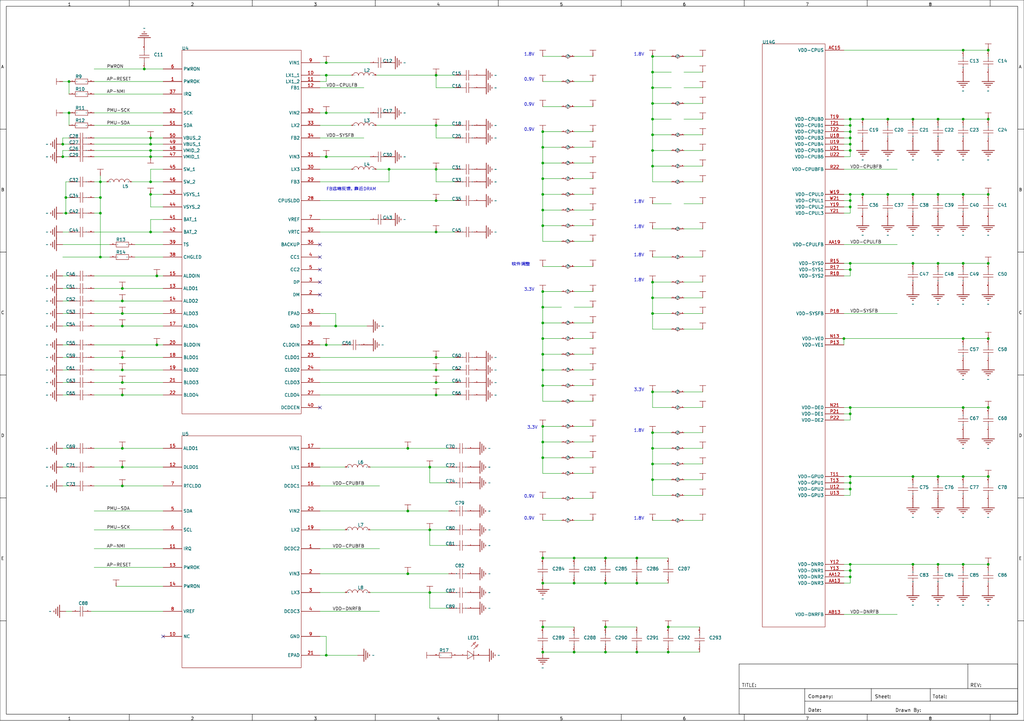
<source format=kicad_sch>
(kicad_sch (version 20231120) (generator "eeschema") (generator_version "8.0")
  (paper "User" 414.528 292.151)
  (lib_symbols
    (symbol "5-Voltage_1" (power) (pin_numbers hide) (pin_names hide)
      (symbol "5-Voltage_1_1_0"
        (pin power_in line (at 0 0 90) (length 1.27) (name "PS") (number "1"))
      )
    )
    (symbol "5-Voltage_10" (power) (pin_numbers hide) (pin_names hide)
      (symbol "5-Voltage_10_1_0"
        (pin power_in line (at 0 0 90) (length 1.27) (name "CLDO2") (number "1"))
      )
    )
    (symbol "5-Voltage_100" (power) (pin_numbers hide) (pin_names hide)
      (symbol "5-Voltage_100_1_0"
        (pin power_in line (at 0 0 90) (length 1.27) (name "VCC-LVDS1") (number "1"))
      )
    )
    (symbol "5-Voltage_101" (power) (pin_numbers hide) (pin_names hide)
      (symbol "5-Voltage_101_1_0"
        (pin power_in line (at 0 0 90) (length 1.27) (name "323-DCDC1/2") (number "1"))
      )
    )
    (symbol "5-Voltage_102" (power) (pin_numbers hide) (pin_names hide)
      (symbol "5-Voltage_102_1_0"
        (pin power_in line (at 0 0 90) (length 1.27) (name "PS") (number "1"))
      )
    )
    (symbol "5-Voltage_103" (power) (pin_numbers hide) (pin_names hide)
      (symbol "5-Voltage_103_1_0"
        (pin power_in line (at 0 0 90) (length 1.27) (name "323-DCDC3") (number "1"))
      )
    )
    (symbol "5-Voltage_104" (power) (pin_numbers hide) (pin_names hide)
      (symbol "5-Voltage_104_1_0"
        (pin power_in line (at 0 0 90) (length 1.27) (name "PS") (number "1"))
      )
    )
    (symbol "5-Voltage_105" (power) (pin_numbers hide) (pin_names hide)
      (symbol "5-Voltage_105_1_0"
        (pin power_in line (at 0 0 90) (length 1.27) (name "323-DLDO1") (number "1"))
      )
    )
    (symbol "5-Voltage_106" (power) (pin_numbers hide) (pin_names hide)
      (symbol "5-Voltage_106_1_0"
        (pin power_in line (at 0 0 90) (length 1.27) (name "323-RTCLDO") (number "1"))
      )
    )
    (symbol "5-Voltage_107" (power) (pin_numbers hide) (pin_names hide)
      (symbol "5-Voltage_107_1_0"
        (pin power_in line (at 0 0 90) (length 1.27) (name "323-ALDO1") (number "1"))
      )
    )
    (symbol "5-Voltage_108" (power) (pin_numbers hide) (pin_names hide)
      (symbol "5-Voltage_108_1_0"
        (pin power_in line (at 0 0 90) (length 1.27) (name "BLDO2") (number "1"))
      )
    )
    (symbol "5-Voltage_109" (power) (pin_numbers hide) (pin_names hide)
      (symbol "5-Voltage_109_1_0"
        (pin power_in line (at 0 0 90) (length 1.27) (name "VDD-CPUS") (number "1"))
      )
    )
    (symbol "5-Voltage_11" (power) (pin_numbers hide) (pin_names hide)
      (symbol "5-Voltage_11_1_0"
        (pin power_in line (at 0 0 90) (length 1.27) (name "CLDO3") (number "1"))
      )
    )
    (symbol "5-Voltage_110" (power) (pin_numbers hide) (pin_names hide)
      (symbol "5-Voltage_110_1_0"
        (pin power_in line (at 0 0 90) (length 1.27) (name "VDD-CPUB") (number "1"))
      )
    )
    (symbol "5-Voltage_111" (power) (pin_numbers hide) (pin_names hide)
      (symbol "5-Voltage_111_1_0"
        (pin power_in line (at 0 0 90) (length 1.27) (name "VDD-CPUL") (number "1"))
      )
    )
    (symbol "5-Voltage_112" (power) (pin_numbers hide) (pin_names hide)
      (symbol "5-Voltage_112_1_0"
        (pin power_in line (at 0 0 90) (length 1.27) (name "VDD-SYS") (number "1"))
      )
    )
    (symbol "5-Voltage_113" (power) (pin_numbers hide) (pin_names hide)
      (symbol "5-Voltage_113_1_0"
        (pin power_in line (at 0 0 90) (length 1.27) (name "VDD-VE") (number "1"))
      )
    )
    (symbol "5-Voltage_114" (power) (pin_numbers hide) (pin_names hide)
      (symbol "5-Voltage_114_1_0"
        (pin power_in line (at 0 0 90) (length 1.27) (name "VDD-DE") (number "1"))
      )
    )
    (symbol "5-Voltage_115" (power) (pin_numbers hide) (pin_names hide)
      (symbol "5-Voltage_115_1_0"
        (pin power_in line (at 0 0 90) (length 1.27) (name "VDD-GPU") (number "1"))
      )
    )
    (symbol "5-Voltage_116" (power) (pin_numbers hide) (pin_names hide)
      (symbol "5-Voltage_116_1_0"
        (pin power_in line (at 0 0 90) (length 1.27) (name "VDD-DNR") (number "1"))
      )
    )
    (symbol "5-Voltage_12" (power) (pin_numbers hide) (pin_names hide)
      (symbol "5-Voltage_12_1_0"
        (pin power_in line (at 0 0 90) (length 1.27) (name "CLDO4") (number "1"))
      )
    )
    (symbol "5-Voltage_13" (power) (pin_numbers hide) (pin_names hide)
      (symbol "5-Voltage_13_1_0"
        (pin power_in line (at 0 0 90) (length 1.27) (name "VCC-LDO-RTC") (number "1"))
      )
    )
    (symbol "5-Voltage_14" (power) (pin_numbers hide) (pin_names hide)
      (symbol "5-Voltage_14_1_0"
        (pin power_in line (at 0 0 90) (length 1.27) (name "VCC-RTC") (number "1"))
      )
    )
    (symbol "5-Voltage_15" (power) (pin_numbers hide) (pin_names hide)
      (symbol "5-Voltage_15_1_0"
        (pin power_in line (at 0 0 90) (length 1.27) (name "CPUSLDO") (number "1"))
      )
    )
    (symbol "5-Voltage_16" (power) (pin_numbers hide) (pin_names hide)
      (symbol "5-Voltage_16_1_0"
        (pin power_in line (at 0 0 90) (length 1.27) (name "VDD-CPUS") (number "1"))
      )
    )
    (symbol "5-Voltage_17" (power) (pin_numbers hide) (pin_names hide)
      (symbol "5-Voltage_17_1_0"
        (pin power_in line (at 0 0 90) (length 1.27) (name "VDD-CPUL") (number "1"))
      )
    )
    (symbol "5-Voltage_18" (power) (pin_numbers hide) (pin_names hide)
      (symbol "5-Voltage_18_1_0"
        (pin power_in line (at 0 0 90) (length 1.27) (name "DCDC2") (number "1"))
      )
    )
    (symbol "5-Voltage_19" (power) (pin_numbers hide) (pin_names hide)
      (symbol "5-Voltage_19_1_0"
        (pin power_in line (at 0 0 90) (length 1.27) (name "VDD-SYS") (number "1"))
      )
    )
    (symbol "5-Voltage_2" (power) (pin_numbers hide) (pin_names hide)
      (symbol "5-Voltage_2_1_0"
        (pin power_in line (at 0 0 90) (length 1.27) (name "DCDC2") (number "1"))
      )
    )
    (symbol "5-Voltage_20" (power) (pin_numbers hide) (pin_names hide)
      (symbol "5-Voltage_20_1_0"
        (pin power_in line (at 0 0 90) (length 1.27) (name "VDD-GPU") (number "1"))
      )
    )
    (symbol "5-Voltage_21" (power) (pin_numbers hide) (pin_names hide)
      (symbol "5-Voltage_21_1_0"
        (pin power_in line (at 0 0 90) (length 1.27) (name "VDD-VE") (number "1"))
      )
    )
    (symbol "5-Voltage_22" (power) (pin_numbers hide) (pin_names hide)
      (symbol "5-Voltage_22_1_0"
        (pin power_in line (at 0 0 90) (length 1.27) (name "VDD-DE") (number "1"))
      )
    )
    (symbol "5-Voltage_23" (power) (pin_numbers hide) (pin_names hide)
      (symbol "5-Voltage_23_1_0"
        (pin power_in line (at 0 0 90) (length 1.27) (name "VDD09-USB") (number "1"))
      )
    )
    (symbol "5-Voltage_24" (power) (pin_numbers hide) (pin_names hide)
      (symbol "5-Voltage_24_1_0"
        (pin power_in line (at 0 0 90) (length 1.27) (name "VDD09-PCIE") (number "1"))
      )
    )
    (symbol "5-Voltage_25" (power) (pin_numbers hide) (pin_names hide)
      (symbol "5-Voltage_25_1_0"
        (pin power_in line (at 0 0 90) (length 1.27) (name "VDD09-EDP") (number "1"))
      )
    )
    (symbol "5-Voltage_26" (power) (pin_numbers hide) (pin_names hide)
      (symbol "5-Voltage_26_1_0"
        (pin power_in line (at 0 0 90) (length 1.27) (name "VDD09-HDMI") (number "1"))
      )
    )
    (symbol "5-Voltage_27" (power) (pin_numbers hide) (pin_names hide)
      (symbol "5-Voltage_27_1_0"
        (pin power_in line (at 0 0 90) (length 1.27) (name "DCDC3") (number "1"))
      )
    )
    (symbol "5-Voltage_28" (power) (pin_numbers hide) (pin_names hide)
      (symbol "5-Voltage_28_1_0"
        (pin power_in line (at 0 0 90) (length 1.27) (name "VCC-DRAM") (number "1"))
      )
    )
    (symbol "5-Voltage_29" (power) (pin_numbers hide) (pin_names hide)
      (symbol "5-Voltage_29_1_0"
        (pin power_in line (at 0 0 90) (length 1.27) (name "DCDC4") (number "1"))
      )
    )
    (symbol "5-Voltage_3" (power) (pin_numbers hide) (pin_names hide)
      (symbol "5-Voltage_3_1_0"
        (pin power_in line (at 0 0 90) (length 1.27) (name "PS") (number "1"))
      )
    )
    (symbol "5-Voltage_30" (power) (pin_numbers hide) (pin_names hide)
      (symbol "5-Voltage_30_1_0"
        (pin power_in line (at 0 0 90) (length 1.27) (name "VCC-PE") (number "1"))
      )
    )
    (symbol "5-Voltage_31" (power) (pin_numbers hide) (pin_names hide)
      (symbol "5-Voltage_31_1_0"
        (pin power_in line (at 0 0 90) (length 1.27) (name "VCC-PK") (number "1"))
      )
    )
    (symbol "5-Voltage_32" (power) (pin_numbers hide) (pin_names hide)
      (symbol "5-Voltage_32_1_0"
        (pin power_in line (at 0 0 90) (length 1.27) (name "VCC-PD") (number "1"))
      )
    )
    (symbol "5-Voltage_33" (power) (pin_numbers hide) (pin_names hide)
      (symbol "5-Voltage_33_1_0"
        (pin power_in line (at 0 0 90) (length 1.27) (name "VCC-GMAC") (number "1"))
      )
    )
    (symbol "5-Voltage_34" (power) (pin_numbers hide) (pin_names hide)
      (symbol "5-Voltage_34_1_0"
        (pin power_in line (at 0 0 90) (length 1.27) (name "VCC-PI") (number "1"))
      )
    )
    (symbol "5-Voltage_35" (power) (pin_numbers hide) (pin_names hide)
      (symbol "5-Voltage_35_1_0"
        (pin power_in line (at 0 0 90) (length 1.27) (name "VCC33-USB") (number "1"))
      )
    )
    (symbol "5-Voltage_36" (power) (pin_numbers hide) (pin_names hide)
      (symbol "5-Voltage_36_1_0"
        (pin power_in line (at 0 0 90) (length 1.27) (name "VCC-WIFI") (number "1"))
      )
    )
    (symbol "5-Voltage_37" (power) (pin_numbers hide) (pin_names hide)
      (symbol "5-Voltage_37_1_0"
        (pin power_in line (at 0 0 90) (length 1.27) (name "VCC-3V3") (number "1"))
      )
    )
    (symbol "5-Voltage_38" (power) (pin_numbers hide) (pin_names hide)
      (symbol "5-Voltage_38_1_0"
        (pin power_in line (at 0 0 90) (length 1.27) (name "PS") (number "1"))
      )
    )
    (symbol "5-Voltage_39" (power) (pin_numbers hide) (pin_names hide)
      (symbol "5-Voltage_39_1_0"
        (pin power_in line (at 0 0 90) (length 1.27) (name "CLDO3") (number "1"))
      )
    )
    (symbol "5-Voltage_4" (power) (pin_numbers hide) (pin_names hide)
      (symbol "5-Voltage_4_1_0"
        (pin power_in line (at 0 0 90) (length 1.27) (name "DCDC3") (number "1"))
      )
    )
    (symbol "5-Voltage_40" (power) (pin_numbers hide) (pin_names hide)
      (symbol "5-Voltage_40_1_0"
        (pin power_in line (at 0 0 90) (length 1.27) (name "VCC-IO") (number "1"))
      )
    )
    (symbol "5-Voltage_41" (power) (pin_numbers hide) (pin_names hide)
      (symbol "5-Voltage_41_1_0"
        (pin power_in line (at 0 0 90) (length 1.27) (name "VCC-CARD") (number "1"))
      )
    )
    (symbol "5-Voltage_42" (power) (pin_numbers hide) (pin_names hide)
      (symbol "5-Voltage_42_1_0"
        (pin power_in line (at 0 0 90) (length 1.27) (name "VCC-NAND") (number "1"))
      )
    )
    (symbol "5-Voltage_43" (power) (pin_numbers hide) (pin_names hide)
      (symbol "5-Voltage_43_1_0"
        (pin power_in line (at 0 0 90) (length 1.27) (name "VDD33") (number "1"))
      )
    )
    (symbol "5-Voltage_44" (power) (pin_numbers hide) (pin_names hide)
      (symbol "5-Voltage_44_1_0"
        (pin power_in line (at 0 0 90) (length 1.27) (name "ALDO2") (number "1"))
      )
    )
    (symbol "5-Voltage_45" (power) (pin_numbers hide) (pin_names hide)
      (symbol "5-Voltage_45_1_0"
        (pin power_in line (at 0 0 90) (length 1.27) (name "ALDO4") (number "1"))
      )
    )
    (symbol "5-Voltage_46" (power) (pin_numbers hide) (pin_names hide)
      (symbol "5-Voltage_46_1_0"
        (pin power_in line (at 0 0 90) (length 1.27) (name "AVCC") (number "1"))
      )
    )
    (symbol "5-Voltage_47" (power) (pin_numbers hide) (pin_names hide)
      (symbol "5-Voltage_47_1_0"
        (pin power_in line (at 0 0 90) (length 1.27) (name "VCC-PLL") (number "1"))
      )
    )
    (symbol "5-Voltage_48" (power) (pin_numbers hide) (pin_names hide)
      (symbol "5-Voltage_48_1_0"
        (pin power_in line (at 0 0 90) (length 1.27) (name "ALDO3") (number "1"))
      )
    )
    (symbol "5-Voltage_49" (power) (pin_numbers hide) (pin_names hide)
      (symbol "5-Voltage_49_1_0"
        (pin power_in line (at 0 0 90) (length 1.27) (name "VDD18-DRAM") (number "1"))
      )
    )
    (symbol "5-Voltage_5" (power) (pin_numbers hide) (pin_names hide)
      (symbol "5-Voltage_5_1_0"
        (pin power_in line (at 0 0 90) (length 1.27) (name "PS") (number "1"))
      )
    )
    (symbol "5-Voltage_50" (power) (pin_numbers hide) (pin_names hide)
      (symbol "5-Voltage_50_1_0"
        (pin power_in line (at 0 0 90) (length 1.27) (name "VCC-DCXO") (number "1"))
      )
    )
    (symbol "5-Voltage_51" (power) (pin_numbers hide) (pin_names hide)
      (symbol "5-Voltage_51_1_0"
        (pin power_in line (at 0 0 90) (length 1.27) (name "ALDO4") (number "1"))
      )
    )
    (symbol "5-Voltage_52" (power) (pin_numbers hide) (pin_names hide)
      (symbol "5-Voltage_52_1_0"
        (pin power_in line (at 0 0 90) (length 1.27) (name "VCC-ADC") (number "1"))
      )
    )
    (symbol "5-Voltage_53" (power) (pin_numbers hide) (pin_names hide)
      (symbol "5-Voltage_53_1_0"
        (pin power_in line (at 0 0 90) (length 1.27) (name "ALDO3") (number "1"))
      )
    )
    (symbol "5-Voltage_54" (power) (pin_numbers hide) (pin_names hide)
      (symbol "5-Voltage_54_1_0"
        (pin power_in line (at 0 0 90) (length 1.27) (name "VCC-PL") (number "1"))
      )
    )
    (symbol "5-Voltage_55" (power) (pin_numbers hide) (pin_names hide)
      (symbol "5-Voltage_55_1_0"
        (pin power_in line (at 0 0 90) (length 1.27) (name "VCC-PM") (number "1"))
      )
    )
    (symbol "5-Voltage_56" (power) (pin_numbers hide) (pin_names hide)
      (symbol "5-Voltage_56_1_0"
        (pin power_in line (at 0 0 90) (length 1.27) (name "PS") (number "1"))
      )
    )
    (symbol "5-Voltage_57" (power) (pin_numbers hide) (pin_names hide)
      (symbol "5-Voltage_57_1_0"
        (pin power_in line (at 0 0 90) (length 1.27) (name "BLDO1") (number "1"))
      )
    )
    (symbol "5-Voltage_58" (power) (pin_numbers hide) (pin_names hide)
      (symbol "5-Voltage_58_1_0"
        (pin power_in line (at 0 0 90) (length 1.27) (name "VCC-PG") (number "1"))
      )
    )
    (symbol "5-Voltage_59" (power) (pin_numbers hide) (pin_names hide)
      (symbol "5-Voltage_59_1_0"
        (pin power_in line (at 0 0 90) (length 1.27) (name "VCCIO-WIFI") (number "1"))
      )
    )
    (symbol "5-Voltage_6" (power) (pin_numbers hide) (pin_names hide)
      (symbol "5-Voltage_6_1_0"
        (pin power_in line (at 0 0 90) (length 1.27) (name "CPUSLDO") (number "1"))
      )
    )
    (symbol "5-Voltage_60" (power) (pin_numbers hide) (pin_names hide)
      (symbol "5-Voltage_60_1_0"
        (pin power_in line (at 0 0 90) (length 1.27) (name "BLDO2") (number "1"))
      )
    )
    (symbol "5-Voltage_61" (power) (pin_numbers hide) (pin_names hide)
      (symbol "5-Voltage_61_1_0"
        (pin power_in line (at 0 0 90) (length 1.27) (name "VDD18-LPDDR") (number "1"))
      )
    )
    (symbol "5-Voltage_62" (power) (pin_numbers hide) (pin_names hide)
      (symbol "5-Voltage_62_1_0"
        (pin power_in line (at 0 0 90) (length 1.27) (name "BLDO3") (number "1"))
      )
    )
    (symbol "5-Voltage_63" (power) (pin_numbers hide) (pin_names hide)
      (symbol "5-Voltage_63_1_0"
        (pin power_in line (at 0 0 90) (length 1.27) (name "CPVIN") (number "1"))
      )
    )
    (symbol "5-Voltage_64" (power) (pin_numbers hide) (pin_names hide)
      (symbol "5-Voltage_64_1_0"
        (pin power_in line (at 0 0 90) (length 1.27) (name "VCC-PE") (number "1"))
      )
    )
    (symbol "5-Voltage_65" (power) (pin_numbers hide) (pin_names hide)
      (symbol "5-Voltage_65_1_0"
        (pin power_in line (at 0 0 90) (length 1.27) (name "VCC-PD") (number "1"))
      )
    )
    (symbol "5-Voltage_66" (power) (pin_numbers hide) (pin_names hide)
      (symbol "5-Voltage_66_1_0"
        (pin power_in line (at 0 0 90) (length 1.27) (name "VCC-PK") (number "1"))
      )
    )
    (symbol "5-Voltage_67" (power) (pin_numbers hide) (pin_names hide)
      (symbol "5-Voltage_67_1_0"
        (pin power_in line (at 0 0 90) (length 1.27) (name "VCC-PJ") (number "1"))
      )
    )
    (symbol "5-Voltage_68" (power) (pin_numbers hide) (pin_names hide)
      (symbol "5-Voltage_68_1_0"
        (pin power_in line (at 0 0 90) (length 1.27) (name "VCC-MCSI") (number "1"))
      )
    )
    (symbol "5-Voltage_69" (power) (pin_numbers hide) (pin_names hide)
      (symbol "5-Voltage_69_1_0"
        (pin power_in line (at 0 0 90) (length 1.27) (name "VCC18-PCIE") (number "1"))
      )
    )
    (symbol "5-Voltage_7" (power) (pin_numbers hide) (pin_names hide)
      (symbol "5-Voltage_7_1_0"
        (pin power_in line (at 0 0 90) (length 1.27) (name "VCC-LDO-RTC") (number "1"))
      )
    )
    (symbol "5-Voltage_70" (power) (pin_numbers hide) (pin_names hide)
      (symbol "5-Voltage_70_1_0"
        (pin power_in line (at 0 0 90) (length 1.27) (name "VCC18-HDMI") (number "1"))
      )
    )
    (symbol "5-Voltage_71" (power) (pin_numbers hide) (pin_names hide)
      (symbol "5-Voltage_71_1_0"
        (pin power_in line (at 0 0 90) (length 1.27) (name "VCC18-EDP") (number "1"))
      )
    )
    (symbol "5-Voltage_72" (power) (pin_numbers hide) (pin_names hide)
      (symbol "5-Voltage_72_1_0"
        (pin power_in line (at 0 0 90) (length 1.27) (name "BLDO1") (number "1"))
      )
    )
    (symbol "5-Voltage_73" (power) (pin_numbers hide) (pin_names hide)
      (symbol "5-Voltage_73_1_0"
        (pin power_in line (at 0 0 90) (length 1.27) (name "BLDO4") (number "1"))
      )
    )
    (symbol "5-Voltage_74" (power) (pin_numbers hide) (pin_names hide)
      (symbol "5-Voltage_74_1_0"
        (pin power_in line (at 0 0 90) (length 1.27) (name "VCC-PL") (number "1"))
      )
    )
    (symbol "5-Voltage_75" (power) (pin_numbers hide) (pin_names hide)
      (symbol "5-Voltage_75_1_0"
        (pin power_in line (at 0 0 90) (length 1.27) (name "CLDO1") (number "1"))
      )
    )
    (symbol "5-Voltage_76" (power) (pin_numbers hide) (pin_names hide)
      (symbol "5-Voltage_76_1_0"
        (pin power_in line (at 0 0 90) (length 1.27) (name "VCC-PC") (number "1"))
      )
    )
    (symbol "5-Voltage_77" (power) (pin_numbers hide) (pin_names hide)
      (symbol "5-Voltage_77_1_0"
        (pin power_in line (at 0 0 90) (length 1.27) (name "BLDO2") (number "1"))
      )
    )
    (symbol "5-Voltage_78" (power) (pin_numbers hide) (pin_names hide)
      (symbol "5-Voltage_78_1_0"
        (pin power_in line (at 0 0 90) (length 1.27) (name "BLDO3") (number "1"))
      )
    )
    (symbol "5-Voltage_79" (power) (pin_numbers hide) (pin_names hide)
      (symbol "5-Voltage_79_1_0"
        (pin power_in line (at 0 0 90) (length 1.27) (name "DCDC4") (number "1"))
      )
    )
    (symbol "5-Voltage_8" (power) (pin_numbers hide) (pin_names hide)
      (symbol "5-Voltage_8_1_0"
        (pin power_in line (at 0 0 90) (length 1.27) (name "PS") (number "1"))
      )
    )
    (symbol "5-Voltage_80" (power) (pin_numbers hide) (pin_names hide)
      (symbol "5-Voltage_80_1_0"
        (pin power_in line (at 0 0 90) (length 1.27) (name "BLDO4") (number "1"))
      )
    )
    (symbol "5-Voltage_81" (power) (pin_numbers hide) (pin_names hide)
      (symbol "5-Voltage_81_1_0"
        (pin power_in line (at 0 0 90) (length 1.27) (name "ALDO1") (number "1"))
      )
    )
    (symbol "5-Voltage_82" (power) (pin_numbers hide) (pin_names hide)
      (symbol "5-Voltage_82_1_0"
        (pin power_in line (at 0 0 90) (length 1.27) (name "PS") (number "1"))
      )
    )
    (symbol "5-Voltage_83" (power) (pin_numbers hide) (pin_names hide)
      (symbol "5-Voltage_83_1_0"
        (pin power_in line (at 0 0 90) (length 1.27) (name "323-DCDC1/2") (number "1"))
      )
    )
    (symbol "5-Voltage_84" (power) (pin_numbers hide) (pin_names hide)
      (symbol "5-Voltage_84_1_0"
        (pin power_in line (at 0 0 90) (length 1.27) (name "VDD-CPUB") (number "1"))
      )
    )
    (symbol "5-Voltage_85" (power) (pin_numbers hide) (pin_names hide)
      (symbol "5-Voltage_85_1_0"
        (pin power_in line (at 0 0 90) (length 1.27) (name "323-DCDC3") (number "1"))
      )
    )
    (symbol "5-Voltage_86" (power) (pin_numbers hide) (pin_names hide)
      (symbol "5-Voltage_86_1_0"
        (pin power_in line (at 0 0 90) (length 1.27) (name "VDD-DNR") (number "1"))
      )
    )
    (symbol "5-Voltage_87" (power) (pin_numbers hide) (pin_names hide)
      (symbol "5-Voltage_87_1_0"
        (pin power_in line (at 0 0 90) (length 1.27) (name "DCDC4") (number "1"))
      )
    )
    (symbol "5-Voltage_88" (power) (pin_numbers hide) (pin_names hide)
      (symbol "5-Voltage_88_1_0"
        (pin power_in line (at 0 0 90) (length 1.27) (name "PS") (number "1"))
      )
    )
    (symbol "5-Voltage_89" (power) (pin_numbers hide) (pin_names hide)
      (symbol "5-Voltage_89_1_0"
        (pin power_in line (at 0 0 90) (length 1.27) (name "PS") (number "1"))
      )
    )
    (symbol "5-Voltage_9" (power) (pin_numbers hide) (pin_names hide)
      (symbol "5-Voltage_9_1_0"
        (pin power_in line (at 0 0 90) (length 1.27) (name "CLDO1") (number "1"))
      )
    )
    (symbol "5-Voltage_90" (power) (pin_numbers hide) (pin_names hide)
      (symbol "5-Voltage_90_1_0"
        (pin power_in line (at 0 0 90) (length 1.27) (name "DCDC2") (number "1"))
      )
    )
    (symbol "5-Voltage_91" (power) (pin_numbers hide) (pin_names hide)
      (symbol "5-Voltage_91_1_0"
        (pin power_in line (at 0 0 90) (length 1.27) (name "DCDC3") (number "1"))
      )
    )
    (symbol "5-Voltage_92" (power) (pin_numbers hide) (pin_names hide)
      (symbol "5-Voltage_92_1_0"
        (pin power_in line (at 0 0 90) (length 1.27) (name "CLDO2") (number "1"))
      )
    )
    (symbol "5-Voltage_93" (power) (pin_numbers hide) (pin_names hide)
      (symbol "5-Voltage_93_1_0"
        (pin power_in line (at 0 0 90) (length 1.27) (name "VCC-EFUSE") (number "1"))
      )
    )
    (symbol "5-Voltage_94" (power) (pin_numbers hide) (pin_names hide)
      (symbol "5-Voltage_94_1_0"
        (pin power_in line (at 0 0 90) (length 1.27) (name "VBUS") (number "1"))
      )
    )
    (symbol "5-Voltage_95" (power) (pin_numbers hide) (pin_names hide)
      (symbol "5-Voltage_95_1_0"
        (pin power_in line (at 0 0 90) (length 1.27) (name "VCC-PL") (number "1"))
      )
    )
    (symbol "5-Voltage_96" (power) (pin_numbers hide) (pin_names hide)
      (symbol "5-Voltage_96_1_0"
        (pin power_in line (at 0 0 90) (length 1.27) (name "VCC-RTC") (number "1"))
      )
    )
    (symbol "5-Voltage_97" (power) (pin_numbers hide) (pin_names hide)
      (symbol "5-Voltage_97_1_0"
        (pin power_in line (at 0 0 90) (length 1.27) (name "323-DCDC1/2") (number "1"))
      )
    )
    (symbol "5-Voltage_98" (power) (pin_numbers hide) (pin_names hide)
      (symbol "5-Voltage_98_1_0"
        (pin power_in line (at 0 0 90) (length 1.27) (name "PS") (number "1"))
      )
    )
    (symbol "5-Voltage_99" (power) (pin_numbers hide) (pin_names hide)
      (symbol "5-Voltage_99_1_0"
        (pin power_in line (at 0 0 90) (length 1.27) (name "VCC-LVDS0") (number "1"))
      )
    )
    (symbol "AvaotaA1-easyedapro:0201X225M6R3NT"
      (property "Reference" "C" (at 0 0 0))
      (symbol "0201X225M6R3NT_1_0"
        (pin input line (at 0 -5.08 90) (length 2.54) (name "1") (number "1"))
        (pin input line (at 0 5.08 270) (length 2.54) (name "2") (number "2"))
      )
    )
    (symbol "AvaotaA1-easyedapro:5-Voltage" (power) (pin_numbers hide) (pin_names hide)
      (symbol "5-Voltage_1_0"
        (pin power_in line (at 0 0 90) (length 1.27) (name "DCDC1") (number "1"))
      )
    )
    (symbol "AvaotaA1-easyedapro:AXP323"
      (symbol "AXP323_1_0"
        (pin input line (at 55.88 -45.72 180) (length 7.62) (name "DCDC2") (number "1"))
        (pin input line (at -7.62 -81.28 0) (length 7.62) (name "NC") (number "10"))
        (pin input line (at -7.62 -45.72 0) (length 7.62) (name "IRQ") (number "11"))
        (pin input line (at -7.62 -12.7 0) (length 7.62) (name "DLDO1") (number "12"))
        (pin input line (at -7.62 -53.34 0) (length 7.62) (name "PWROK") (number "13"))
        (pin input line (at -7.62 -60.96 0) (length 7.62) (name "PWRON") (number "14"))
        (pin input line (at -7.62 -5.08 0) (length 7.62) (name "ALDO1") (number "15"))
        (pin input line (at 55.88 -20.32 180) (length 7.62) (name "DCDC1") (number "16"))
        (pin input line (at 55.88 -5.08 180) (length 7.62) (name "VIN1") (number "17"))
        (pin input line (at 55.88 -12.7 180) (length 7.62) (name "LX1") (number "18"))
        (pin input line (at 55.88 -38.1 180) (length 7.62) (name "LX2") (number "19"))
        (pin input line (at 55.88 -55.88 180) (length 7.62) (name "VIN3") (number "2"))
        (pin input line (at 55.88 -30.48 180) (length 7.62) (name "VIN2") (number "20"))
        (pin input line (at 55.88 -88.9 180) (length 7.62) (name "EPAD") (number "21"))
        (pin input line (at 55.88 -63.5 180) (length 7.62) (name "LX3") (number "3"))
        (pin input line (at 55.88 -71.12 180) (length 7.62) (name "DCDC3") (number "4"))
        (pin input line (at -7.62 -30.48 0) (length 7.62) (name "SDA") (number "5"))
        (pin input line (at -7.62 -38.1 0) (length 7.62) (name "SCL") (number "6"))
        (pin input line (at -7.62 -20.32 0) (length 7.62) (name "RTCLDO") (number "7"))
        (pin input line (at -7.62 -71.12 0) (length 7.62) (name "VREF") (number "8"))
        (pin input line (at 55.88 -81.28 180) (length 7.62) (name "GND") (number "9"))
      )
    )
    (symbol "AvaotaA1-easyedapro:AXP717B"
      (symbol "AXP717B_1_0"
        (pin input line (at -7.62 -12.7 0) (length 7.62) (name "PWROK") (number "1"))
        (pin input line (at 55.88 -10.16 180) (length 7.62) (name "LX1_1") (number "10"))
        (pin input line (at 55.88 -12.7 180) (length 7.62) (name "LX1_2") (number "11"))
        (pin input line (at 55.88 -15.24 180) (length 7.62) (name "FB1") (number "12"))
        (pin input line (at -7.62 -96.52 0) (length 7.62) (name "ALDO1") (number "13"))
        (pin input line (at -7.62 -101.6 0) (length 7.62) (name "ALDO2") (number "14"))
        (pin input line (at -7.62 -91.44 0) (length 7.62) (name "ALDOIN") (number "15"))
        (pin input line (at -7.62 -106.68 0) (length 7.62) (name "ALDO3") (number "16"))
        (pin input line (at -7.62 -111.76 0) (length 7.62) (name "ALDO4") (number "17"))
        (pin input line (at -7.62 -124.46 0) (length 7.62) (name "BLDO1") (number "18"))
        (pin input line (at -7.62 -129.54 0) (length 7.62) (name "BLDO2") (number "19"))
        (pin input line (at 55.88 -99.06 180) (length 7.62) (name "DM") (number "2"))
        (pin input line (at -7.62 -119.38 0) (length 7.62) (name "BLDOIN") (number "20"))
        (pin input line (at -7.62 -134.62 0) (length 7.62) (name "BLDO3") (number "21"))
        (pin input line (at -7.62 -139.7 0) (length 7.62) (name "BLDO4") (number "22"))
        (pin input line (at 55.88 -124.46 180) (length 7.62) (name "CLDO1") (number "23"))
        (pin input line (at 55.88 -129.54 180) (length 7.62) (name "CLDO2") (number "24"))
        (pin input line (at 55.88 -119.38 180) (length 7.62) (name "CLDOIN") (number "25"))
        (pin input line (at 55.88 -134.62 180) (length 7.62) (name "CLDO3") (number "26"))
        (pin input line (at 55.88 -139.7 180) (length 7.62) (name "CLDO4") (number "27"))
        (pin input line (at 55.88 -60.96 180) (length 7.62) (name "CPUSLDO") (number "28"))
        (pin input line (at 55.88 -53.34 180) (length 7.62) (name "FB3") (number "29"))
        (pin input line (at 55.88 -93.98 180) (length 7.62) (name "DP") (number "3"))
        (pin input line (at 55.88 -48.26 180) (length 7.62) (name "LX3") (number "30"))
        (pin input line (at 55.88 -43.18 180) (length 7.62) (name "VIN3") (number "31"))
        (pin input line (at 55.88 -25.4 180) (length 7.62) (name "VIN2") (number "32"))
        (pin input line (at 55.88 -30.48 180) (length 7.62) (name "LX2") (number "33"))
        (pin input line (at 55.88 -35.56 180) (length 7.62) (name "FB2") (number "34"))
        (pin input line (at 55.88 -73.66 180) (length 7.62) (name "VRTC") (number "35"))
        (pin input line (at 55.88 -78.74 180) (length 7.62) (name "BACKUP") (number "36"))
        (pin input line (at -7.62 -17.78 0) (length 7.62) (name "IRQ") (number "37"))
        (pin input line (at -7.62 -83.82 0) (length 7.62) (name "CHGLED") (number "38"))
        (pin input line (at -7.62 -78.74 0) (length 7.62) (name "TS") (number "39"))
        (pin input line (at 55.88 -83.82 180) (length 7.62) (name "CC1") (number "4"))
        (pin input line (at 55.88 -144.78 180) (length 7.62) (name "DCDCEN") (number "40"))
        (pin input line (at -7.62 -68.58 0) (length 7.62) (name "BAT_1") (number "41"))
        (pin input line (at -7.62 -73.66 0) (length 7.62) (name "BAT_2") (number "42"))
        (pin input line (at -7.62 -58.42 0) (length 7.62) (name "VSYS_1") (number "43"))
        (pin input line (at -7.62 -63.5 0) (length 7.62) (name "VSYS_2") (number "44"))
        (pin input line (at -7.62 -48.26 0) (length 7.62) (name "SW_1") (number "45"))
        (pin input line (at -7.62 -53.34 0) (length 7.62) (name "SW_2") (number "46"))
        (pin input line (at -7.62 -43.18 0) (length 7.62) (name "VMID_1") (number "47"))
        (pin input line (at -7.62 -40.64 0) (length 7.62) (name "VMID_2") (number "48"))
        (pin input line (at -7.62 -38.1 0) (length 7.62) (name "VBUS_1") (number "49"))
        (pin input line (at 55.88 -88.9 180) (length 7.62) (name "CC2") (number "5"))
        (pin input line (at -7.62 -35.56 0) (length 7.62) (name "VBUS_2") (number "50"))
        (pin input line (at -7.62 -30.48 0) (length 7.62) (name "SDA") (number "51"))
        (pin input line (at -7.62 -25.4 0) (length 7.62) (name "SCK") (number "52"))
        (pin input line (at 55.88 -106.68 180) (length 7.62) (name "EPAD") (number "53"))
        (pin input line (at -7.62 -7.62 0) (length 7.62) (name "PWRON") (number "6"))
        (pin input line (at 55.88 -68.58 180) (length 7.62) (name "VREF") (number "7"))
        (pin input line (at 55.88 -111.76 180) (length 7.62) (name "GND") (number "8"))
        (pin input line (at 55.88 -5.08 180) (length 7.62) (name "VIN1") (number "9"))
      )
    )
    (symbol "AvaotaA1-easyedapro:CL05A225KP5NSNC"
      (property "Reference" "C" (at 0 0 0))
      (symbol "CL05A225KP5NSNC_1_0"
        (pin unspecified line (at 0 -5.08 90) (length 2.54) (name "1") (number "1"))
        (pin unspecified line (at 0 5.08 270) (length 2.54) (name "2") (number "2"))
      )
    )
    (symbol "AvaotaA1-easyedapro:CL05A475KP5NRNC"
      (property "Reference" "C" (at 0 0 0))
      (symbol "CL05A475KP5NRNC_1_0"
        (pin unspecified line (at 0 -5.08 90) (length 2.54) (name "1") (number "1"))
        (pin unspecified line (at 0 5.08 270) (length 2.54) (name "2") (number "2"))
      )
    )
    (symbol "AvaotaA1-easyedapro:CL10A226MP8NUNE"
      (property "Reference" "C" (at 0 0 0))
      (symbol "CL10A226MP8NUNE_1_0"
        (pin unspecified line (at -5.08 0 0) (length 2.54) (name "1") (number "1"))
        (pin unspecified line (at 5.08 0 180) (length 2.54) (name "2") (number "2"))
      )
    )
    (symbol "AvaotaA1-easyedapro:GRM033R60J104KE19D"
      (property "Reference" "C" (at 0 0 0))
      (symbol "GRM033R60J104KE19D_1_0"
        (pin input line (at -5.08 0 0) (length 2.54) (name "1") (number "1"))
        (pin input line (at 5.08 0 180) (length 2.54) (name "2") (number "2"))
      )
    )
    (symbol "AvaotaA1-easyedapro:GRM033R61A105ME44D"
      (property "Reference" "C" (at 0 0 0))
      (symbol "GRM033R61A105ME44D_1_0"
        (pin input line (at -3.81 0 0) (length 2.54) (name "1") (number "1"))
        (pin input line (at 3.81 0 180) (length 2.54) (name "2") (number "2"))
      )
    )
    (symbol "AvaotaA1-easyedapro:GRM155R60J226ME11D"
      (property "Reference" "C" (at 0 0 0))
      (symbol "GRM155R60J226ME11D_1_0"
        (pin unspecified line (at -5.08 0 0) (length 2.54) (name "1") (number "1"))
        (pin unspecified line (at 5.08 0 180) (length 2.54) (name "2") (number "2"))
      )
    )
    (symbol "AvaotaA1-easyedapro:Ground-GND" (power) (pin_numbers hide) (pin_names hide)
      (symbol "Ground-GND_1_0"
        (pin power_in line (at 0 0 270) (length 2.54) (name "") (number "1"))
      )
    )
    (symbol "AvaotaA1-easyedapro:LED_G"
      (symbol "LED_G_1_0"
        (pin input line (at -5.08 0 0) (length 3.81) (name "A") (number "1"))
        (pin input line (at 5.08 0 180) (length 3.81) (name "C") (number "2"))
      )
    )
    (symbol "AvaotaA1-easyedapro:Sheet_A3_Whycan"
      (symbol "Sheet_A3_Whycan_1_0"
        (text "1" (at 27.432 -291.7952 0) (effects (font (size 1.2192 1.2192)) (justify left bottom)))
        (text "1" (at 27.432 -2.4892 0) (effects (font (size 1.2192 1.2192)) (justify left bottom)))
        (text "2" (at 77.216 -291.7952 0) (effects (font (size 1.2192 1.2192)) (justify left bottom)))
        (text "2" (at 77.216 -2.4892 0) (effects (font (size 1.2192 1.2192)) (justify left bottom)))
        (text "3" (at 127 -291.7952 0) (effects (font (size 1.2192 1.2192)) (justify left bottom)))
        (text "3" (at 127 -2.4892 0) (effects (font (size 1.2192 1.2192)) (justify left bottom)))
        (text "4" (at 176.784 -291.7952 0) (effects (font (size 1.2192 1.2192)) (justify left bottom)))
        (text "4" (at 176.784 -2.4892 0) (effects (font (size 1.2192 1.2192)) (justify left bottom)))
        (text "5" (at 226.568 -291.7952 0) (effects (font (size 1.2192 1.2192)) (justify left bottom)))
        (text "5" (at 226.568 -2.4892 0) (effects (font (size 1.2192 1.2192)) (justify left bottom)))
        (text "6" (at 276.352 -291.7952 0) (effects (font (size 1.2192 1.2192)) (justify left bottom)))
        (text "6" (at 276.352 -2.4892 0) (effects (font (size 1.2192 1.2192)) (justify left bottom)))
        (text "7" (at 326.136 -291.7952 0) (effects (font (size 1.2192 1.2192)) (justify left bottom)))
        (text "7" (at 326.136 -2.4892 0) (effects (font (size 1.2192 1.2192)) (justify left bottom)))
        (text "8" (at 375.92 -291.7952 0) (effects (font (size 1.2192 1.2192)) (justify left bottom)))
        (text "8" (at 375.92 -2.4892 0) (effects (font (size 1.2192 1.2192)) (justify left bottom)))
        (text "A" (at 0.381 -27.7622 0) (effects (font (size 1.2192 1.2192)) (justify left bottom)))
        (text "A" (at 412.369 -27.7622 0) (effects (font (size 1.2192 1.2192)) (justify left bottom)))
        (text "B" (at 0.381 -77.5462 0) (effects (font (size 1.2192 1.2192)) (justify left bottom)))
        (text "B" (at 412.369 -77.5462 0) (effects (font (size 1.2192 1.2192)) (justify left bottom)))
        (text "C" (at 0.381 -127.3302 0) (effects (font (size 1.2192 1.2192)) (justify left bottom)))
        (text "C" (at 412.369 -127.3302 0) (effects (font (size 1.2192 1.2192)) (justify left bottom)))
        (text "Company:" (at 327.0504 -282.9052 0) (effects (font (size 1.397 1.397)) (justify left bottom)))
        (text "D" (at 0.381 -177.1142 0) (effects (font (size 1.2192 1.2192)) (justify left bottom)))
        (text "D" (at 412.369 -177.1142 0) (effects (font (size 1.2192 1.2192)) (justify left bottom)))
        (text "Date:" (at 327.0504 -288.417 0) (effects (font (size 1.397 1.397)) (justify left bottom)))
        (text "Drawn By:" (at 362.3564 -288.4932 0) (effects (font (size 1.397 1.397)) (justify left bottom)))
        (text "E" (at 0.381 -226.8982 0) (effects (font (size 1.2192 1.2192)) (justify left bottom)))
        (text "E" (at 412.369 -226.8982 0) (effects (font (size 1.2192 1.2192)) (justify left bottom)))
        (text "REV:" (at 392.684 -278.384 0) (effects (font (size 1.397 1.397)) (justify left bottom)))
        (text "Sheet:" (at 354.076 -282.956 0) (effects (font (size 1.397 1.397)) (justify left bottom)))
        (text "TITLE:" (at 300.228 -278.384 0) (effects (font (size 1.397 1.397)) (justify left bottom)))
        (text "Total:" (at 377.444 -282.956 0) (effects (font (size 1.397 1.397)) (justify left bottom)))
      )
    )
    (symbol "AvaotaA1-easyedapro:Short-Symbol"
      (symbol "Short-Symbol_1_0"
        (pin input line (at -2.54 0 0) (length 1.27) (name "Pin1") (number "1"))
        (pin input line (at 2.54 0 180) (length 1.27) (name "Pin1") (number "2"))
      )
    )
    (symbol "AvaotaA1-easyedapro:T527"
      (symbol "T527_1_0"
        (text "-" (at 12.7 -54.61 0) (effects (font (size 1.143 1.143)) (justify left bottom)))
        (text "-" (at 22.86 -54.61 0) (effects (font (size 1.143 1.143)) (justify left bottom)))
        (text "-" (at 33.02 -87.63 0) (effects (font (size 1.143 1.143)) (justify left bottom)))
        (text "-" (at 43.18 -29.21 0) (effects (font (size 1.143 1.143)) (justify left bottom)))
        (text "-" (at 43.18 -11.43 0) (effects (font (size 1.143 1.143)) (justify left bottom)))
        (text "-" (at 55.88 -29.21 0) (effects (font (size 1.143 1.143)) (justify left bottom)))
        (text "-" (at 55.88 -11.43 0) (effects (font (size 1.143 1.143)) (justify left bottom)))
        (text "0.60V" (at 45.72 -114.046 0) (effects (font (size 1.143 1.143)) (justify left bottom)))
        (text "1.10V" (at 33.02 -114.046 0) (effects (font (size 1.143 1.143)) (justify left bottom)))
        (text "1.10V" (at 33.02 -111.506 0) (effects (font (size 1.143 1.143)) (justify left bottom)))
        (text "1.10V" (at 45.72 -111.506 0) (effects (font (size 1.143 1.143)) (justify left bottom)))
        (text "1.20V" (at 33.02 -108.966 0) (effects (font (size 1.143 1.143)) (justify left bottom)))
        (text "1.20V" (at 33.02 -106.426 0) (effects (font (size 1.143 1.143)) (justify left bottom)))
        (text "1.20V" (at 45.72 -108.966 0) (effects (font (size 1.143 1.143)) (justify left bottom)))
        (text "1.20V" (at 45.72 -106.426 0) (effects (font (size 1.143 1.143)) (justify left bottom)))
        (text "1.35V" (at 33.02 -101.346 0) (effects (font (size 1.143 1.143)) (justify left bottom)))
        (text "1.35V" (at 45.72 -101.346 0) (effects (font (size 1.143 1.143)) (justify left bottom)))
        (text "1.50V" (at 33.02 -103.886 0) (effects (font (size 1.143 1.143)) (justify left bottom)))
        (text "1.50V" (at 45.72 -103.886 0) (effects (font (size 1.143 1.143)) (justify left bottom)))
        (text "DDR3" (at 20.32 -103.886 0) (effects (font (size 1.143 1.143)) (justify left bottom)))
        (text "DDR3" (at 22.86 -6.35 0) (effects (font (size 1.143 1.143)) (justify left bottom)))
        (text "DDR3L" (at 20.32 -101.346 0) (effects (font (size 1.143 1.143)) (justify left bottom)))
        (text "DDR4" (at 12.7 -6.35 0) (effects (font (size 1.143 1.143)) (justify left bottom)))
        (text "DDR4" (at 20.32 -106.426 0) (effects (font (size 1.143 1.143)) (justify left bottom)))
        (text "GND" (at 33.02 -57.15 0) (effects (font (size 1.143 1.143)) (justify left bottom)))
        (text "GND" (at 33.02 -52.07 0) (effects (font (size 1.143 1.143)) (justify left bottom)))
        (text "GND" (at 33.02 -46.99 0) (effects (font (size 1.143 1.143)) (justify left bottom)))
        (text "GND" (at 33.02 -44.45 0) (effects (font (size 1.143 1.143)) (justify left bottom)))
        (text "GND" (at 33.02 -39.37 0) (effects (font (size 1.143 1.143)) (justify left bottom)))
        (text "GND" (at 33.02 -31.75 0) (effects (font (size 1.143 1.143)) (justify left bottom)))
        (text "GND" (at 33.02 -21.59 0) (effects (font (size 1.143 1.143)) (justify left bottom)))
        (text "GND" (at 33.02 -19.05 0) (effects (font (size 1.143 1.143)) (justify left bottom)))
        (text "GND" (at 33.02 -13.97 0) (effects (font (size 1.143 1.143)) (justify left bottom)))
        (text "LPDDR3" (at 20.32 -108.966 0) (effects (font (size 1.143 1.143)) (justify left bottom)))
        (text "LPDDR3" (at 33.02 -6.35 0) (effects (font (size 1.143 1.143)) (justify left bottom)))
        (text "LPDDR4" (at 20.32 -111.506 0) (effects (font (size 1.143 1.143)) (justify left bottom)))
        (text "LPDDR4/x\n2Rank" (at 43.18 -2.54 0) (effects (font (size 1.143 1.143)) (justify left top)))
        (text "LPDDR4/x\n4Rank" (at 55.88 -2.54 0) (effects (font (size 1.143 1.143)) (justify left top)))
        (text "LPDDR4X" (at 20.32 -114.046 0) (effects (font (size 1.143 1.143)) (justify left bottom)))
        (text "SA0" (at 12.7 -41.91 0) (effects (font (size 1.143 1.143)) (justify left bottom)))
        (text "SA0" (at 22.86 -11.43 0) (effects (font (size 1.143 1.143)) (justify left bottom)))
        (text "SA0" (at 33.02 -26.67 0) (effects (font (size 1.143 1.143)) (justify left bottom)))
        (text "SA1" (at 12.7 -34.29 0) (effects (font (size 1.143 1.143)) (justify left bottom)))
        (text "SA1" (at 22.86 -29.21 0) (effects (font (size 1.143 1.143)) (justify left bottom)))
        (text "SA1" (at 33.02 -49.53 0) (effects (font (size 1.143 1.143)) (justify left bottom)))
        (text "SA10" (at 12.7 -44.45 0) (effects (font (size 1.143 1.143)) (justify left bottom)))
        (text "SA10" (at 22.86 -49.53 0) (effects (font (size 1.143 1.143)) (justify left bottom)))
        (text "SA11" (at 12.7 -16.51 0) (effects (font (size 1.143 1.143)) (justify left bottom)))
        (text "SA11" (at 22.86 -39.37 0) (effects (font (size 1.143 1.143)) (justify left bottom)))
        (text "SA12" (at 12.7 -29.21 0) (effects (font (size 1.143 1.143)) (justify left bottom)))
        (text "SA12" (at 22.86 -64.77 0) (effects (font (size 1.143 1.143)) (justify left bottom)))
        (text "SA13" (at 12.7 -13.97 0) (effects (font (size 1.143 1.143)) (justify left bottom)))
        (text "SA13" (at 22.86 -44.45 0) (effects (font (size 1.143 1.143)) (justify left bottom)))
        (text "SA14" (at 22.86 -59.69 0) (effects (font (size 1.143 1.143)) (justify left bottom)))
        (text "SA15" (at 22.86 -46.99 0) (effects (font (size 1.143 1.143)) (justify left bottom)))
        (text "SA2" (at 12.7 -11.43 0) (effects (font (size 1.143 1.143)) (justify left bottom)))
        (text "SA2" (at 22.86 -16.51 0) (effects (font (size 1.143 1.143)) (justify left bottom)))
        (text "SA2" (at 33.02 -54.61 0) (effects (font (size 1.143 1.143)) (justify left bottom)))
        (text "SA3" (at 12.7 -19.05 0) (effects (font (size 1.143 1.143)) (justify left bottom)))
        (text "SA3" (at 22.86 -31.75 0) (effects (font (size 1.143 1.143)) (justify left bottom)))
        (text "SA3" (at 33.02 -24.13 0) (effects (font (size 1.143 1.143)) (justify left bottom)))
        (text "SA4" (at 12.7 -21.59 0) (effects (font (size 1.143 1.143)) (justify left bottom)))
        (text "SA4" (at 22.86 -36.83 0) (effects (font (size 1.143 1.143)) (justify left bottom)))
        (text "SA4" (at 33.02 -34.29 0) (effects (font (size 1.143 1.143)) (justify left bottom)))
        (text "SA5" (at 12.7 -59.69 0) (effects (font (size 1.143 1.143)) (justify left bottom)))
        (text "SA5" (at 22.86 -13.97 0) (effects (font (size 1.143 1.143)) (justify left bottom)))
        (text "SA5" (at 33.02 -41.91 0) (effects (font (size 1.143 1.143)) (justify left bottom)))
        (text "SA6" (at 12.7 -62.23 0) (effects (font (size 1.143 1.143)) (justify left bottom)))
        (text "SA6" (at 22.86 -26.67 0) (effects (font (size 1.143 1.143)) (justify left bottom)))
        (text "SA6" (at 33.02 -11.43 0) (effects (font (size 1.143 1.143)) (justify left bottom)))
        (text "SA7" (at 12.7 -39.37 0) (effects (font (size 1.143 1.143)) (justify left bottom)))
        (text "SA7" (at 22.86 -62.23 0) (effects (font (size 1.143 1.143)) (justify left bottom)))
        (text "SA7" (at 33.02 -29.21 0) (effects (font (size 1.143 1.143)) (justify left bottom)))
        (text "SA8" (at 12.7 -31.75 0) (effects (font (size 1.143 1.143)) (justify left bottom)))
        (text "SA8" (at 22.86 -57.15 0) (effects (font (size 1.143 1.143)) (justify left bottom)))
        (text "SA8" (at 33.02 -16.51 0) (effects (font (size 1.143 1.143)) (justify left bottom)))
        (text "SA9" (at 12.7 -36.83 0) (effects (font (size 1.143 1.143)) (justify left bottom)))
        (text "SA9" (at 22.86 -34.29 0) (effects (font (size 1.143 1.143)) (justify left bottom)))
        (text "SA9" (at 33.02 -36.83 0) (effects (font (size 1.143 1.143)) (justify left bottom)))
        (text "SAA0" (at 43.18 -16.51 0) (effects (font (size 1.143 1.143)) (justify left bottom)))
        (text "SAA0" (at 55.88 -16.51 0) (effects (font (size 1.143 1.143)) (justify left bottom)))
        (text "SAA1" (at 43.18 -39.37 0) (effects (font (size 1.143 1.143)) (justify left bottom)))
        (text "SAA1" (at 55.88 -39.37 0) (effects (font (size 1.143 1.143)) (justify left bottom)))
        (text "SAA2" (at 43.18 -13.97 0) (effects (font (size 1.143 1.143)) (justify left bottom)))
        (text "SAA2" (at 55.88 -13.97 0) (effects (font (size 1.143 1.143)) (justify left bottom)))
        (text "SAA3" (at 43.18 -36.83 0) (effects (font (size 1.143 1.143)) (justify left bottom)))
        (text "SAA3" (at 55.88 -36.83 0) (effects (font (size 1.143 1.143)) (justify left bottom)))
        (text "SAA4" (at 43.18 -54.61 0) (effects (font (size 1.143 1.143)) (justify left bottom)))
        (text "SAA4" (at 55.88 -54.61 0) (effects (font (size 1.143 1.143)) (justify left bottom)))
        (text "SAA5" (at 43.18 -34.29 0) (effects (font (size 1.143 1.143)) (justify left bottom)))
        (text "SAA5" (at 55.88 -34.29 0) (effects (font (size 1.143 1.143)) (justify left bottom)))
        (text "SAB0" (at 43.18 -59.69 0) (effects (font (size 1.143 1.143)) (justify left bottom)))
        (text "SAB0" (at 55.88 -59.69 0) (effects (font (size 1.143 1.143)) (justify left bottom)))
        (text "SAB1" (at 43.18 -21.59 0) (effects (font (size 1.143 1.143)) (justify left bottom)))
        (text "SAB1" (at 55.88 -21.59 0) (effects (font (size 1.143 1.143)) (justify left bottom)))
        (text "SAB2" (at 43.18 -31.75 0) (effects (font (size 1.143 1.143)) (justify left bottom)))
        (text "SAB2" (at 55.88 -31.75 0) (effects (font (size 1.143 1.143)) (justify left bottom)))
        (text "SAB3" (at 43.18 -57.15 0) (effects (font (size 1.143 1.143)) (justify left bottom)))
        (text "SAB3" (at 55.88 -57.15 0) (effects (font (size 1.143 1.143)) (justify left bottom)))
        (text "SAB4" (at 43.18 -52.07 0) (effects (font (size 1.143 1.143)) (justify left bottom)))
        (text "SAB4" (at 55.88 -52.07 0) (effects (font (size 1.143 1.143)) (justify left bottom)))
        (text "SAB5" (at 43.18 -67.31 0) (effects (font (size 1.143 1.143)) (justify left bottom)))
        (text "SAB5" (at 55.88 -67.31 0) (effects (font (size 1.143 1.143)) (justify left bottom)))
        (text "SACT" (at 12.7 -67.31 0) (effects (font (size 1.143 1.143)) (justify left bottom)))
        (text "SBA0" (at 12.7 -57.15 0) (effects (font (size 1.143 1.143)) (justify left bottom)))
        (text "SBA0" (at 22.86 -21.59 0) (effects (font (size 1.143 1.143)) (justify left bottom)))
        (text "SBA1" (at 12.7 -24.13 0) (effects (font (size 1.143 1.143)) (justify left bottom)))
        (text "SBA1" (at 22.86 -19.05 0) (effects (font (size 1.143 1.143)) (justify left bottom)))
        (text "SBA2" (at 22.86 -24.13 0) (effects (font (size 1.143 1.143)) (justify left bottom)))
        (text "SBG0" (at 12.7 -26.67 0) (effects (font (size 1.143 1.143)) (justify left bottom)))
        (text "SBG1" (at 12.7 -64.77 0) (effects (font (size 1.143 1.143)) (justify left bottom)))
        (text "SCAS" (at 12.7 -46.99 0) (effects (font (size 1.143 1.143)) (justify left bottom)))
        (text "SCAS" (at 22.86 -41.91 0) (effects (font (size 1.143 1.143)) (justify left bottom)))
        (text "SCKE0" (at 12.7 -85.09 0) (effects (font (size 1.143 1.143)) (justify left bottom)))
        (text "SCKE0" (at 22.86 -85.09 0) (effects (font (size 1.143 1.143)) (justify left bottom)))
        (text "SCKE0" (at 33.02 -85.09 0) (effects (font (size 1.143 1.143)) (justify left bottom)))
        (text "SCKE0" (at 55.88 -85.09 0) (effects (font (size 1.143 1.143)) (justify left bottom)))
        (text "SCKE0_A" (at 43.18 -85.09 0) (effects (font (size 1.143 1.143)) (justify left bottom)))
        (text "SCKE0_B" (at 43.18 -26.67 0) (effects (font (size 1.143 1.143)) (justify left bottom)))
        (text "SCKE1" (at 55.88 -41.91 0) (effects (font (size 1.143 1.143)) (justify left bottom)))
        (text "SCKE1_A" (at 43.18 -41.91 0) (effects (font (size 1.143 1.143)) (justify left bottom)))
        (text "SCKE1_B" (at 43.18 -64.77 0) (effects (font (size 1.143 1.143)) (justify left bottom)))
        (text "SCKE2" (at 55.88 -26.67 0) (effects (font (size 1.143 1.143)) (justify left bottom)))
        (text "SCKE3" (at 55.88 -64.77 0) (effects (font (size 1.143 1.143)) (justify left bottom)))
        (text "SCKN" (at 12.7 -82.55 0) (effects (font (size 1.143 1.143)) (justify left bottom)))
        (text "SCKN" (at 22.86 -82.55 0) (effects (font (size 1.143 1.143)) (justify left bottom)))
        (text "SCKN" (at 33.02 -82.55 0) (effects (font (size 1.143 1.143)) (justify left bottom)))
        (text "SCKN_A" (at 43.18 -82.55 0) (effects (font (size 1.143 1.143)) (justify left bottom)))
        (text "SCKN_A" (at 55.88 -82.55 0) (effects (font (size 1.143 1.143)) (justify left bottom)))
        (text "SCKN_B" (at 43.18 -49.53 0) (effects (font (size 1.143 1.143)) (justify left bottom)))
        (text "SCKN_B" (at 55.88 -49.53 0) (effects (font (size 1.143 1.143)) (justify left bottom)))
        (text "SCKP" (at 12.7 -80.01 0) (effects (font (size 1.143 1.143)) (justify left bottom)))
        (text "SCKP" (at 22.86 -80.01 0) (effects (font (size 1.143 1.143)) (justify left bottom)))
        (text "SCKP" (at 33.02 -80.01 0) (effects (font (size 1.143 1.143)) (justify left bottom)))
        (text "SCKP_A" (at 43.18 -80.01 0) (effects (font (size 1.143 1.143)) (justify left bottom)))
        (text "SCKP_A" (at 55.88 -80.01 0) (effects (font (size 1.143 1.143)) (justify left bottom)))
        (text "SCKP_B" (at 43.18 -46.99 0) (effects (font (size 1.143 1.143)) (justify left bottom)))
        (text "SCKP_B" (at 55.88 -46.99 0) (effects (font (size 1.143 1.143)) (justify left bottom)))
        (text "SCS0" (at 12.7 -69.85 0) (effects (font (size 1.143 1.143)) (justify left bottom)))
        (text "SCS0" (at 22.86 -69.85 0) (effects (font (size 1.143 1.143)) (justify left bottom)))
        (text "SCS0" (at 33.02 -69.85 0) (effects (font (size 1.143 1.143)) (justify left bottom)))
        (text "SCS0_A" (at 43.18 -69.85 0) (effects (font (size 1.143 1.143)) (justify left bottom)))
        (text "SCS0_A" (at 55.88 -69.85 0) (effects (font (size 1.143 1.143)) (justify left bottom)))
        (text "SCS0_B" (at 43.18 -44.45 0) (effects (font (size 1.143 1.143)) (justify left bottom)))
        (text "SCS0_B" (at 55.88 -44.45 0) (effects (font (size 1.143 1.143)) (justify left bottom)))
        (text "SCS1" (at 12.7 -74.93 0) (effects (font (size 1.143 1.143)) (justify left bottom)))
        (text "SCS1" (at 22.86 -74.93 0) (effects (font (size 1.143 1.143)) (justify left bottom)))
        (text "SCS1" (at 33.02 -74.93 0) (effects (font (size 1.143 1.143)) (justify left bottom)))
        (text "SCS1_A" (at 43.18 -74.93 0) (effects (font (size 1.143 1.143)) (justify left bottom)))
        (text "SCS1_A" (at 55.88 -74.93 0) (effects (font (size 1.143 1.143)) (justify left bottom)))
        (text "SCS1_B" (at 43.18 -24.13 0) (effects (font (size 1.143 1.143)) (justify left bottom)))
        (text "SCS1_B" (at 55.88 -24.13 0) (effects (font (size 1.143 1.143)) (justify left bottom)))
        (text "SCS2" (at 33.02 -64.77 0) (effects (font (size 1.143 1.143)) (justify left bottom)))
        (text "SCS3" (at 33.02 -67.31 0) (effects (font (size 1.143 1.143)) (justify left bottom)))
        (text "SODT0" (at 12.7 -72.39 0) (effects (font (size 1.143 1.143)) (justify left bottom)))
        (text "SODT0" (at 22.86 -72.39 0) (effects (font (size 1.143 1.143)) (justify left bottom)))
        (text "SODT0" (at 33.02 -72.39 0) (effects (font (size 1.143 1.143)) (justify left bottom)))
        (text "SODT0_A" (at 43.18 -72.39 0) (effects (font (size 1.143 1.143)) (justify left bottom)))
        (text "SODT0_A" (at 55.88 -72.39 0) (effects (font (size 1.143 1.143)) (justify left bottom)))
        (text "SODT0_B" (at 43.18 -62.23 0) (effects (font (size 1.143 1.143)) (justify left bottom)))
        (text "SODT0_B" (at 55.88 -62.23 0) (effects (font (size 1.143 1.143)) (justify left bottom)))
        (text "SODT1" (at 12.7 -77.47 0) (effects (font (size 1.143 1.143)) (justify left bottom)))
        (text "SODT1" (at 22.86 -77.47 0) (effects (font (size 1.143 1.143)) (justify left bottom)))
        (text "SODT1" (at 33.02 -77.47 0) (effects (font (size 1.143 1.143)) (justify left bottom)))
        (text "SODT1_A" (at 43.18 -77.47 0) (effects (font (size 1.143 1.143)) (justify left bottom)))
        (text "SODT1_A" (at 55.88 -77.47 0) (effects (font (size 1.143 1.143)) (justify left bottom)))
        (text "SODT1_B" (at 43.18 -19.05 0) (effects (font (size 1.143 1.143)) (justify left bottom)))
        (text "SODT1_B" (at 55.88 -19.05 0) (effects (font (size 1.143 1.143)) (justify left bottom)))
        (text "SODT2" (at 33.02 -59.69 0) (effects (font (size 1.143 1.143)) (justify left bottom)))
        (text "SODT3" (at 33.02 -62.23 0) (effects (font (size 1.143 1.143)) (justify left bottom)))
        (text "SRAS" (at 12.7 -52.07 0) (effects (font (size 1.143 1.143)) (justify left bottom)))
        (text "SRAS" (at 22.86 -67.31 0) (effects (font (size 1.143 1.143)) (justify left bottom)))
        (text "SRST" (at 12.7 -87.63 0) (effects (font (size 1.143 1.143)) (justify left bottom)))
        (text "SRST" (at 22.86 -87.63 0) (effects (font (size 1.143 1.143)) (justify left bottom)))
        (text "SRST" (at 43.18 -87.63 0) (effects (font (size 1.143 1.143)) (justify left bottom)))
        (text "SRST" (at 55.88 -87.63 0) (effects (font (size 1.143 1.143)) (justify left bottom)))
        (text "SWE" (at 12.7 -49.53 0) (effects (font (size 1.143 1.143)) (justify left bottom)))
        (text "SWE" (at 22.86 -52.07 0) (effects (font (size 1.143 1.143)) (justify left bottom)))
        (text "VCC-DRAM" (at 33.02 -96.266 0) (effects (font (size 1.143 1.143)) (justify left bottom)))
        (text "VCC-DRAML" (at 45.72 -96.266 0) (effects (font (size 1.143 1.143)) (justify left bottom)))
        (pin input line (at 86.36 -104.14 180) (length 7.62) (name "VCC-DRAM4") (number "AA24"))
        (pin input line (at 86.36 -48.26 180) (length 7.62) (name "SDQ15") (number "AA27"))
        (pin input line (at 86.36 -45.72 180) (length 7.62) (name "SDQ14") (number "AA28"))
        (pin input line (at 86.36 -91.44 180) (length 7.62) (name "SZQ") (number "AA29"))
        (pin input line (at 86.36 -43.18 180) (length 7.62) (name "SDQ13") (number "AA31"))
        (pin input line (at 86.36 -40.64 180) (length 7.62) (name "SDQ12") (number "AA33"))
        (pin input line (at 86.36 -106.68 180) (length 7.62) (name "VCC-DRAM5") (number "AB24"))
        (pin input line (at -7.62 -93.98 0) (length 7.62) (name "SDQS1P") (number "AB32"))
        (pin input line (at -7.62 -96.52 0) (length 7.62) (name "SDQS1N") (number "AB33"))
        (pin input line (at 86.36 -111.76 180) (length 7.62) (name "VCC-DRAML0") (number "AC17"))
        (pin input line (at 86.36 -114.3 180) (length 7.62) (name "VCC-DRAML1") (number "AC18"))
        (pin input line (at 86.36 -116.84 180) (length 7.62) (name "VCC-DRAML2") (number "AC19"))
        (pin input line (at 86.36 -119.38 180) (length 7.62) (name "VCC-DRAML3") (number "AC20"))
        (pin input line (at 86.36 -121.92 180) (length 7.62) (name "VCC-DRAML4") (number "AC22"))
        (pin input line (at 86.36 -109.22 180) (length 7.62) (name "VCC-DRAM6") (number "AC24"))
        (pin input line (at 86.36 -30.48 180) (length 7.62) (name "SDQ8") (number "AC27"))
        (pin input line (at 86.36 -33.02 180) (length 7.62) (name "SDQ9") (number "AC28"))
        (pin input line (at 86.36 -35.56 180) (length 7.62) (name "SDQ10") (number "AC30"))
        (pin input line (at 86.36 -38.1 180) (length 7.62) (name "SDQ11") (number "AC31"))
        (pin input line (at -7.62 -111.76 0) (length 7.62) (name "SDQM1") (number "AC32"))
        (pin input line (at 86.36 -124.46 180) (length 7.62) (name "VDD18-DRAM") (number "AD25"))
        (pin input line (at 86.36 -22.86 180) (length 7.62) (name "SDQ5") (number "AD32"))
        (pin input line (at 86.36 -27.94 180) (length 7.62) (name "SDQ7") (number "AD33"))
        (pin input line (at 86.36 -12.7 180) (length 7.62) (name "SDQ1") (number "AE27"))
        (pin input line (at 86.36 -10.16 180) (length 7.62) (name "SDQ0") (number "AE28"))
        (pin input line (at 86.36 -20.32 180) (length 7.62) (name "SDQ4") (number "AE30"))
        (pin input line (at 86.36 -25.4 180) (length 7.62) (name "SDQ6") (number "AE31"))
        (pin input line (at -7.62 -109.22 0) (length 7.62) (name "SDQM0") (number "AE33"))
        (pin input line (at -7.62 -88.9 0) (length 7.62) (name "SDQS0P") (number "AF32"))
        (pin input line (at -7.62 -91.44 0) (length 7.62) (name "SDQS0N") (number "AF33"))
        (pin input line (at 86.36 -71.12 180) (length 7.62) (name "SDQ24") (number "AG19"))
        (pin input line (at 86.36 -68.58 180) (length 7.62) (name "SDQ23") (number "AG21"))
        (pin input line (at -7.62 -86.36 0) (length 7.62) (name "SRST") (number "AG23"))
        (pin input line (at -7.62 -35.56 0) (length 7.62) (name "SA10") (number "AG29"))
        (pin input line (at -7.62 -12.7 0) (length 7.62) (name "SA1") (number "AG30"))
        (pin input line (at 86.36 -15.24 180) (length 7.62) (name "SDQ2") (number "AG32"))
        (pin input line (at 86.36 -73.66 180) (length 7.62) (name "SDQ25") (number "AH19"))
        (pin input line (at 86.36 -88.9 180) (length 7.62) (name "SDQ31") (number "AH21"))
        (pin input line (at 86.36 -55.88 180) (length 7.62) (name "SDQ18") (number "AH23"))
        (pin input line (at -7.62 -20.32 0) (length 7.62) (name "SA4") (number "AH25"))
        (pin input line (at 86.36 -17.78 180) (length 7.62) (name "SDQ3") (number "AH33"))
        (pin input line (at -7.62 -58.42 0) (length 7.62) (name "SBA1") (number "AJ25"))
        (pin input line (at -7.62 -50.8 0) (length 7.62) (name "SA16") (number "AJ27"))
        (pin input line (at -7.62 -53.34 0) (length 7.62) (name "SA17") (number "AJ30"))
        (pin input line (at -7.62 -33.02 0) (length 7.62) (name "SA9") (number "AJ31"))
        (pin input line (at -7.62 -38.1 0) (length 7.62) (name "SA11") (number "AJ32"))
        (pin input line (at -7.62 -15.24 0) (length 7.62) (name "SA2") (number "AJ33"))
        (pin input line (at 86.36 -76.2 180) (length 7.62) (name "SDQ26") (number "AK19"))
        (pin input line (at 86.36 -86.36 180) (length 7.62) (name "SDQ30") (number "AK21"))
        (pin input line (at 86.36 -58.42 180) (length 7.62) (name "SDQ19") (number "AK23"))
        (pin input line (at -7.62 -55.88 0) (length 7.62) (name "SBA0") (number "AK25"))
        (pin input line (at -7.62 -22.86 0) (length 7.62) (name "SA5") (number "AK27"))
        (pin input line (at -7.62 -43.18 0) (length 7.62) (name "SA13") (number "AK29"))
        (pin input line (at -7.62 -10.16 0) (length 7.62) (name "SA0") (number "AK33"))
        (pin input line (at 86.36 -78.74 180) (length 7.62) (name "SDQ27") (number "AL19"))
        (pin input line (at 86.36 -83.82 180) (length 7.62) (name "SDQ29") (number "AL21"))
        (pin input line (at 86.36 -60.96 180) (length 7.62) (name "SDQ20") (number "AL23"))
        (pin input line (at -7.62 -30.48 0) (length 7.62) (name "SA8") (number "AL25"))
        (pin input line (at -7.62 -17.78 0) (length 7.62) (name "SA3") (number "AL27"))
        (pin input line (at -7.62 -66.04 0) (length 7.62) (name "SACT") (number "AL29"))
        (pin input line (at -7.62 -40.64 0) (length 7.62) (name "SA12") (number "AL31"))
        (pin input line (at -7.62 -71.12 0) (length 7.62) (name "SODT0") (number "AL32"))
        (pin input line (at -7.62 -76.2 0) (length 7.62) (name "SODT1") (number "AL33"))
        (pin input line (at -7.62 -104.14 0) (length 7.62) (name "SDQS3P") (number "AM19"))
        (pin input line (at 86.36 -81.28 180) (length 7.62) (name "SDQ28") (number "AM21"))
        (pin input line (at 86.36 -63.5 180) (length 7.62) (name "SDQ21") (number "AM22"))
        (pin input line (at -7.62 -99.06 0) (length 7.62) (name "SDQS2P") (number "AM23"))
        (pin input line (at -7.62 -114.3 0) (length 7.62) (name "SDQM2") (number "AM24"))
        (pin input line (at 86.36 -50.8 180) (length 7.62) (name "SDQ16") (number "AM25"))
        (pin input line (at -7.62 -63.5 0) (length 7.62) (name "SBG1") (number "AM27"))
        (pin input line (at -7.62 -45.72 0) (length 7.62) (name "SA14") (number "AM28"))
        (pin input line (at -7.62 -78.74 0) (length 7.62) (name "SCKP") (number "AM30"))
        (pin input line (at -7.62 -83.82 0) (length 7.62) (name "SCKE0") (number "AM31"))
        (pin input line (at -7.62 -73.66 0) (length 7.62) (name "SCS1") (number "AM32"))
        (pin input line (at -7.62 -27.94 0) (length 7.62) (name "SA7") (number "AM33"))
        (pin input line (at -7.62 -106.68 0) (length 7.62) (name "SDQS3N") (number "AN19"))
        (pin input line (at -7.62 -116.84 0) (length 7.62) (name "SDQM3") (number "AN20"))
        (pin input line (at 86.36 -66.04 180) (length 7.62) (name "SDQ22") (number "AN21"))
        (pin input line (at -7.62 -101.6 0) (length 7.62) (name "SDQS2N") (number "AN23"))
        (pin input line (at 86.36 -53.34 180) (length 7.62) (name "SDQ17") (number "AN25"))
        (pin input line (at -7.62 -60.96 0) (length 7.62) (name "SBG0") (number "AN26"))
        (pin input line (at -7.62 -25.4 0) (length 7.62) (name "SA6") (number "AN27"))
        (pin input line (at -7.62 -48.26 0) (length 7.62) (name "SA15") (number "AN29"))
        (pin input line (at -7.62 -81.28 0) (length 7.62) (name "SCKN") (number "AN30"))
        (pin input line (at -7.62 -68.58 0) (length 7.62) (name "SCS0") (number "AN32"))
        (pin input line (at 86.36 -93.98 180) (length 7.62) (name "VCC-DRAM0") (number "W23"))
        (pin input line (at 86.36 -96.52 180) (length 7.62) (name "VCC-DRAM1") (number "W24"))
        (pin input line (at 86.36 -99.06 180) (length 7.62) (name "VCC-DRAM2") (number "W25"))
        (pin input line (at 86.36 -101.6 180) (length 7.62) (name "VCC-DRAM3") (number "Y24"))
      )
      (symbol "T527_2_0"
        (pin input line (at 236.22 -167.64 180) (length 7.62) (name "PH18/IR-TX/I2S3-DOUT2/I2S3-DIN2/RGMII0-TXD2/RMII0-NULL/PH-EINT18") (number "A14"))
        (pin input line (at 236.22 -149.86 180) (length 7.62) (name "PH11/DMIC-DATA2/SPI2-MISO/I2S2-DOUT0/I2S2-DIN1/PCIE0-PERSTN/PH-EINT11") (number "A16"))
        (pin input line (at 236.22 -63.5 180) (length 7.62) (name "PF5/SDC0-D2/JTAG-CK/TRACE-CLK/I2S3-BCLK/PF-EINT5") (number "A18"))
        (pin input line (at 236.22 -20.32 180) (length 7.62) (name "PE7/I2S2-LRCK/LCD1-TRIG/NCSI-D9/PE-EINT7") (number "A2"))
        (pin input line (at 236.22 -53.34 180) (length 7.62) (name "PF1/SDC0-D0/JTAG-DI/TRACE-DATA1/I2S3-DOUT0/I2S3-DIN1/PF-EINT1") (number "A20"))
        (pin input line (at 236.22 -17.78 180) (length 7.62) (name "PE6/I2S2-BCLK/LCD0-TRIG/NCSI-D8/PE-EINT6") (number "A3"))
        (pin input line (at 236.22 -25.4 180) (length 7.62) (name "PE9/I2S2-DIN0/NCSI-D11/PE-EINT9") (number "B1"))
        (pin input line (at 236.22 -165.1 180) (length 7.62) (name "PH17/I2S3-DOUT1/I2S3-DIN0/RGMII0-TXD3/RMII0-NULL/PH-EINT17") (number "B13"))
        (pin input line (at 236.22 -162.56 180) (length 7.62) (name "PH16/I2S3-DOUT0/I2S3-DIN1/RGMII0-RXCK/RMII0-NULL/CLK-FANOUT0/PH-EINT16") (number "B14"))
        (pin input line (at 236.22 -154.94 180) (length 7.62) (name "PH13/TWI3-SDA/I2S3-MCLK/RGMII0-EPHY-25M/PH-EINT13") (number "B15"))
        (pin input line (at 236.22 -147.32 180) (length 7.62) (name "PH10/DMIC-DATA1/SPI2-MOSI/I2S2-LRCK/RGMII0-MDIO/PH-EINT10") (number "B16"))
        (pin input line (at 236.22 -132.08 180) (length 7.62) (name "PH4/UART3-TX/SPI1-CS0/CPU-CUR-W/RGMII0-TXD1/RMII0-TXD1/PH-EINT4") (number "B17"))
        (pin input line (at 236.22 -60.96 180) (length 7.62) (name "PF4/SDC0-D3/UART0-RX/I2S3-DIN3/I2S3-DOUT3/PF-EINT4") (number "B18"))
        (pin input line (at 236.22 -58.42 180) (length 7.62) (name "PF3/SDC0-CMD/JTAG-DO/TRACE-DATA0/I2S3-LRCK/PF-EINT3") (number "B19"))
        (pin input line (at 236.22 -22.86 180) (length 7.62) (name "PE8/I2S2-DOUT0/LCD2-TRIG/NCSI-D10/PE-EINT8") (number "B2"))
        (pin input line (at 236.22 -50.8 180) (length 7.62) (name "PF0/SDC0-D1/JTAG-MS/TRACE-DATA2/I2S3-DIN0/I2S3-DOUT1/PF-EINT0") (number "B20"))
        (pin input line (at 236.22 -15.24 180) (length 7.62) (name "PE5/MCSI1-MCLK/PLL-LOCK-DBG/I2S2-MCLK/LEDC/PE-EINT5") (number "B3"))
        (pin input line (at 236.22 -33.02 180) (length 7.62) (name "PE12/TWI1-SDA/UART5-CTS/SPI2-CLK/UART6-RX/NCSI-D14/PE-EINT12") (number "C1"))
        (pin input line (at 236.22 -170.18 180) (length 7.62) (name "PH19/IR-RX/I2S3-DOUT3/I2S3-DIN3/LEDC/PCIE0-CLKREQN/PH-EINT19") (number "C13"))
        (pin input line (at 236.22 -152.4 180) (length 7.62) (name "PH12/DMIC-DATA3/TWI3-SCK/I2S2-DIN0/I2S2-DOUT1/PCIE0-WAKEN/PH-EINT12") (number "C15"))
        (pin input line (at 236.22 -144.78 180) (length 7.62) (name "PH9/DMIC-DATA0/SPI2-CLK/I2S2-BCLK/RGMII0-MDC/PH-EINT9") (number "C16"))
        (pin input line (at 236.22 -129.54 180) (length 7.62) (name "PH3/TWI1-SDA/IR-TX/I2S2-DIN2/RGMII0-CLKIN/RMII0-RXER/I2S2-DOUT2/PH-EINT3") (number "C17"))
        (pin input line (at 236.22 -55.88 180) (length 7.62) (name "PF2/SDC0-CLK/UART0-TX/I2S3-DIN2/I2S3-DOUT2/PF-EINT2") (number "C19"))
        (pin input line (at 236.22 -27.94 180) (length 7.62) (name "PE10/MCSI3-MCLK/PWM-3/NCSI-D12/PE-EINT10") (number "C2"))
        (pin input line (at 236.22 -12.7 180) (length 7.62) (name "PE4/TWI3-SDA/UART4-CTS/PE-EINT4") (number "C3"))
        (pin input line (at 236.22 -5.08 180) (length 7.62) (name "PE1/TWI2-SCK/UART4-TX/PE-EINT1") (number "C4"))
        (pin input line (at 236.22 -160.02 180) (length 7.62) (name "PH15/I2S3-LRCK/RGMII0-RXD2/RMII0-NULL/PH-EINT15") (number "D14"))
        (pin input line (at 236.22 -142.24 180) (length 7.62) (name "PH8/DMIC-CLK/SPI2-CS0/I2S2-MCLK/I2S2-DIN2/PH-EINT8") (number "D16"))
        (pin input line (at 236.22 -127 180) (length 7.62) (name "PH2/TWI1-SCK/CPU-CUR-W/I2S2-DIN3/RGMII0-RXCTL/RMII0-CRS-DV/I2S2-DOUT3/PH-EINT2") (number "D18"))
        (pin input line (at 236.22 -66.04 180) (length 7.62) (name "PF6/I2S3-MCLK/PF-EINT6") (number "D20"))
        (pin input line (at -7.62 -96.52 0) (length 7.62) (name "PD0/LCD0-D2/LVDS0-D0P/DSI0-D0P/PWM-0/PD-EINT0") (number "D32"))
        (pin input line (at -7.62 -99.06 0) (length 7.62) (name "PD1/LCD0-D3/LVDS0-D0N/DSI0-D0N/PWM-1/PD-EINT1") (number "D33"))
        (pin input line (at 236.22 -157.48 180) (length 7.62) (name "PH14/I2S3-BCLK/RGMII0-RXD3/RMII0-NULL/PH-EINT14") (number "E14"))
        (pin input line (at 236.22 -134.62 180) (length 7.62) (name "PH5/UART3-RX/SPI1-CLK/LEDC/RGMII0-TXD0/RMII0-TXD0/PH-EINT5") (number "E16"))
        (pin input line (at 236.22 -124.46 180) (length 7.62) (name "PH1/TWI0-SDA/RGMII0-RXD0/RMII0-RXD0/PH-EINT1") (number "E18"))
        (pin input line (at -7.62 -101.6 0) (length 7.62) (name "PD2/LCD0-D4/LVDS0-D1P/DSI0-D1P/PWM-2/PD-EINT2") (number "E30"))
        (pin input line (at -7.62 -104.14 0) (length 7.62) (name "PD3/LCD0-D5/LVDS0-D1N/DSI0-D1N/PWM-3/PD-EINT3") (number "E31"))
        (pin input line (at -7.62 -106.68 0) (length 7.62) (name "PD4/LCD0-D6/LVDS0-D2P/DSI0-CKP/PWM-4/PD-EINT4") (number "E32"))
        (pin input line (at -7.62 -109.22 0) (length 7.62) (name "PD5/LCD0-D7/LVDS0-D2N/DSI0-CKN/PWM-5/PD-EINT5") (number "E33"))
        (pin input line (at 236.22 -10.16 180) (length 7.62) (name "PE3/TWI3-SCK/UART4-RTS/PE-EINT3") (number "E4"))
        (pin input line (at 236.22 -7.62 180) (length 7.62) (name "PE2/TWI2-SDA/UART4-RX/PE-EINT2") (number "E5"))
        (pin input line (at 236.22 -2.54 180) (length 7.62) (name "PE0/MCSI0-MCLK/PE-EINT0") (number "E6"))
        (pin input line (at 236.22 -139.7 180) (length 7.62) (name "PH7/UART3-CTS/SPI1-MISO/OWA-OUT/RGMII0-TXCTL/RMII0-TXEN/PH-EINT7") (number "F14"))
        (pin input line (at 236.22 -121.92 180) (length 7.62) (name "PH0/TWI0-SCK/RGMII0-RXD1/RMII0-RXD1/PH-EINT0") (number "F18"))
        (pin input line (at -7.62 -111.76 0) (length 7.62) (name "PD6/LCD0-D10/LVDS0-CKP/DSI0-D2P/PWM-6/PD-EINT6") (number "F32"))
        (pin input line (at -7.62 -114.3 0) (length 7.62) (name "PD7/LCD0-D11/LVDS0-CKN/DSI0-D2N/PWM-7/PD-EINT7") (number "F33"))
        (pin input line (at 236.22 -137.16 180) (length 7.62) (name "PH6/UART3-RTS/SPI1-MOSI/OWA-IN/RGMII0-TXCK/RMII0-TXCK/PH-EINT6") (number "G12"))
        (pin input line (at -7.62 -116.84 0) (length 7.62) (name "PD8/LCD0-D12/LVDS0-D3P/DSI0-D3P/PWM-8/PD-EINT8") (number "G30"))
        (pin input line (at -7.62 -119.38 0) (length 7.62) (name "PD9/LCD0-D13/LVDS0-D3N/DSI0-D3N/PWM-9/PD-EINT9") (number "G31"))
        (pin input line (at -7.62 -121.92 0) (length 7.62) (name "PD10/LCD0-D14/LVDS1-D0P/DSI1-D0P/PWM-10/SPI1-CS0/DBI-CSX/PD-EINT10") (number "G32"))
        (pin input line (at -7.62 -124.46 0) (length 7.62) (name "PD11/LCD0-D15/LVDS1-D0N/DSI1-D0N/PWM-11/SPI1-CLK/DBI-SCLK/PD-EINT11") (number "G33"))
        (pin input line (at 236.22 -35.56 180) (length 7.62) (name "PE13/TWI4-SCK/UART5-TX/SPI2-MOSI/UART6-RTS/CSI0-XVS-FSYNC/PE-EINT13") (number "G6"))
        (pin input line (at -7.62 -127 0) (length 7.62) (name "PD12/LCD0-D18/LVDS1-D1P/DSI1-D1P/PWM-12/SPI1-MOSI/DBI-SDO/PD-EINT12") (number "H31"))
        (pin input line (at -7.62 -129.54 0) (length 7.62) (name "PD13/LCD0-D19/LVDS1-D1N/DSI1-D1N/PWM-13/SPI1-MISO/DBI-SDI/DBI-TE/DBI-DCX/PD-EINT13") (number "H32"))
        (pin input line (at -7.62 -132.08 0) (length 7.62) (name "PD14/LCD0-D20/LVDS1-D2P/DSI1-CKP/PWM-14/UART3-TX/PD-EINT14") (number "J29"))
        (pin input line (at -7.62 -134.62 0) (length 7.62) (name "PD15/LCD0-D21/LVDS1-D2N/DSI1-CKN/PWM-15/UART3-RX/PD-EINT15") (number "J30"))
        (pin input line (at -7.62 -137.16 0) (length 7.62) (name "PD16/LCD0-D22/LVDS1-CKP/DSI1-D2P/PWM-16/UART3-RTS/PD-EINT16") (number "J32"))
        (pin input line (at -7.62 -139.7 0) (length 7.62) (name "PD17/LCD0-D23/LVDS1-CKN/DSI1-D2N/PWM-17/UART3-CTS/PD-EINT17") (number "J33"))
        (pin input line (at 236.22 -30.48 180) (length 7.62) (name "PE11/TWI1-SCK/UART5-RTS/SPI2-CS0/UART6-TX/NCSI-D13/PE-EINT11") (number "J7"))
        (pin input line (at -7.62 -142.24 0) (length 7.62) (name "PD18/LCD0-CLK/LVDS1-D3P/DSI1-D3P/PWM-18/UART4-TX/PD-EINT18") (number "K31"))
        (pin input line (at -7.62 -144.78 0) (length 7.62) (name "PD19/LCD0-DE/LVDS1-D3N/DSI1-D3N/PWM-19/UART4-RX/PD-EINT19") (number "K32"))
        (pin input line (at 236.22 -172.72 180) (length 7.62) (name "VCC-IO") (number "L15"))
        (pin input line (at -7.62 -157.48 0) (length 7.62) (name "VCC-PD") (number "L26"))
        (pin input line (at -7.62 -147.32 0) (length 7.62) (name "PD20/LCD0-HSYNC/PWM-2/UART2-TX/UART7-RTS/UART4-RTS/PD-EINT20") (number "L28"))
        (pin input line (at -7.62 -149.86 0) (length 7.62) (name "PD21/LCD0-VSYNC/PWM-3/UART2-RX/UART7-CTS/UART4-CTS/PD-EINT21") (number "L29"))
        (pin input line (at -7.62 -152.4 0) (length 7.62) (name "PD22/PWM-1/SPI1-HOLD/DBI-DCX/DBI-WRX/UART2-RTS/UART7-TX/TWI0-SCK/PD-EINT22") (number "L31"))
        (pin input line (at -7.62 -154.94 0) (length 7.62) (name "PD23/PWM-0/SPI1-WP/DBI-TE/UART2-CTS/UART7-RX/TWI0-SDA/PD-EINT23") (number "L32"))
        (pin input line (at 236.22 -38.1 180) (length 7.62) (name "PE14/TWI4-SDA/UART5-RX/SPI2-MISO/UART6-CTS/CSI1-XVS-FSYNC/PE-EINT14") (number "L7"))
        (pin input line (at 236.22 -43.18 180) (length 7.62) (name "VCC-PE") (number "L9"))
        (pin input line (at -7.62 -7.62 0) (length 7.62) (name "PB2/UART2-RTS/SPI2-MOSI/JTAG-DO/LCD0-D8/CAN-TX0/PB-EINT2") (number "M31"))
        (pin input line (at -7.62 -10.16 0) (length 7.62) (name "PB3/UART2-CTS/SPI2-MISO/JTAG-DI/LCD0-D9/CAN-RX0/PB-EINT3") (number "M32"))
        (pin input line (at -7.62 -160.02 0) (length 7.62) (name "VCC-LVDS0") (number "N24"))
        (pin input line (at -7.62 -2.54 0) (length 7.62) (name "PB0/UART2-TX/SPI2-CS0/JTAG-MS/LCD0-D0/PWM-6/PB-EINT0") (number "N28"))
        (pin input line (at -7.62 -5.08 0) (length 7.62) (name "PB1/UART2-RX/SPI2-CLK/JTAG-CK/LCD0-D1/PWM-7/PB-EINT1") (number "N29"))
        (pin input line (at -7.62 -12.7 0) (length 7.62) (name "PB4/TWI1-SCK/I2S0-MCLK/TRACE-DATA2/PWM-8/HDMI-SCL/PB-EINT4") (number "N31"))
        (pin input line (at -7.62 -15.24 0) (length 7.62) (name "PB5/TWI1-SDA/I2S0-BCLK/TRACE-CLK/PWM-9/HDMI-SDA/PB-EINT5") (number "N32"))
        (pin input line (at -7.62 -17.78 0) (length 7.62) (name "PB6/I2S0-LRCK/TRACE-DATA0/PWM-10/HDMI-CEC/PB-EINT6") (number "N33"))
        (pin input line (at 236.22 -40.64 180) (length 7.62) (name "PE15/MCSI2-MCLK/PWM-2/NCSI-D15/PE-EINT15") (number "N7"))
        (pin input line (at 236.22 -83.82 180) (length 7.62) (name "PG3/SDC1-D1/PCIE0-WAKEN/PG-EINT3") (number "P2"))
        (pin input line (at 236.22 -81.28 180) (length 7.62) (name "PG2/SDC1-D0/PCIE0-PERSTN/PG-EINT2") (number "P3"))
        (pin input line (at -7.62 -20.32 0) (length 7.62) (name "PB7/OWA-IN/I2S0-DOUT0/I2S0-DIN1/LCD0-D16/PWM-11/PB-EINT7") (number "P31"))
        (pin input line (at -7.62 -22.86 0) (length 7.62) (name "PB8/OWA-OUT/I2S0-DIN0/I2S0-DOUT1/LCD0-D17/PWM-0/PB-EINT8") (number "P32"))
        (pin input line (at 236.22 -76.2 180) (length 7.62) (name "PG0/SDC1-CLK/PG-EINT0") (number "R1"))
        (pin input line (at 236.22 -78.74 180) (length 7.62) (name "PG1/SDC1-CMD/PG-EINT1") (number "R2"))
        (pin input line (at -7.62 -25.4 0) (length 7.62) (name "PB9/UART0-TX/TWI0-SCK/TRACE-DATA1/I2S0-DIN2/I2S0-DOUT2/PB-EINT9") (number "R28"))
        (pin input line (at -7.62 -27.94 0) (length 7.62) (name "PB10/UART0-RX/TWI0-SDA/PWM-1/I2S0-DIN3/I2S0-DOUT3/PB-EINT10") (number "R29"))
        (pin input line (at -7.62 -30.48 0) (length 7.62) (name "PB11/TWI5-SCK/UART7-RTS/SPI1-CS0/PWM-2/PB-EINT11") (number "R30"))
        (pin input line (at -7.62 -33.02 0) (length 7.62) (name "PB12/TWI5-SDA/UART7-CTS/SPI1-CLK/PWM-3/PB-EINT12") (number "R31"))
        (pin input line (at -7.62 -35.56 0) (length 7.62) (name "PB13/TWI4-SCK/UART7-TX/SPI1-MOSI/PWM-4/PB-EINT13") (number "R32"))
        (pin input line (at -7.62 -38.1 0) (length 7.62) (name "PB14/TWI4-SDA/UART7-RX/SPI1-MISO/PWM-5/PB-EINT14") (number "R33"))
        (pin input line (at 236.22 -96.52 180) (length 7.62) (name "PG8/UART1-RTS/PG-EINT8") (number "R4"))
        (pin input line (at 236.22 -93.98 180) (length 7.62) (name "PG7/UART1-RX/PG-EINT7") (number "R5"))
        (pin input line (at 236.22 -91.44 180) (length 7.62) (name "PG6/UART1-TX/PG-EINT6") (number "R6"))
        (pin input line (at 236.22 -88.9 180) (length 7.62) (name "PG5/SDC1-D3/PG-EINT5") (number "T2"))
        (pin input line (at 236.22 -86.36 180) (length 7.62) (name "PG4/SDC1-D2/PCIE0-CLKREQN/PG-EINT4") (number "T3"))
        (pin input line (at -7.62 -86.36 0) (length 7.62) (name "PC16/NAND-DQ0/SDC2-D7/SPI0-HOLD/SPIF-HOLD/PC-EINT16") (number "T31"))
        (pin input line (at -7.62 -83.82 0) (length 7.62) (name "PC15/NAND-DQ1/SDC2-D2/SPI0-WP/SPIF-WP/PC-EINT15") (number "T32"))
        (pin input line (at 236.22 -114.3 180) (length 7.62) (name "VCC-PG") (number "T9"))
        (pin input line (at 236.22 -111.76 180) (length 7.62) (name "PG14/I2S1-DIN0/I2S1-DOUT1/PG-EINT14") (number "U1"))
        (pin input line (at 236.22 -109.22 180) (length 7.62) (name "PG13/I2S1-DOUT0/I2S1-DIN1/PG-EINT13") (number "U2"))
        (pin input line (at -7.62 -88.9 0) (length 7.62) (name "VCC-PC") (number "U26"))
        (pin input line (at -7.62 -55.88 0) (length 7.62) (name "PC4/NAND-CE0/SPI0-MISO/SPIF-MISO/PC-EINT4") (number "U28"))
        (pin input line (at -7.62 -53.34 0) (length 7.62) (name "PC3/NAND-CE1/SPI0-CS0/SPIF-CS0/PC-EINT3") (number "U29"))
        (pin input line (at 236.22 -106.68 180) (length 7.62) (name "PG12/I2S1-LRCK/PG-EINT12") (number "U3"))
        (pin input line (at -7.62 -50.8 0) (length 7.62) (name "PC2/NAND-CLE/SPI0-MOSI/SPIF-MOSI/PC-EINT2") (number "U30"))
        (pin input line (at -7.62 -81.28 0) (length 7.62) (name "PC14/NAND-DQ2/SDC2-D6/PC-EINT14") (number "U31"))
        (pin input line (at -7.62 -78.74 0) (length 7.62) (name "PC13/NAND-DQ3/SDC2-D1/PC-EINT13") (number "U32"))
        (pin input line (at -7.62 -76.2 0) (length 7.62) (name "PC12/NAND-DQS/SPI0-CLK/SPIF-CLK/PC-EINT12") (number "U33"))
        (pin input line (at 236.22 -104.14 180) (length 7.62) (name "PG11/I2S1-BCLK/PG-EINT11") (number "U4"))
        (pin input line (at 236.22 -101.6 180) (length 7.62) (name "PG10/I2S1-MCLK/PG-EINT10") (number "U5"))
        (pin input line (at 236.22 -99.06 180) (length 7.62) (name "PG9/UART1-CTS/PG-EINT9") (number "U6"))
        (pin input line (at -7.62 -73.66 0) (length 7.62) (name "PC11/NAND-DQ4/SDC2-D5/SPIF-D4/PC-EINT11") (number "V31"))
        (pin input line (at -7.62 -71.12 0) (length 7.62) (name "PC10/NAND-DQ5/SDC2-D0/SPIF-D5/PC-EINT10") (number "V32"))
        (pin input line (at -7.62 -45.72 0) (length 7.62) (name "PC0/NAND-WE/SDC2-DS/PC-EINT0") (number "W28"))
        (pin input line (at -7.62 -63.5 0) (length 7.62) (name "PC7/NAND-RB1/SPI0-CS1/SPIF-DQS/PC-EINT7") (number "W29"))
        (pin input line (at -7.62 -68.58 0) (length 7.62) (name "PC9/NAND-DQ6/SDC2-D4/SPIF-D6/PC-EINT9") (number "W31"))
        (pin input line (at -7.62 -66.04 0) (length 7.62) (name "PC8/NAND-DQ7/SDC2-D3/SPIF-D7/PC-EINT8") (number "W32"))
        (pin input line (at -7.62 -60.96 0) (length 7.62) (name "PC6/NAND-RB0/SDC2-CMD/PC-EINT6") (number "W33"))
        (pin input line (at -7.62 -48.26 0) (length 7.62) (name "PC1/NAND-ALE/SDC2-RST/PC-EINT1") (number "Y31"))
        (pin input line (at -7.62 -58.42 0) (length 7.62) (name "PC5/NAND-RE/SDC2-CLK/PC-EINT5") (number "Y32"))
      )
      (symbol "T527_3_0"
        (pin input line (at 200.66 -12.7 180) (length 7.62) (name "PK4/MCSIA-CKN/TWI2-SCK/PK-EINT4") (number "A10"))
        (pin input line (at 200.66 -2.54 180) (length 7.62) (name "PK0/MCSIA-D0N/PK-EINT0") (number "A12"))
        (pin input line (at 200.66 -58.42 180) (length 7.62) (name "PK22/MCSID-CKN/TWI3-SCK/PWM-6/NCSI-D6/PK-EINT22") (number "A4"))
        (pin input line (at 200.66 -53.34 180) (length 7.62) (name "PK20/MCSID-D1N/TWI2-SDA/UART6-RTS/NCSI-D4/PK-EINT20") (number "A5"))
        (pin input line (at 200.66 -48.26 180) (length 7.62) (name "PK18/MCSID-D0N/MCSI0-MCLK/UART6-TX/NCSI-D2/PK-EINT18") (number "A6"))
        (pin input line (at 200.66 -38.1 180) (length 7.62) (name "PK14/MCSIC-D1N/UART7-RTS/UART5-RTS/NCSI-HSYNC/PK-EINT14") (number "A8"))
        (pin input line (at 200.66 -109.22 180) (length 7.62) (name "VCC-PL") (number "AE11"))
        (pin input line (at -7.62 -45.72 0) (length 7.62) (name "VCC-PI") (number "AE16"))
        (pin input line (at -7.62 -5.08 0) (length 7.62) (name "PI1/TWI4-SDA/UART4-RX/PWM-2/I2S2-DIN2/I2S2-DOUT2/PI-EINT1") (number "AG13"))
        (pin input line (at 200.66 -132.08 180) (length 7.62) (name "VCC-PM") (number "AG9"))
        (pin input line (at -7.62 -2.54 0) (length 7.62) (name "PI0/TWI4-SCK/UART4-TX/PWM-1/I2S2-DIN3/I2S2-DOUT3/PI-EINT0") (number "AH13"))
        (pin input line (at -7.62 -20.32 0) (length 7.62) (name "PI7/UART6-RX/UART4-CTS/PWM-8/SPI2-CLK/PI-EINT7") (number "AH15"))
        (pin input line (at -7.62 -40.64 0) (length 7.62) (name "PI15/UART3-RTS/TWI2-SCK/PWM-16/CAN-TX0/PI-EINT15") (number "AH17"))
        (pin input line (at -7.62 -15.24 0) (length 7.62) (name "PI5/UART5-CTS/SPI1-MISO/PWM-6/I2S2-DIN0/I2S2-DOUT1/PI-EINT5") (number "AJ15"))
        (pin input line (at -7.62 -43.18 0) (length 7.62) (name "PI16/UART3-CTS/TWI2-SDA/PWM-17/CAN-RX0/PI-EINT16") (number "AJ17"))
        (pin input line (at 200.66 -106.68 180) (length 7.62) (name "PL13/S-TWI2-SDA/S-PWM-9/S-UART0-RX/DMIC-DATA3/S-SPI0-MISO/S-PL-EINT13") (number "AJ7"))
        (pin input line (at 200.66 -101.6 180) (length 7.62) (name "PL11/S-IR-RX/S-DJTAG-DI/S-RJTAG-DI/DMIC-DATA1/S-SPI0-CLK/S-PL-EINT11") (number "AJ9"))
        (pin input line (at -7.62 -17.78 0) (length 7.62) (name "PI6/UART6-TX/UART4-RTS/PWM-7/SPI2-CS0/PI-EINT6") (number "AK15"))
        (pin input line (at -7.62 -35.56 0) (length 7.62) (name "PI13/UART6-CTS/DMIC-DATA3/PWM-14/I2S2-MCLK/PI-EINT13") (number "AK17"))
        (pin input line (at 200.66 -104.14 180) (length 7.62) (name "PL12/S-TWI2-SCK/S-PWM-8/S-UART0-TX/DMIC-DATA2/S-SPI0-MOSI/S-PL-EINT12") (number "AK7"))
        (pin input line (at 200.66 -99.06 180) (length 7.62) (name "PL10/S-PWM-0/S-DJTAG-DO/S-RJTAG-DO/DMIC-DATA0/S-SPI0-CS0/S-PL-EINT10") (number "AK9"))
        (pin input line (at -7.62 -7.62 0) (length 7.62) (name "PI2/UART5-TX/SPI1-CS0/PWM-3/I2S2-BCLK/PI-EINT2") (number "AL15"))
        (pin input line (at -7.62 -22.86 0) (length 7.62) (name "PI8/TWI5-SCK/IR-RX/PWM-9/SPI2-MOSI/PI-EINT8") (number "AL16"))
        (pin input line (at -7.62 -33.02 0) (length 7.62) (name "PI12/UART3-RX/PWM-13/SPI2-MISO/PI-EINT12") (number "AL17"))
        (pin input line (at 200.66 -129.54 180) (length 7.62) (name "PM5/S-IR-RX/S-RJTAG-DI/S-TWI2-SDA/S-PWM-9/S-PM-EINT5") (number "AL5"))
        (pin input line (at 200.66 -86.36 180) (length 7.62) (name "PL5/S-JTAG-CK/S-CAN-RX0/S-PWM-5/I2S0-LRCK/DMIC-DATA3/S-PL-EINT5") (number "AL7"))
        (pin input line (at -7.62 -12.7 0) (length 7.62) (name "PI4/UART5-RTS/SPI1-MOSI/PWM-5/I2S2-DOUT0/I2S2-DIN1/PI-EINT4") (number "AM15"))
        (pin input line (at -7.62 -25.4 0) (length 7.62) (name "PI9/TWI5-SDA/DMIC-DATA2/PWM-10/PI-EINT9") (number "AM16"))
        (pin input line (at -7.62 -30.48 0) (length 7.62) (name "PI11/UART3-TX/DMIC-DATA0/PWM-12/PI-EINT11") (number "AM17"))
        (pin input line (at -7.62 -38.1 0) (length 7.62) (name "PI14/UART6-RTS/DMIC-CLK/PWM-15/PI-EINT14") (number "AM18"))
        (pin input line (at 200.66 -124.46 180) (length 7.62) (name "PM3/S-TWI1-SDA/S-RJTAG-CK/S-PWM-7/S-PM-EINT3") (number "AM3"))
        (pin input line (at 200.66 -121.92 180) (length 7.62) (name "PM2/S-TWI1-SCK/S-RJTAG-MS/S-PWM-6/S-PM-EINT2") (number "AM4"))
        (pin input line (at 200.66 -81.28 180) (length 7.62) (name "PL3/S-UART0-RX/S-UART1-RX/S-PWM-3/S-PL-EINT3") (number "AM6"))
        (pin input line (at 200.66 -83.82 180) (length 7.62) (name "PL4/S-JTAG-MS/S-CAN-TX0/S-PWM-4/I2S0-BCLK/S-PL-EINT4") (number "AM7"))
        (pin input line (at 200.66 -91.44 180) (length 7.62) (name "PL7/S-JTAG-DI/S-PWM-7/I2S0-DOUT1/I2S0-DIN0/DMIC-DATA1/S-PL-EINT7") (number "AM8"))
        (pin input line (at 200.66 -96.52 180) (length 7.62) (name "PL9/S-TWI1-SDA/S-DJTAG-CK/S-RJTAG-CK/S-PWM-1/DMIC-CLK/S-PL-EINT9") (number "AM9"))
        (pin input line (at -7.62 -10.16 0) (length 7.62) (name "PI3/UART5-RX/SPI1-CLK/PWM-4/I2S2-LRCK/PI-EINT3") (number "AN15"))
        (pin input line (at -7.62 -27.94 0) (length 7.62) (name "PI10/OWA-OUT/DMIC-DATA1/PWM-11/I2S2-MCLK/PI-EINT10") (number "AN17"))
        (pin input line (at 200.66 -119.38 180) (length 7.62) (name "PM1/S-UART0-RX/S-UART1-RX/S-PWM-3/S-PM-EINT1") (number "AN2"))
        (pin input line (at 200.66 -116.84 180) (length 7.62) (name "PM0/S-UART0-TX/S-UART1-TX/S-PWM-2/S-PM-EINT0") (number "AN3"))
        (pin input line (at 200.66 -127 180) (length 7.62) (name "PM4/S-PWM-8/S-RJTAG-DO/S-TWI2-SCK/S-PM-EINT4") (number "AN4"))
        (pin input line (at 200.66 -76.2 180) (length 7.62) (name "PL1/S-TWI0-SDA/S-PL-EINT1") (number "AN5"))
        (pin input line (at 200.66 -73.66 180) (length 7.62) (name "PL0/S-TWI0-SCK/S-PL-EINT0") (number "AN6"))
        (pin input line (at 200.66 -78.74 180) (length 7.62) (name "PL2/S-UART0-TX/S-UART1-TX/S-PWM-2/S-PL-EINT2") (number "AN7"))
        (pin input line (at 200.66 -88.9 180) (length 7.62) (name "PL6/S-JTAG-DO/S-PWM-6/I2S0-DIN1/I2S0-DOUT0/DMIC-DATA2/S-PL-EINT6") (number "AN8"))
        (pin input line (at 200.66 -93.98 180) (length 7.62) (name "PL8/S-TWI1-SCK/S-DJTAG-MS/S-RJTAG-MS/I2S0-MCLK/DMIC-DATA0/S-PL-EINT8") (number "AN9"))
        (pin input line (at 200.66 -15.24 180) (length 7.62) (name "PK5/MCSIA-CKP/TWI2-SDA/PK-EINT5") (number "B10"))
        (pin input line (at 200.66 -7.62 180) (length 7.62) (name "PK2/MCSIA-D1N/PK-EINT2") (number "B11"))
        (pin input line (at 200.66 -5.08 180) (length 7.62) (name "PK1/MCSIA-D0P/PK-EINT1") (number "B12"))
        (pin input line (at 200.66 -60.96 180) (length 7.62) (name "PK23/MCSID-CKP/TWI3-SDA/PWM-7/NCSI-D7/PK-EINT23") (number "B4"))
        (pin input line (at 200.66 -55.88 180) (length 7.62) (name "PK21/MCSID-D1P/MCSI1-MCLK/UART6-CTS/NCSI-D5/PK-EINT21") (number "B5"))
        (pin input line (at 200.66 -50.8 180) (length 7.62) (name "PK19/MCSID-D0P/TWI2-SCK/UART6-RX/NCSI-D3/PK-EINT19") (number "B6"))
        (pin input line (at 200.66 -43.18 180) (length 7.62) (name "PK16/MCSIC-CKN/TWI5-SCK/UART5-TX/NCSI-D0/PK-EINT16") (number "B7"))
        (pin input line (at 200.66 -40.64 180) (length 7.62) (name "PK15/MCSIC-D1P/UART7-CTS/UART5-CTS/NCSI-VSYNC/PK-EINT15") (number "B8"))
        (pin input line (at 200.66 -33.02 180) (length 7.62) (name "PK12/MCSIC-D0N/UART7-TX/TWI4-SCK/NCSI-PCLK/PK-EINT12") (number "B9"))
        (pin input line (at 200.66 -10.16 180) (length 7.62) (name "PK3/MCSIA-D1P/PK-EINT3") (number "C11"))
        (pin input line (at 200.66 -45.72 180) (length 7.62) (name "PK17/MCSIC-CKP/TWI5-SDA/UART5-RX/NCSI-D1/PK-EINT17") (number "C7"))
        (pin input line (at 200.66 -35.56 180) (length 7.62) (name "PK13/MCSIC-D0P/UART7-RX/TWI4-SDA/NCSI-MCLK/PK-EINT13") (number "C9"))
        (pin input line (at -7.62 -53.34 0) (length 7.62) (name "PJ0/LCD1-D0/LVDS2-D0P/RGMII1-RXD1/RMII1-RXD1/PJ-EINT0") (number "D1"))
        (pin input line (at 200.66 -25.4 180) (length 7.62) (name "PK9/MCSIB-D1P/PK-EINT9") (number "D10"))
        (pin input line (at 200.66 -20.32 180) (length 7.62) (name "PK7/MCSIB-D0P/PK-EINT7") (number "D12"))
        (pin input line (at -7.62 -55.88 0) (length 7.62) (name "PJ1/LCD1-D1/LVDS2-D0N/RGMII1-RXD0/RMII1-RXD0/PJ-EINT1") (number "D2"))
        (pin input line (at 200.66 -30.48 180) (length 7.62) (name "PK11/MCSIB-CKP/TWI3-SDA/PK-EINT11") (number "D8"))
        (pin input line (at -7.62 -58.42 0) (length 7.62) (name "PJ2/LCD1-D2/LVDS2-D1P/RGMII1-RXCTL/RMII1-CRS-DV/PJ-EINT2") (number "E1"))
        (pin input line (at 200.66 -22.86 180) (length 7.62) (name "PK8/MCSIB-D1N/PK-EINT8") (number "E10"))
        (pin input line (at 200.66 -17.78 180) (length 7.62) (name "PK6/MCSIB-D0N/PK-EINT6") (number "E12"))
        (pin input line (at -7.62 -60.96 0) (length 7.62) (name "PJ3/LCD1-D3/LVDS2-D1N/RGMII1-CLKIN/RMII1-RXER/PJ-EINT3") (number "E2"))
        (pin input line (at 200.66 -27.94 180) (length 7.62) (name "PK10/MCSIB-CKN/TWI3-SCK/PK-EINT10") (number "E8"))
        (pin input line (at -7.62 -63.5 0) (length 7.62) (name "PJ4/LCD1-D4/LVDS2-D2P/RGMII1-TXD1/RMII1-TXD1/PJ-EINT4") (number "F1"))
        (pin input line (at -7.62 -66.04 0) (length 7.62) (name "PJ5/LCD1-D5/LVDS2-D2N/RGMII1-TXD0/RMII1-TXD0/PJ-EINT5") (number "F2"))
        (pin input line (at -7.62 -68.58 0) (length 7.62) (name "PJ6/LCD1-D6/LVDS2-CKP/RGMII1-TXCK/RMII1-TXCK/PJ-EINT6") (number "G1"))
        (pin input line (at -7.62 -71.12 0) (length 7.62) (name "PJ7/LCD1-D7/LVDS2-CKN/RGMII1-TXCTL/RMII1-TXEN/PJ-EINT7") (number "G2"))
        (pin input line (at -7.62 -78.74 0) (length 7.62) (name "PJ10/LCD1-D10/LVDS3-D0P/RGMII1-EPHY-25M/PJ-EINT10") (number "G4"))
        (pin input line (at -7.62 -81.28 0) (length 7.62) (name "PJ11/LCD1-D11/LVDS3-D0N/RGMII1-RXD3/RMII1-NULL/PJ-EINT11") (number "G5"))
        (pin input line (at -7.62 -73.66 0) (length 7.62) (name "PJ8/LCD1-D8/LVDS2-D3P/RGMII1-MDC/PJ-EINT8") (number "H2"))
        (pin input line (at -7.62 -76.2 0) (length 7.62) (name "PJ9/LCD1-D9/LVDS2-D3N/RGMII1-MDIO/PJ-EINT9") (number "H3"))
        (pin input line (at -7.62 -93.98 0) (length 7.62) (name "PJ16/LCD1-D16/LVDS3-CKP/PJ-EINT16") (number "J1"))
        (pin input line (at -7.62 -96.52 0) (length 7.62) (name "PJ17/LCD1-D17/LVDS3-CKN/PJ-EINT17") (number "J2"))
        (pin input line (at -7.62 -83.82 0) (length 7.62) (name "PJ12/LCD1-D12/LVDS3-D1P/RGMII1-RXD2/RMII1-NULL/PJ-EINT12") (number "J4"))
        (pin input line (at -7.62 -86.36 0) (length 7.62) (name "PJ13/LCD1-D13/LVDS3-D1N/RGMII1-RXCK/RMII1-NULL/PJ-EINT13") (number "J5"))
        (pin input line (at 200.66 -66.04 180) (length 7.62) (name "VCC-MCSI") (number "K13"))
        (pin input line (at -7.62 -106.68 0) (length 7.62) (name "PJ21/LCD1-D21/UART2-RX/UART3-CTS/SPI0-CLK/PJ-EINT21") (number "K2"))
        (pin input line (at -7.62 -104.14 0) (length 7.62) (name "PJ20/LCD1-D20/UART2-TX/UART3-RTS/SPI0-CS0/PJ-EINT20") (number "K3"))
        (pin input line (at -7.62 -111.76 0) (length 7.62) (name "PJ23/LCD1-D23/UART2-CTS/UART3-RX/SPI0-MISO/PJ-EINT23") (number "L1"))
        (pin input line (at -7.62 -109.22 0) (length 7.62) (name "PJ22/LCD1-D22/UART2-RTS/UART3-TX/SPI0-MOSI/PJ-EINT22") (number "L2"))
        (pin input line (at -7.62 -88.9 0) (length 7.62) (name "PJ14/LCD1-D14/LVDS3-D2P/RGMII1-TXD3/RMII1-NULL/PJ-EINT14") (number "L4"))
        (pin input line (at -7.62 -91.44 0) (length 7.62) (name "PJ15/LCD1-D15/LVDS3-D2N/RGMII1-TXD2/RMII1-NULL/PJ-EINT15") (number "L5"))
        (pin input line (at 200.66 -63.5 180) (length 7.62) (name "VCC-PK") (number "M10"))
        (pin input line (at -7.62 -116.84 0) (length 7.62) (name "PJ25/LCD1-DE/TWI4-SDA/UART4-RX/SPI0-WP/PJ-EINT25") (number "M2"))
        (pin input line (at -7.62 -114.3 0) (length 7.62) (name "PJ24/LCD1-CLK/TWI4-SCK/UART4-TX/SPI0-CS1/PJ-EINT24") (number "M3"))
        (pin input line (at -7.62 -121.92 0) (length 7.62) (name "PJ27/LCD1-VSYNC/TWI5-SDA/UART4-CTS/PJ-EINT27") (number "N1"))
        (pin input line (at -7.62 -119.38 0) (length 7.62) (name "PJ26/LCD1-HSYNC/TWI5-SCK/UART4-RTS/SPI0-HOLD/PJ-EINT26") (number "N2"))
        (pin input line (at -7.62 -99.06 0) (length 7.62) (name "PJ18/LCD1-D18/LVDS3-D3P/PJ-EINT18") (number "N4"))
        (pin input line (at -7.62 -101.6 0) (length 7.62) (name "PJ19/LCD1-D19/LVDS3-D3N/PJ-EINT19") (number "N5"))
        (pin input line (at -7.62 -127 0) (length 7.62) (name "VCC-LVDS1") (number "N9"))
        (pin input line (at -7.62 -124.46 0) (length 7.62) (name "VCC-PJ") (number "P9"))
      )
      (symbol "T527_4_0"
        (pin input line (at 60.96 -20.32 180) (length 7.62) (name "PCIE-TX0-DP/USB3-TXP") (number "A22"))
        (pin input line (at -7.62 -5.08 0) (length 7.62) (name "USB0-DP") (number "A24"))
        (pin input line (at 60.96 -55.88 180) (length 7.62) (name "HTX1P") (number "A26"))
        (pin input line (at 60.96 -66.04 180) (length 7.62) (name "HTXCP") (number "A28"))
        (pin input line (at -7.62 -40.64 0) (length 7.62) (name "EDP-TX0P") (number "A29"))
        (pin input line (at -7.62 -45.72 0) (length 7.62) (name "EDP-TX1P") (number "A30"))
        (pin input line (at -7.62 -50.8 0) (length 7.62) (name "EDP-TX2P") (number "A31"))
        (pin input line (at -7.62 -81.28 0) (length 7.62) (name "AVSS0") (number "A32"))
        (pin input line (at -7.62 -83.82 0) (length 7.62) (name "AVSS1") (number "A33"))
        (pin input line (at 60.96 -30.48 180) (length 7.62) (name "PCIE-REF-CLKP") (number "B21"))
        (pin input line (at 60.96 -22.86 180) (length 7.62) (name "PCIE-TX0-DN/USB3-TXN") (number "B22"))
        (pin input line (at 60.96 -25.4 180) (length 7.62) (name "PCIE-RX0-DP/USB3-RXP") (number "B23"))
        (pin input line (at -7.62 -2.54 0) (length 7.62) (name "USB0-DM") (number "B24"))
        (pin input line (at 60.96 -60.96 180) (length 7.62) (name "HTX2P") (number "B25"))
        (pin input line (at 60.96 -58.42 180) (length 7.62) (name "HTX1N") (number "B26"))
        (pin input line (at 60.96 -50.8 180) (length 7.62) (name "HTX0P") (number "B27"))
        (pin input line (at 60.96 -68.58 180) (length 7.62) (name "HTXCN") (number "B28"))
        (pin input line (at -7.62 -43.18 0) (length 7.62) (name "EDP-TX0N") (number "B29"))
        (pin input line (at -7.62 -48.26 0) (length 7.62) (name "EDP-TX1N") (number "B30"))
        (pin input line (at -7.62 -53.34 0) (length 7.62) (name "EDP-TX2N") (number "B31"))
        (pin input line (at -7.62 -55.88 0) (length 7.62) (name "EDP-TX3P") (number "B32"))
        (pin input line (at -7.62 -58.42 0) (length 7.62) (name "EDP-TX3N") (number "B33"))
        (pin input line (at 60.96 -33.02 180) (length 7.62) (name "PCIE-REF-CLKN") (number "C21"))
        (pin input line (at -7.62 -86.36 0) (length 7.62) (name "AVSS2") (number "C22"))
        (pin input line (at 60.96 -27.94 180) (length 7.62) (name "PCIE-RX0-DN/USB3-RXN") (number "C23"))
        (pin input line (at -7.62 -88.9 0) (length 7.62) (name "AVSS3") (number "C24"))
        (pin input line (at 60.96 -63.5 180) (length 7.62) (name "HTX2N") (number "C25"))
        (pin input line (at -7.62 -91.44 0) (length 7.62) (name "AVSS4") (number "C26"))
        (pin input line (at 60.96 -53.34 180) (length 7.62) (name "HTX0N") (number "C27"))
        (pin input line (at -7.62 -93.98 0) (length 7.62) (name "AVSS5") (number "C28"))
        (pin input line (at -7.62 -66.04 0) (length 7.62) (name "EDP-HPD") (number "C29"))
        (pin input line (at -7.62 -96.52 0) (length 7.62) (name "AVSS6") (number "C30"))
        (pin input line (at -7.62 -99.06 0) (length 7.62) (name "AVSS7") (number "C31"))
        (pin input line (at -7.62 -60.96 0) (length 7.62) (name "EDP-AUXP") (number "C32"))
        (pin input line (at -7.62 -63.5 0) (length 7.62) (name "EDP-AUXN") (number "C33"))
        (pin input line (at 60.96 -5.08 180) (length 7.62) (name "USB2-DP") (number "D22"))
        (pin input line (at -7.62 -17.78 0) (length 7.62) (name "USB1-DP") (number "D24"))
        (pin input line (at 60.96 -71.12 180) (length 7.62) (name "HSCL") (number "D26"))
        (pin input line (at 60.96 -78.74 180) (length 7.62) (name "HHPD") (number "D28"))
        (pin input line (at 60.96 -35.56 180) (length 7.62) (name "PCIE-REXT") (number "E20"))
        (pin input line (at 60.96 -2.54 180) (length 7.62) (name "USB2-DM") (number "E22"))
        (pin input line (at -7.62 -15.24 0) (length 7.62) (name "USB1-DM") (number "E24"))
        (pin input line (at 60.96 -73.66 180) (length 7.62) (name "HSDA") (number "E26"))
        (pin input line (at 60.96 -76.2 180) (length 7.62) (name "HCEC") (number "E28"))
        (pin input line (at -7.62 -101.6 0) (length 7.62) (name "AVSS8") (number "E29"))
        (pin input line (at 60.96 -38.1 180) (length 7.62) (name "PCIE-TEST") (number "F20"))
        (pin input line (at -7.62 -104.14 0) (length 7.62) (name "AVSS9") (number "F22"))
        (pin input line (at -7.62 -106.68 0) (length 7.62) (name "AVSS10") (number "F24"))
        (pin input line (at 60.96 -81.28 180) (length 7.62) (name "HREXT") (number "F26"))
        (pin input line (at -7.62 -68.58 0) (length 7.62) (name "EDP-REXT") (number "F28"))
        (pin input line (at 60.96 -7.62 180) (length 7.62) (name "USB2-REXT") (number "G20"))
        (pin input line (at -7.62 -7.62 0) (length 7.62) (name "USB0-REXT") (number "G22"))
        (pin input line (at -7.62 -20.32 0) (length 7.62) (name "USB1-REXT") (number "G24"))
        (pin input line (at -7.62 -109.22 0) (length 7.62) (name "AVSS11") (number "G26"))
        (pin input line (at -7.62 -111.76 0) (length 7.62) (name "AVSS12") (number "G28"))
        (pin input line (at -7.62 -114.3 0) (length 7.62) (name "AVSS13") (number "H24"))
        (pin input line (at 60.96 -40.64 180) (length 7.62) (name "VCC18-PCIE") (number "J15"))
        (pin input line (at 60.96 -43.18 180) (length 7.62) (name "VDD09-PCIE") (number "J16"))
        (pin input line (at -7.62 -116.84 0) (length 7.62) (name "AVSS14") (number "J17"))
        (pin input line (at 60.96 -12.7 180) (length 7.62) (name "VCC33-18-USB-2") (number "J18"))
        (pin input line (at -7.62 -30.48 0) (length 7.62) (name "VCC33-18-USB") (number "J19"))
        (pin input line (at -7.62 -119.38 0) (length 7.62) (name "AVSS15") (number "J21"))
        (pin input line (at -7.62 -121.92 0) (length 7.62) (name "AVSS16") (number "J22"))
        (pin input line (at -7.62 -124.46 0) (length 7.62) (name "AVSS17") (number "J23"))
        (pin input line (at 60.96 -93.98 180) (length 7.62) (name "AVSS18") (number "J26"))
        (pin input line (at 60.96 -96.52 180) (length 7.62) (name "AVSS19") (number "K15"))
        (pin input line (at 60.96 -99.06 180) (length 7.62) (name "AVSS20") (number "K16"))
        (pin input line (at -7.62 -27.94 0) (length 7.62) (name "VCC33-USB") (number "K19"))
        (pin input line (at 60.96 -101.6 180) (length 7.62) (name "AVSS21") (number "K21"))
        (pin input line (at 60.96 -104.14 180) (length 7.62) (name "AVSS22") (number "K22"))
        (pin input line (at 60.96 -106.68 180) (length 7.62) (name "AVSS23") (number "K24"))
        (pin input line (at 60.96 -109.22 180) (length 7.62) (name "AVSS24") (number "K25"))
        (pin input line (at 60.96 -111.76 180) (length 7.62) (name "AVSS25") (number "L16"))
        (pin input line (at 60.96 -10.16 180) (length 7.62) (name "VCC33-USB-2") (number "L17"))
        (pin input line (at -7.62 -33.02 0) (length 7.62) (name "VDD09-USB") (number "L18"))
        (pin input line (at 60.96 -114.3 180) (length 7.62) (name "AVSS26") (number "L19"))
        (pin input line (at 60.96 -86.36 180) (length 7.62) (name "VDD09-HDMI") (number "L21"))
        (pin input line (at -7.62 -71.12 0) (length 7.62) (name "VCC18-EDP") (number "L22"))
        (pin input line (at 60.96 -116.84 180) (length 7.62) (name "AVSS27") (number "L24"))
        (pin input line (at 60.96 -119.38 180) (length 7.62) (name "AVSS28") (number "M16"))
        (pin input line (at 60.96 -121.92 180) (length 7.62) (name "AVSS29") (number "M18"))
        (pin input line (at 60.96 -124.46 180) (length 7.62) (name "AVSS30") (number "M19"))
        (pin input line (at 60.96 -83.82 180) (length 7.62) (name "VCC18-HDMI") (number "M21"))
        (pin input line (at -7.62 -73.66 0) (length 7.62) (name "VDD09-EDP") (number "M22"))
      )
      (symbol "T527_5_0"
        (pin input line (at 40.64 -27.94 180) (length 7.62) (name "GPADC8") (number "AA1"))
        (pin input line (at 40.64 -30.48 180) (length 7.62) (name "GPADC9") (number "AA2"))
        (pin input line (at 40.64 -33.02 180) (length 7.62) (name "GPADC10") (number "AA3"))
        (pin input line (at 40.64 -35.56 180) (length 7.62) (name "GPADC11") (number "AA4"))
        (pin input line (at 40.64 -38.1 180) (length 7.62) (name "GPADC12") (number "AA5"))
        (pin input line (at 40.64 -40.64 180) (length 7.62) (name "GPADC13") (number "AA6"))
        (pin input line (at 40.64 -78.74 180) (length 7.62) (name "GND-ADC") (number "AA7"))
        (pin input line (at 40.64 -71.12 180) (length 7.62) (name "VREFP-ADC") (number "AA9"))
        (pin input line (at 40.64 -43.18 180) (length 7.62) (name "GPADC14") (number "AB2"))
        (pin input line (at 40.64 -45.72 180) (length 7.62) (name "GPADC15") (number "AB3"))
        (pin input line (at -7.62 -38.1 0) (length 7.62) (name "AVCC") (number "AB9"))
        (pin input line (at 40.64 -48.26 180) (length 7.62) (name "GPADC16") (number "AC2"))
        (pin input line (at 40.64 -50.8 180) (length 7.62) (name "GPADC17") (number "AC3"))
        (pin input line (at 40.64 -53.34 180) (length 7.62) (name "GPADC18") (number "AC4"))
        (pin input line (at 40.64 -55.88 180) (length 7.62) (name "GPADC19") (number "AC5"))
        (pin input line (at 40.64 -58.42 180) (length 7.62) (name "GPADC20") (number "AC6"))
        (pin input line (at -7.62 -40.64 0) (length 7.62) (name "VRP") (number "AC7"))
        (pin input line (at -7.62 -2.54 0) (length 7.62) (name "VDD33") (number "AC9"))
        (pin input line (at -7.62 -17.78 0) (length 7.62) (name "MICIN1N") (number "AD1"))
        (pin input line (at -7.62 -20.32 0) (length 7.62) (name "MICIN1P") (number "AD2"))
        (pin input line (at -7.62 -22.86 0) (length 7.62) (name "MICIN2N") (number "AE1"))
        (pin input line (at -7.62 -25.4 0) (length 7.62) (name "MICIN2P") (number "AE2"))
        (pin input line (at -7.62 -43.18 0) (length 7.62) (name "AGND") (number "AE3"))
        (pin input line (at 40.64 -60.96 180) (length 7.62) (name "GPADC21") (number "AE4"))
        (pin input line (at 40.64 -63.5 180) (length 7.62) (name "GPADC22") (number "AE5"))
        (pin input line (at 40.64 -66.04 180) (length 7.62) (name "GPADC23") (number "AE6"))
        (pin input line (at -7.62 -5.08 0) (length 7.62) (name "ALDO-OUT") (number "AE7"))
        (pin input line (at -7.62 -27.94 0) (length 7.62) (name "MICIN3N") (number "AF1"))
        (pin input line (at -7.62 -30.48 0) (length 7.62) (name "MICIN3P") (number "AF2"))
        (pin input line (at -7.62 -48.26 0) (length 7.62) (name "LINEOUTLN") (number "AG1"))
        (pin input line (at -7.62 -45.72 0) (length 7.62) (name "LINEOUTLP") (number "AG2"))
        (pin input line (at -7.62 -35.56 0) (length 7.62) (name "VRA2") (number "AG4"))
        (pin input line (at -7.62 -33.02 0) (length 7.62) (name "VRA1") (number "AG5"))
        (pin input line (at -7.62 -53.34 0) (length 7.62) (name "LINEOUTRN") (number "AH1"))
        (pin input line (at -7.62 -50.8 0) (length 7.62) (name "LINEOUTRP") (number "AH2"))
        (pin input line (at -7.62 -12.7 0) (length 7.62) (name "MIC-DET") (number "AJ1"))
        (pin input line (at -7.62 -15.24 0) (length 7.62) (name "HP-DET") (number "AJ2"))
        (pin input line (at -7.62 -71.12 0) (length 7.62) (name "CPVDD") (number "AJ3"))
        (pin input line (at -7.62 -58.42 0) (length 7.62) (name "VEE") (number "AJ4"))
        (pin input line (at -7.62 -68.58 0) (length 7.62) (name "CPVIN") (number "AJ5"))
        (pin input line (at -7.62 -10.16 0) (length 7.62) (name "MBIAS") (number "AK1"))
        (pin input line (at -7.62 -55.88 0) (length 7.62) (name "CPVEE") (number "AK2"))
        (pin input line (at -7.62 -7.62 0) (length 7.62) (name "HBIAS") (number "AL1"))
        (pin input line (at -7.62 -66.04 0) (length 7.62) (name "HPOUTL") (number "AL2"))
        (pin input line (at -7.62 -63.5 0) (length 7.62) (name "HPOUTFB") (number "AM1"))
        (pin input line (at -7.62 -60.96 0) (length 7.62) (name "HPOUTR") (number "AM2"))
        (pin input line (at 40.64 -91.44 180) (length 7.62) (name "PGAOUT1") (number "U10"))
        (pin input line (at 40.64 -88.9 180) (length 7.62) (name "PGAOUT0") (number "U8"))
        (pin input line (at 40.64 -5.08 180) (length 7.62) (name "LRADC1") (number "V2"))
        (pin input line (at 40.64 -2.54 180) (length 7.62) (name "LRADC0") (number "V3"))
        (pin input line (at 40.64 -7.62 180) (length 7.62) (name "GPADC0") (number "W1"))
        (pin input line (at 40.64 -86.36 180) (length 7.62) (name "ADCIN1") (number "W10"))
        (pin input line (at 40.64 -10.16 180) (length 7.62) (name "GPADC1") (number "W2"))
        (pin input line (at 40.64 -12.7 180) (length 7.62) (name "GPADC2") (number "W3"))
        (pin input line (at 40.64 -15.24 180) (length 7.62) (name "GPADC3") (number "W4"))
        (pin input line (at 40.64 -17.78 180) (length 7.62) (name "GPADC4") (number "W5"))
        (pin input line (at 40.64 -20.32 180) (length 7.62) (name "GPADC5") (number "W6"))
        (pin input line (at 40.64 -76.2 180) (length 7.62) (name "VCC-ADC") (number "W7"))
        (pin input line (at 40.64 -83.82 180) (length 7.62) (name "ADCIN0") (number "W9"))
        (pin input line (at 40.64 -73.66 180) (length 7.62) (name "VREFN-ADC") (number "Y10"))
        (pin input line (at 40.64 -22.86 180) (length 7.62) (name "GPADC6") (number "Y2"))
        (pin input line (at 40.64 -25.4 180) (length 7.62) (name "GPADC7") (number "Y3"))
        (pin input line (at 40.64 -68.58 180) (length 7.62) (name "VCM-ADC") (number "Y9"))
      )
      (symbol "T527_6_0"
        (pin input line (at 45.72 -25.4 180) (length 7.62) (name "VCC-DCXO") (number "AD15"))
        (pin input line (at 45.72 -10.16 180) (length 7.62) (name "VCC-RTC") (number "AE13"))
        (pin input line (at -7.62 -25.4 0) (length 7.62) (name "VCC-PLL") (number "AG15"))
        (pin input line (at -7.62 -22.86 0) (length 7.62) (name "PLLTEST") (number "AG17"))
        (pin input line (at -7.62 -7.62 0) (length 7.62) (name "TEST") (number "AH11"))
        (pin input line (at -7.62 -12.7 0) (length 7.62) (name "RESET") (number "AJ11"))
        (pin input line (at 45.72 -27.94 180) (length 7.62) (name "WREQIN") (number "AK13"))
        (pin input line (at 45.72 -7.62 180) (length 7.62) (name "X32KFOUT") (number "AL11"))
        (pin input line (at -7.62 -10.16 0) (length 7.62) (name "NMI") (number "AM10"))
        (pin input line (at 45.72 -5.08 180) (length 7.62) (name "X32KOUT") (number "AM11"))
        (pin input line (at 45.72 -2.54 180) (length 7.62) (name "X32KIN") (number "AM12"))
        (pin input line (at 45.72 -17.78 180) (length 7.62) (name "DXIN") (number "AM13"))
        (pin input line (at 45.72 -22.86 180) (length 7.62) (name "REFCLK-OUT") (number "AM14"))
        (pin input line (at 45.72 -20.32 180) (length 7.62) (name "DXOUT") (number "AN13"))
        (pin input line (at -7.62 -2.54 0) (length 7.62) (name "FEL") (number "F16"))
        (pin input line (at -7.62 -5.08 0) (length 7.62) (name "JTAG-SEL") (number "G16"))
        (pin input line (at -7.62 -15.24 0) (length 7.62) (name "VCC-EFUSE") (number "R26"))
      )
      (symbol "T527_7_0"
        (pin input line (at 33.02 -215.9 180) (length 7.62) (name "VDD-DNR2") (number "AA12"))
        (pin input line (at 33.02 -218.44 180) (length 7.62) (name "VDD-DNR3") (number "AA13"))
        (pin input line (at 33.02 -81.28 180) (length 7.62) (name "VDD-CPULFB") (number "AA19"))
        (pin input line (at 33.02 -231.14 180) (length 7.62) (name "VDD-DNRFB") (number "AB13"))
        (pin input line (at 33.02 -2.54 180) (length 7.62) (name "VDD-CPUS") (number "AC15"))
        (pin input line (at 33.02 -119.38 180) (length 7.62) (name "VDD-VE0") (number "N13"))
        (pin input line (at 33.02 -147.32 180) (length 7.62) (name "VDD-DE0") (number "N21"))
        (pin input line (at 33.02 -121.92 180) (length 7.62) (name "VDD-VE1") (number "P13"))
        (pin input line (at 33.02 -109.22 180) (length 7.62) (name "VDD-SYSFB") (number "P18"))
        (pin input line (at 33.02 -149.86 180) (length 7.62) (name "VDD-DE1") (number "P21"))
        (pin input line (at 33.02 -152.4 180) (length 7.62) (name "VDD-DE2") (number "P22"))
        (pin input line (at 33.02 -88.9 180) (length 7.62) (name "VDD-SYS0") (number "R15"))
        (pin input line (at 33.02 -91.44 180) (length 7.62) (name "VDD-SYS1") (number "R17"))
        (pin input line (at 33.02 -93.98 180) (length 7.62) (name "VDD-SYS2") (number "R18"))
        (pin input line (at 33.02 -50.8 180) (length 7.62) (name "VDD-CPUBFB") (number "R22"))
        (pin input line (at 33.02 -175.26 180) (length 7.62) (name "VDD-GPU0") (number "T11"))
        (pin input line (at 33.02 -177.8 180) (length 7.62) (name "VDD-GPU1") (number "T13"))
        (pin input line (at 33.02 -30.48 180) (length 7.62) (name "VDD-CPUB0") (number "T19"))
        (pin input line (at 33.02 -33.02 180) (length 7.62) (name "VDD-CPUB1") (number "T21"))
        (pin input line (at 33.02 -35.56 180) (length 7.62) (name "VDD-CPUB2") (number "T22"))
        (pin input line (at 33.02 -180.34 180) (length 7.62) (name "VDD-GPU2") (number "U12"))
        (pin input line (at 33.02 -182.88 180) (length 7.62) (name "VDD-GPU3") (number "U13"))
        (pin input line (at 33.02 -38.1 180) (length 7.62) (name "VDD-CPUB3") (number "U18"))
        (pin input line (at 33.02 -40.64 180) (length 7.62) (name "VDD-CPUB4") (number "U19"))
        (pin input line (at 33.02 -43.18 180) (length 7.62) (name "VDD-CPUB5") (number "U21"))
        (pin input line (at 33.02 -45.72 180) (length 7.62) (name "VDD-CPUB6") (number "U22"))
        (pin input line (at 33.02 -60.96 180) (length 7.62) (name "VDD-CPUL0") (number "W19"))
        (pin input line (at 33.02 -63.5 180) (length 7.62) (name "VDD-CPUL1") (number "W21"))
        (pin input line (at 33.02 -210.82 180) (length 7.62) (name "VDD-DNR0") (number "Y12"))
        (pin input line (at 33.02 -213.36 180) (length 7.62) (name "VDD-DNR1") (number "Y13"))
        (pin input line (at 33.02 -66.04 180) (length 7.62) (name "VDD-CPUL2") (number "Y19"))
        (pin input line (at 33.02 -68.58 180) (length 7.62) (name "VDD-CPUL3") (number "Y21"))
      )
      (symbol "T527_8_0"
        (pin input line (at 33.02 -2.54 180) (length 7.62) (name "GND0") (number "A1"))
        (pin input line (at -7.62 -17.78 0) (length 7.62) (name "GND87") (number "AA15"))
        (pin input line (at -7.62 -20.32 0) (length 7.62) (name "GND88") (number "AA16"))
        (pin input line (at -7.62 -22.86 0) (length 7.62) (name "GND89") (number "AA18"))
        (pin input line (at -7.62 -25.4 0) (length 7.62) (name "GND90") (number "AA21"))
        (pin input line (at -7.62 -27.94 0) (length 7.62) (name "GND91") (number "AA22"))
        (pin input line (at -7.62 -30.48 0) (length 7.62) (name "GND92") (number "AA26"))
        (pin input line (at -7.62 -33.02 0) (length 7.62) (name "GND93") (number "AA30"))
        (pin input line (at -7.62 -35.56 0) (length 7.62) (name "GND94") (number "AA32"))
        (pin input line (at -7.62 -38.1 0) (length 7.62) (name "GND95") (number "AB10"))
        (pin input line (at -7.62 -40.64 0) (length 7.62) (name "GND96") (number "AB11"))
        (pin input line (at -7.62 -43.18 0) (length 7.62) (name "GND97") (number "AB12"))
        (pin input line (at -7.62 -45.72 0) (length 7.62) (name "GND98") (number "AB14"))
        (pin input line (at -7.62 -48.26 0) (length 7.62) (name "GND99") (number "AB15"))
        (pin input line (at -7.62 -50.8 0) (length 7.62) (name "GND100") (number "AB17"))
        (pin input line (at -7.62 -53.34 0) (length 7.62) (name "GND101") (number "AC1"))
        (pin input line (at -7.62 -55.88 0) (length 7.62) (name "GND102") (number "AC26"))
        (pin input line (at -7.62 -58.42 0) (length 7.62) (name "GND103") (number "AC29"))
        (pin input line (at -7.62 -60.96 0) (length 7.62) (name "GND104") (number "AC33"))
        (pin input line (at -7.62 -66.04 0) (length 7.62) (name "GND106") (number "AD11"))
        (pin input line (at -7.62 -68.58 0) (length 7.62) (name "GND107") (number "AD13"))
        (pin input line (at -7.62 -71.12 0) (length 7.62) (name "GND108") (number "AD14"))
        (pin input line (at -7.62 -73.66 0) (length 7.62) (name "GND109") (number "AD20"))
        (pin input line (at -7.62 -76.2 0) (length 7.62) (name "GND110") (number "AD21"))
        (pin input line (at -7.62 -78.74 0) (length 7.62) (name "GND111") (number "AD22"))
        (pin input line (at -7.62 -63.5 0) (length 7.62) (name "GND105") (number "AD9"))
        (pin input line (at -7.62 -83.82 0) (length 7.62) (name "GND113") (number "AE12"))
        (pin input line (at -7.62 -86.36 0) (length 7.62) (name "GND114") (number "AE14"))
        (pin input line (at -7.62 -88.9 0) (length 7.62) (name "GND115") (number "AE18"))
        (pin input line (at -7.62 -91.44 0) (length 7.62) (name "GND116") (number "AE19"))
        (pin input line (at -7.62 -93.98 0) (length 7.62) (name "GND117") (number "AE20"))
        (pin input line (at -7.62 -96.52 0) (length 7.62) (name "GND118") (number "AE21"))
        (pin input line (at -7.62 -99.06 0) (length 7.62) (name "GND119") (number "AE22"))
        (pin input line (at -7.62 -101.6 0) (length 7.62) (name "GND120") (number "AE23"))
        (pin input line (at -7.62 -104.14 0) (length 7.62) (name "GND121") (number "AE24"))
        (pin input line (at -7.62 -106.68 0) (length 7.62) (name "GND122") (number "AE25"))
        (pin input line (at -7.62 -109.22 0) (length 7.62) (name "GND123") (number "AE26"))
        (pin input line (at -7.62 -111.76 0) (length 7.62) (name "GND124") (number "AE29"))
        (pin input line (at -7.62 -114.3 0) (length 7.62) (name "GND125") (number "AE32"))
        (pin input line (at -7.62 -81.28 0) (length 7.62) (name "GND112") (number "AE9"))
        (pin input line (at -7.62 -124.46 0) (length 7.62) (name "GND129") (number "AG11"))
        (pin input line (at -7.62 -127 0) (length 7.62) (name "GND130") (number "AG25"))
        (pin input line (at -7.62 -129.54 0) (length 7.62) (name "GND131") (number "AG28"))
        (pin input line (at -7.62 -116.84 0) (length 7.62) (name "GND126") (number "AG3"))
        (pin input line (at -7.62 -132.08 0) (length 7.62) (name "GND132") (number "AG31"))
        (pin input line (at -7.62 -134.62 0) (length 7.62) (name "GND133") (number "AG33"))
        (pin input line (at -7.62 -119.38 0) (length 7.62) (name "GND127") (number "AG6"))
        (pin input line (at -7.62 -121.92 0) (length 7.62) (name "GND128") (number "AG7"))
        (pin input line (at -7.62 -142.24 0) (length 7.62) (name "GND136") (number "AH27"))
        (pin input line (at -7.62 -144.78 0) (length 7.62) (name "GND137") (number "AH32"))
        (pin input line (at -7.62 -137.16 0) (length 7.62) (name "GND134") (number "AH7"))
        (pin input line (at -7.62 -139.7 0) (length 7.62) (name "GND135") (number "AH9"))
        (pin input line (at -7.62 -147.32 0) (length 7.62) (name "GND138") (number "AJ13"))
        (pin input line (at -7.62 -149.86 0) (length 7.62) (name "GND139") (number "AJ19"))
        (pin input line (at -7.62 -152.4 0) (length 7.62) (name "GND140") (number "AJ21"))
        (pin input line (at -7.62 -154.94 0) (length 7.62) (name "GND141") (number "AJ23"))
        (pin input line (at -7.62 -160.02 0) (length 7.62) (name "GND143") (number "AK11"))
        (pin input line (at -7.62 -162.56 0) (length 7.62) (name "GND144") (number "AK32"))
        (pin input line (at -7.62 -157.48 0) (length 7.62) (name "GND142") (number "AK5"))
        (pin input line (at -7.62 -170.18 0) (length 7.62) (name "GND147") (number "AL12"))
        (pin input line (at -7.62 -172.72 0) (length 7.62) (name "GND148") (number "AL13"))
        (pin input line (at -7.62 -175.26 0) (length 7.62) (name "GND149") (number "AL14"))
        (pin input line (at -7.62 -165.1 0) (length 7.62) (name "GND145") (number "AL3"))
        (pin input line (at -7.62 -167.64 0) (length 7.62) (name "GND146") (number "AL9"))
        (pin input line (at -7.62 -180.34 0) (length 7.62) (name "GND151") (number "AM20"))
        (pin input line (at -7.62 -182.88 0) (length 7.62) (name "GND152") (number "AM26"))
        (pin input line (at -7.62 -185.42 0) (length 7.62) (name "GND153") (number "AM29"))
        (pin input line (at -7.62 -177.8 0) (length 7.62) (name "GND150") (number "AM5"))
        (pin input line (at -7.62 -187.96 0) (length 7.62) (name "GND154") (number "AN1"))
        (pin input line (at -7.62 -190.5 0) (length 7.62) (name "GND155") (number "AN10"))
        (pin input line (at -7.62 -193.04 0) (length 7.62) (name "GND156") (number "AN11"))
        (pin input line (at -7.62 -195.58 0) (length 7.62) (name "GND157") (number "AN18"))
        (pin input line (at -7.62 -198.12 0) (length 7.62) (name "GND158") (number "AN22"))
        (pin input line (at -7.62 -200.66 0) (length 7.62) (name "GND159") (number "AN24"))
        (pin input line (at -7.62 -203.2 0) (length 7.62) (name "GND160") (number "AN28"))
        (pin input line (at -7.62 -205.74 0) (length 7.62) (name "GND161") (number "AN31"))
        (pin input line (at -7.62 -208.28 0) (length 7.62) (name "GND162") (number "AN33"))
        (pin input line (at 33.02 -10.16 180) (length 7.62) (name "GND3") (number "C10"))
        (pin input line (at 33.02 -12.7 180) (length 7.62) (name "GND4") (number "C12"))
        (pin input line (at 33.02 -15.24 180) (length 7.62) (name "GND5") (number "C14"))
        (pin input line (at 33.02 -17.78 180) (length 7.62) (name "GND6") (number "C18"))
        (pin input line (at 33.02 -20.32 180) (length 7.62) (name "GND7") (number "C20"))
        (pin input line (at 33.02 -5.08 180) (length 7.62) (name "GND1") (number "C6"))
        (pin input line (at 33.02 -7.62 180) (length 7.62) (name "GND2") (number "C8"))
        (pin input line (at 33.02 -22.86 180) (length 7.62) (name "GND8") (number "D6"))
        (pin input line (at 33.02 -25.4 180) (length 7.62) (name "GND9") (number "E3"))
        (pin input line (at 33.02 -33.02 180) (length 7.62) (name "GND12") (number "F10"))
        (pin input line (at 33.02 -35.56 180) (length 7.62) (name "GND13") (number "F12"))
        (pin input line (at 33.02 -27.94 180) (length 7.62) (name "GND10") (number "F6"))
        (pin input line (at 33.02 -30.48 180) (length 7.62) (name "GND11") (number "F8"))
        (pin input line (at 33.02 -43.18 180) (length 7.62) (name "GND16") (number "G10"))
        (pin input line (at 33.02 -45.72 180) (length 7.62) (name "GND17") (number "G14"))
        (pin input line (at 33.02 -48.26 180) (length 7.62) (name "GND18") (number "G18"))
        (pin input line (at 33.02 -50.8 180) (length 7.62) (name "GND19") (number "G29"))
        (pin input line (at 33.02 -38.1 180) (length 7.62) (name "GND14") (number "G3"))
        (pin input line (at 33.02 -40.64 180) (length 7.62) (name "GND15") (number "G8"))
        (pin input line (at 33.02 -60.96 180) (length 7.62) (name "GND23") (number "J10"))
        (pin input line (at 33.02 -63.5 180) (length 7.62) (name "GND24") (number "J12"))
        (pin input line (at 33.02 -66.04 180) (length 7.62) (name "GND25") (number "J13"))
        (pin input line (at 33.02 -68.58 180) (length 7.62) (name "GND26") (number "J28"))
        (pin input line (at 33.02 -53.34 180) (length 7.62) (name "GND20") (number "J3"))
        (pin input line (at 33.02 -71.12 180) (length 7.62) (name "GND27") (number "J31"))
        (pin input line (at 33.02 -55.88 180) (length 7.62) (name "GND21") (number "J6"))
        (pin input line (at 33.02 -58.42 180) (length 7.62) (name "GND22") (number "J9"))
        (pin input line (at 33.02 -76.2 180) (length 7.62) (name "GND29") (number "K10"))
        (pin input line (at 33.02 -78.74 180) (length 7.62) (name "GND30") (number "K11"))
        (pin input line (at 33.02 -81.28 180) (length 7.62) (name "GND31") (number "K12"))
        (pin input line (at 33.02 -83.82 180) (length 7.62) (name "GND32") (number "K26"))
        (pin input line (at 33.02 -73.66 180) (length 7.62) (name "GND28") (number "K9"))
        (pin input line (at 33.02 -91.44 180) (length 7.62) (name "GND35") (number "L10"))
        (pin input line (at 33.02 -93.98 180) (length 7.62) (name "GND36") (number "L12"))
        (pin input line (at 33.02 -96.52 180) (length 7.62) (name "GND37") (number "L13"))
        (pin input line (at 33.02 -99.06 180) (length 7.62) (name "GND38") (number "L27"))
        (pin input line (at 33.02 -86.36 180) (length 7.62) (name "GND33") (number "L3"))
        (pin input line (at 33.02 -101.6 180) (length 7.62) (name "GND39") (number "L30"))
        (pin input line (at 33.02 -104.14 180) (length 7.62) (name "GND40") (number "L33"))
        (pin input line (at 33.02 -88.9 180) (length 7.62) (name "GND34") (number "L6"))
        (pin input line (at 33.02 -106.68 180) (length 7.62) (name "GND41") (number "M13"))
        (pin input line (at 33.02 -114.3 180) (length 7.62) (name "GND44") (number "N10"))
        (pin input line (at 33.02 -116.84 180) (length 7.62) (name "GND45") (number "N12"))
        (pin input line (at 33.02 -119.38 180) (length 7.62) (name "GND46") (number "N15"))
        (pin input line (at 33.02 -121.92 180) (length 7.62) (name "GND47") (number "N18"))
        (pin input line (at 33.02 -124.46 180) (length 7.62) (name "GND48") (number "N19"))
        (pin input line (at 33.02 -127 180) (length 7.62) (name "GND49") (number "N22"))
        (pin input line (at 33.02 -129.54 180) (length 7.62) (name "GND50") (number "N26"))
        (pin input line (at 33.02 -132.08 180) (length 7.62) (name "GND51") (number "N27"))
        (pin input line (at 33.02 -109.22 180) (length 7.62) (name "GND42") (number "N3"))
        (pin input line (at 33.02 -134.62 180) (length 7.62) (name "GND52") (number "N30"))
        (pin input line (at 33.02 -111.76 180) (length 7.62) (name "GND43") (number "N6"))
        (pin input line (at 33.02 -137.16 180) (length 7.62) (name "GND53") (number "P11"))
        (pin input line (at 33.02 -139.7 180) (length 7.62) (name "GND54") (number "P16"))
        (pin input line (at 33.02 -142.24 180) (length 7.62) (name "GND55") (number "P19"))
        (pin input line (at 33.02 -144.78 180) (length 7.62) (name "GND56") (number "P24"))
        (pin input line (at 33.02 -152.4 180) (length 7.62) (name "GND59") (number "R11"))
        (pin input line (at 33.02 -154.94 180) (length 7.62) (name "GND60") (number "R13"))
        (pin input line (at 33.02 -157.48 180) (length 7.62) (name "GND61") (number "R19"))
        (pin input line (at 33.02 -160.02 180) (length 7.62) (name "GND62") (number "R24"))
        (pin input line (at 33.02 -162.56 180) (length 7.62) (name "GND63") (number "R27"))
        (pin input line (at 33.02 -147.32 180) (length 7.62) (name "GND57") (number "R3"))
        (pin input line (at 33.02 -149.86 180) (length 7.62) (name "GND58") (number "R7"))
        (pin input line (at 33.02 -165.1 180) (length 7.62) (name "GND64") (number "T15"))
        (pin input line (at 33.02 -167.64 180) (length 7.62) (name "GND65") (number "T16"))
        (pin input line (at 33.02 -170.18 180) (length 7.62) (name "GND66") (number "T18"))
        (pin input line (at 33.02 -172.72 180) (length 7.62) (name "GND67") (number "T24"))
        (pin input line (at 33.02 -177.8 180) (length 7.62) (name "GND69") (number "U14"))
        (pin input line (at 33.02 -180.34 180) (length 7.62) (name "GND70") (number "U16"))
        (pin input line (at 33.02 -182.88 180) (length 7.62) (name "GND71") (number "U25"))
        (pin input line (at 33.02 -185.42 180) (length 7.62) (name "GND72") (number "U27"))
        (pin input line (at 33.02 -175.26 180) (length 7.62) (name "GND68") (number "U7"))
        (pin input line (at 33.02 -187.96 180) (length 7.62) (name "GND73") (number "V18"))
        (pin input line (at 33.02 -190.5 180) (length 7.62) (name "GND74") (number "V19"))
        (pin input line (at 33.02 -193.04 180) (length 7.62) (name "GND75") (number "W12"))
        (pin input line (at 33.02 -195.58 180) (length 7.62) (name "GND76") (number "W13"))
        (pin input line (at 33.02 -198.12 180) (length 7.62) (name "GND77") (number "W15"))
        (pin input line (at 33.02 -200.66 180) (length 7.62) (name "GND78") (number "W16"))
        (pin input line (at 33.02 -203.2 180) (length 7.62) (name "GND79") (number "W22"))
        (pin input line (at 33.02 -205.74 180) (length 7.62) (name "GND80") (number "W27"))
        (pin input line (at -7.62 -2.54 0) (length 7.62) (name "GND81") (number "W30"))
        (pin input line (at -7.62 -5.08 0) (length 7.62) (name "GND82") (number "Y15"))
        (pin input line (at -7.62 -7.62 0) (length 7.62) (name "GND83") (number "Y18"))
        (pin input line (at -7.62 -10.16 0) (length 7.62) (name "GND84") (number "Y22"))
        (pin input line (at -7.62 -12.7 0) (length 7.62) (name "GND85") (number "Y23"))
        (pin input line (at -7.62 -15.24 0) (length 7.62) (name "GND86") (number "Y26"))
      )
    )
    (symbol "AvaotaA1-easyedapro:TFM201610ALM-1R0MTAA"
      (property "Reference" "USB" (at 0 0 0))
      (symbol "TFM201610ALM-1R0MTAA_1_0"
        (pin input line (at -5.08 0 0) (length 0.762) (name "1") (number "1"))
        (pin input line (at 5.08 0 180) (length 0.762) (name "2") (number "2"))
      )
    )
    (symbol "AvaotaA1-easyedapro:电阻"
      (symbol "电阻_1_0"
        (pin input line (at -5.08 0 0) (length 2.54) (name "1") (number "1"))
        (pin input line (at 5.08 0 180) (length 2.54) (name "2") (number "2"))
      )
    )
  )
  (junction (at 49.53 127))
  (junction (at 219.71 156.21))
  (junction (at 27.94 33.02))
  (junction (at 132.08 30.48))
  (junction (at 389.89 228.6))
  (junction (at 132.08 63.5))
  (junction (at 219.71 185.42))
  (junction (at 176.53 160.02))
  (junction (at 344.17 50.8))
  (junction (at 49.53 116.84))
  (junction (at 257.81 226.06))
  (junction (at 344.17 106.68))
  (junction (at 63.5 111.76))
  (junction (at 379.73 78.74))
  (junction (at 219.71 59.69))
  (junction (at 344.17 195.58))
  (junction (at 165.1 232.41))
  (junction (at 219.71 53.34))
  (junction (at 264.16 120.65))
  (junction (at 389.89 20.32))
  (junction (at 49.53 181.61))
  (junction (at 389.89 137.16))
  (junction (at 264.16 187.96))
  (junction (at 219.71 179.07))
  (junction (at 40.64 80.01))
  (junction (at 219.71 254))
  (junction (at 344.17 81.28))
  (junction (at 270.51 254))
  (junction (at 400.05 20.32))
  (junction (at 165.1 207.01))
  (junction (at 264.16 29.21))
  (junction (at 173.99 240.03))
  (junction (at 25.4 58.42))
  (junction (at 344.17 193.04))
  (junction (at 344.17 167.64))
  (junction (at 257.81 264.16))
  (junction (at 369.57 228.6))
  (junction (at 49.53 196.85))
  (junction (at 389.89 48.26))
  (junction (at 219.71 91.44))
  (junction (at 264.16 54.61))
  (junction (at 176.53 68.58))
  (junction (at 344.17 109.22))
  (junction (at 264.16 158.75))
  (junction (at 389.89 193.04))
  (junction (at 369.57 78.74))
  (junction (at 389.89 165.1))
  (junction (at 60.96 73.66))
  (junction (at 27.94 45.72))
  (junction (at 344.17 58.42))
  (junction (at 165.1 181.61))
  (junction (at 219.71 130.81))
  (junction (at 49.53 121.92))
  (junction (at 344.17 165.1))
  (junction (at 264.16 194.31))
  (junction (at 219.71 118.11))
  (junction (at 245.11 264.16))
  (junction (at 176.53 50.8))
  (junction (at 400.05 193.04))
  (junction (at 132.08 25.4))
  (junction (at 400.05 228.6))
  (junction (at 63.5 139.7))
  (junction (at 344.17 53.34))
  (junction (at 264.16 41.91))
  (junction (at 40.64 73.66))
  (junction (at 219.71 66.04))
  (junction (at 219.71 137.16))
  (junction (at 49.53 189.23))
  (junction (at 219.71 172.72))
  (junction (at 344.17 233.68))
  (junction (at 49.53 132.08))
  (junction (at 379.73 106.68))
  (junction (at 264.16 60.96))
  (junction (at 264.16 67.31))
  (junction (at 135.89 132.08))
  (junction (at 270.51 264.16))
  (junction (at 49.53 144.78))
  (junction (at 245.11 254))
  (junction (at 264.16 114.3))
  (junction (at 264.16 175.26))
  (junction (at 40.64 86.36))
  (junction (at 359.41 48.26))
  (junction (at 369.57 193.04))
  (junction (at 264.16 22.86))
  (junction (at 379.73 48.26))
  (junction (at 344.17 48.26))
  (junction (at 219.71 78.74))
  (junction (at 400.05 48.26))
  (junction (at 379.73 228.6))
  (junction (at 257.81 236.22))
  (junction (at 245.11 236.22))
  (junction (at 264.16 35.56))
  (junction (at 389.89 78.74))
  (junction (at 264.16 48.26))
  (junction (at 25.4 63.5))
  (junction (at 26.67 80.01))
  (junction (at 369.57 106.68))
  (junction (at 60.96 55.88))
  (junction (at 344.17 198.12))
  (junction (at 264.16 127))
  (junction (at 176.53 30.48))
  (junction (at 173.99 214.63))
  (junction (at 389.89 106.68))
  (junction (at 176.53 144.78))
  (junction (at 400.05 165.1))
  (junction (at 60.96 78.74))
  (junction (at 40.64 104.14))
  (junction (at 176.53 149.86))
  (junction (at 400.05 106.68))
  (junction (at 176.53 93.98))
  (junction (at 219.71 143.51))
  (junction (at 219.71 236.22))
  (junction (at 349.25 48.26))
  (junction (at 359.41 78.74))
  (junction (at 344.17 231.14))
  (junction (at 60.96 60.96))
  (junction (at 60.96 63.5))
  (junction (at 176.53 154.94))
  (junction (at 344.17 228.6))
  (junction (at 232.41 264.16))
  (junction (at 349.25 78.74))
  (junction (at 219.71 149.86))
  (junction (at 232.41 236.22))
  (junction (at 132.08 265.43))
  (junction (at 58.42 27.94))
  (junction (at 132.08 139.7))
  (junction (at 400.05 78.74))
  (junction (at 341.63 137.16))
  (junction (at 232.41 226.06))
  (junction (at 219.71 72.39))
  (junction (at 173.99 189.23))
  (junction (at 219.71 85.09))
  (junction (at 219.71 124.46))
  (junction (at 344.17 83.82))
  (junction (at 60.96 93.98))
  (junction (at 49.53 160.02))
  (junction (at 379.73 193.04))
  (junction (at 157.48 68.58))
  (junction (at 369.57 48.26))
  (junction (at 344.17 55.88))
  (junction (at 344.17 60.96))
  (junction (at 176.53 81.28))
  (junction (at 49.53 149.86))
  (junction (at 132.08 45.72))
  (junction (at 245.11 226.06))
  (junction (at 264.16 181.61))
  (junction (at 219.71 264.16))
  (junction (at 344.17 78.74))
  (junction (at 219.71 226.06))
  (junction (at 400.05 137.16))
  (junction (at 60.96 58.42))
  (junction (at 49.53 154.94))
  (junction (at 26.67 86.36))
  (no_connect (at 129.54 109.22))
  (no_connect (at 129.54 119.38))
  (no_connect (at 66.04 257.81))
  (no_connect (at 129.54 114.3))
  (no_connect (at 129.54 165.1))
  (no_connect (at 129.54 104.14))
  (no_connect (at 129.54 99.06))
  (wire (pts (xy 240.03 72.39) (xy 232.41 72.39)))
  (wire (pts (xy 66.04 116.84) (xy 49.53 116.84)))
  (wire (pts (xy 27.94 33.02) (xy 27.94 38.1)))
  (wire (pts (xy 264.16 127) (xy 264.16 120.65)))
  (wire (pts (xy 344.17 228.6) (xy 369.57 228.6)))
  (wire (pts (xy 264.16 175.26) (xy 264.16 181.61)))
  (wire (pts (xy 341.63 248.92) (xy 363.22 248.92)))
  (wire (pts (xy 176.53 144.78) (xy 184.15 144.78)))
  (wire (pts (xy 379.73 106.68) (xy 369.57 106.68)))
  (wire (pts (xy 264.16 35.56) (xy 271.78 35.56)))
  (wire (pts (xy 49.53 132.08) (xy 38.1 132.08)))
  (wire (pts (xy 25.4 58.42) (xy 27.94 58.42)))
  (wire (pts (xy 341.63 200.66) (xy 344.17 200.66)))
  (wire (pts (xy 400.05 106.68) (xy 389.89 106.68)))
  (wire (pts (xy 257.81 264.16) (xy 245.11 264.16)))
  (wire (pts (xy 66.04 144.78) (xy 49.53 144.78)))
  (wire (pts (xy 341.63 58.42) (xy 344.17 58.42)))
  (wire (pts (xy 264.16 133.35) (xy 264.16 127)))
  (wire (pts (xy 40.64 73.66) (xy 40.64 71.12)))
  (wire (pts (xy 49.53 144.78) (xy 38.1 144.78)))
  (wire (pts (xy 129.54 154.94) (xy 176.53 154.94)))
  (wire (pts (xy 25.4 60.96) (xy 27.94 60.96)))
  (wire (pts (xy 176.53 93.98) (xy 184.15 93.98)))
  (wire (pts (xy 344.17 81.28) (xy 344.17 83.82)))
  (wire (pts (xy 66.04 83.82) (xy 60.96 83.82)))
  (wire (pts (xy 270.51 264.16) (xy 257.81 264.16)))
  (wire (pts (xy 240.03 162.56) (xy 232.41 162.56)))
  (wire (pts (xy 129.54 240.03) (xy 139.7 240.03)))
  (wire (pts (xy 66.04 229.87) (xy 38.1 229.87)))
  (wire (pts (xy 165.1 181.61) (xy 129.54 181.61)))
  (wire (pts (xy 240.03 191.77) (xy 232.41 191.77)))
  (wire (pts (xy 344.17 198.12) (xy 344.17 195.58)))
  (wire (pts (xy 165.1 232.41) (xy 129.54 232.41)))
  (wire (pts (xy 400.05 137.16) (xy 389.89 137.16)))
  (wire (pts (xy 49.53 121.92) (xy 38.1 121.92)))
  (wire (pts (xy 132.08 257.81) (xy 129.54 257.81)))
  (wire (pts (xy 276.86 54.61) (xy 284.48 54.61)))
  (wire (pts (xy 284.48 82.55) (xy 276.86 82.55)))
  (wire (pts (xy 227.33 156.21) (xy 219.71 156.21)))
  (wire (pts (xy 349.25 78.74) (xy 359.41 78.74)))
  (wire (pts (xy 276.86 29.21) (xy 284.48 29.21)))
  (wire (pts (xy 276.86 60.96) (xy 284.48 60.96)))
  (wire (pts (xy 264.16 54.61) (xy 271.78 54.61)))
  (wire (pts (xy 284.48 22.86) (xy 276.86 22.86)))
  (wire (pts (xy 132.08 265.43) (xy 132.08 257.81)))
  (wire (pts (xy 165.1 207.01) (xy 129.54 207.01)))
  (wire (pts (xy 27.94 111.76) (xy 25.4 111.76)))
  (wire (pts (xy 66.04 121.92) (xy 49.53 121.92)))
  (wire (pts (xy 271.78 165.1) (xy 264.16 165.1)))
  (wire (pts (xy 240.03 156.21) (xy 232.41 156.21)))
  (wire (pts (xy 270.51 264.16) (xy 283.21 264.16)))
  (wire (pts (xy 341.63 228.6) (xy 344.17 228.6)))
  (wire (pts (xy 400.05 228.6) (xy 389.89 228.6)))
  (wire (pts (xy 264.16 120.65) (xy 264.16 114.3)))
  (wire (pts (xy 40.64 73.66) (xy 43.18 73.66)))
  (wire (pts (xy 341.63 193.04) (xy 344.17 193.04)))
  (wire (pts (xy 132.08 33.02) (xy 129.54 33.02)))
  (wire (pts (xy 389.89 20.32) (xy 341.63 20.32)))
  (wire (pts (xy 369.57 48.26) (xy 359.41 48.26)))
  (wire (pts (xy 132.08 25.4) (xy 129.54 25.4)))
  (wire (pts (xy 227.33 85.09) (xy 219.71 85.09)))
  (wire (pts (xy 344.17 167.64) (xy 344.17 165.1)))
  (wire (pts (xy 66.04 214.63) (xy 38.1 214.63)))
  (wire (pts (xy 271.78 181.61) (xy 264.16 181.61)))
  (wire (pts (xy 284.48 187.96) (xy 276.86 187.96)))
  (wire (pts (xy 227.33 66.04) (xy 219.71 66.04)))
  (wire (pts (xy 132.08 265.43) (xy 129.54 265.43)))
  (wire (pts (xy 38.1 93.98) (xy 60.96 93.98)))
  (wire (pts (xy 344.17 53.34) (xy 344.17 55.88)))
  (wire (pts (xy 26.67 247.65) (xy 29.21 247.65)))
  (wire (pts (xy 400.05 48.26) (xy 389.89 48.26)))
  (wire (pts (xy 240.03 91.44) (xy 232.41 91.44)))
  (wire (pts (xy 60.96 63.5) (xy 60.96 60.96)))
  (wire (pts (xy 66.04 132.08) (xy 49.53 132.08)))
  (wire (pts (xy 389.89 165.1) (xy 344.17 165.1)))
  (wire (pts (xy 240.03 185.42) (xy 232.41 185.42)))
  (wire (pts (xy 284.48 165.1) (xy 276.86 165.1)))
  (wire (pts (xy 341.63 81.28) (xy 344.17 81.28)))
  (wire (pts (xy 227.33 130.81) (xy 219.71 130.81)))
  (wire (pts (xy 219.71 254) (xy 232.41 254)))
  (wire (pts (xy 344.17 58.42) (xy 344.17 60.96)))
  (wire (pts (xy 349.25 48.26) (xy 359.41 48.26)))
  (wire (pts (xy 232.41 201.93) (xy 240.03 201.93)))
  (wire (pts (xy 38.1 222.25) (xy 66.04 222.25)))
  (wire (pts (xy 38.1 27.94) (xy 58.42 27.94)))
  (wire (pts (xy 129.54 160.02) (xy 176.53 160.02)))
  (wire (pts (xy 49.53 196.85) (xy 66.04 196.85)))
  (wire (pts (xy 49.53 154.94) (xy 38.1 154.94)))
  (wire (pts (xy 135.89 132.08) (xy 129.54 132.08)))
  (wire (pts (xy 341.63 231.14) (xy 344.17 231.14)))
  (wire (pts (xy 132.08 30.48) (xy 142.24 30.48)))
  (wire (pts (xy 219.71 149.86) (xy 219.71 156.21)))
  (wire (pts (xy 44.45 104.14) (xy 40.64 104.14)))
  (wire (pts (xy 27.94 116.84) (xy 25.4 116.84)))
  (wire (pts (xy 227.33 172.72) (xy 219.71 172.72)))
  (wire (pts (xy 27.94 50.8) (xy 27.94 45.72)))
  (wire (pts (xy 344.17 60.96) (xy 344.17 63.5)))
  (wire (pts (xy 276.86 114.3) (xy 284.48 114.3)))
  (wire (pts (xy 271.78 194.31) (xy 264.16 194.31)))
  (wire (pts (xy 257.81 226.06) (xy 245.11 226.06)))
  (wire (pts (xy 147.32 55.88) (xy 129.54 55.88)))
  (wire (pts (xy 173.99 246.38) (xy 173.99 240.03)))
  (wire (pts (xy 27.94 121.92) (xy 25.4 121.92)))
  (wire (pts (xy 173.99 240.03) (xy 149.86 240.03)))
  (wire (pts (xy 240.03 149.86) (xy 232.41 149.86)))
  (wire (pts (xy 132.08 63.5) (xy 129.54 63.5)))
  (wire (pts (xy 344.17 48.26) (xy 344.17 50.8)))
  (wire (pts (xy 38.1 80.01) (xy 40.64 80.01)))
  (wire (pts (xy 344.17 170.18) (xy 341.63 170.18)))
  (wire (pts (xy 25.4 181.61) (xy 27.94 181.61)))
  (wire (pts (xy 264.16 29.21) (xy 271.78 29.21)))
  (wire (pts (xy 341.63 60.96) (xy 344.17 60.96)))
  (wire (pts (xy 264.16 54.61) (xy 264.16 60.96)))
  (wire (pts (xy 49.53 116.84) (xy 38.1 116.84)))
  (wire (pts (xy 181.61 189.23) (xy 173.99 189.23)))
  (wire (pts (xy 26.67 86.36) (xy 26.67 80.01)))
  (wire (pts (xy 49.53 160.02) (xy 38.1 160.02)))
  (wire (pts (xy 176.53 30.48) (xy 176.53 35.56)))
  (wire (pts (xy 66.04 160.02) (xy 49.53 160.02)))
  (wire (pts (xy 149.86 45.72) (xy 132.08 45.72)))
  (wire (pts (xy 27.94 149.86) (xy 25.4 149.86)))
  (wire (pts (xy 129.54 214.63) (xy 139.7 214.63)))
  (wire (pts (xy 284.48 92.71) (xy 276.86 92.71)))
  (wire (pts (xy 25.4 63.5) (xy 27.94 63.5)))
  (wire (pts (xy 264.16 67.31) (xy 271.78 67.31)))
  (wire (pts (xy 284.48 158.75) (xy 276.86 158.75)))
  (wire (pts (xy 341.63 78.74) (xy 344.17 78.74)))
  (wire (pts (xy 245.11 264.16) (xy 232.41 264.16)))
  (wire (pts (xy 219.71 201.93) (xy 227.33 201.93)))
  (wire (pts (xy 219.71 59.69) (xy 219.71 66.04)))
  (wire (pts (xy 344.17 48.26) (xy 349.25 48.26)))
  (wire (pts (xy 264.16 60.96) (xy 271.78 60.96)))
  (wire (pts (xy 341.63 195.58) (xy 344.17 195.58)))
  (wire (pts (xy 344.17 111.76) (xy 341.63 111.76)))
  (wire (pts (xy 284.48 210.82) (xy 276.86 210.82)))
  (wire (pts (xy 184.15 50.8) (xy 176.53 50.8)))
  (wire (pts (xy 264.16 127) (xy 271.78 127)))
  (wire (pts (xy 240.03 78.74) (xy 232.41 78.74)))
  (wire (pts (xy 240.03 179.07) (xy 232.41 179.07)))
  (wire (pts (xy 245.11 254) (xy 257.81 254)))
  (wire (pts (xy 344.17 109.22) (xy 344.17 106.68)))
  (wire (pts (xy 264.16 35.56) (xy 264.16 41.91)))
  (wire (pts (xy 26.67 73.66) (xy 27.94 73.66)))
  (wire (pts (xy 25.4 189.23) (xy 27.94 189.23)))
  (wire (pts (xy 227.33 59.69) (xy 219.71 59.69)))
  (wire (pts (xy 341.63 53.34) (xy 344.17 53.34)))
  (wire (pts (xy 40.64 80.01) (xy 40.64 86.36)))
  (wire (pts (xy 264.16 22.86) (xy 264.16 29.21)))
  (wire (pts (xy 344.17 111.76) (xy 344.17 109.22)))
  (wire (pts (xy 344.17 109.22) (xy 341.63 109.22)))
  (wire (pts (xy 240.03 97.79) (xy 232.41 97.79)))
  (wire (pts (xy 219.71 85.09) (xy 219.71 91.44)))
  (wire (pts (xy 341.63 48.26) (xy 344.17 48.26)))
  (wire (pts (xy 27.94 45.72) (xy 25.4 45.72)))
  (wire (pts (xy 341.63 55.88) (xy 344.17 55.88)))
  (wire (pts (xy 38.1 55.88) (xy 60.96 55.88)))
  (wire (pts (xy 227.33 179.07) (xy 219.71 179.07)))
  (wire (pts (xy 60.96 68.58) (xy 60.96 73.66)))
  (wire (pts (xy 389.89 228.6) (xy 379.73 228.6)))
  (wire (pts (xy 227.33 124.46) (xy 219.71 124.46)))
  (wire (pts (xy 173.99 189.23) (xy 149.86 189.23)))
  (wire (pts (xy 276.86 35.56) (xy 284.48 35.56)))
  (wire (pts (xy 344.17 236.22) (xy 344.17 233.68)))
  (wire (pts (xy 40.64 104.14) (xy 40.64 86.36)))
  (wire (pts (xy 389.89 137.16) (xy 341.63 137.16)))
  (wire (pts (xy 276.86 48.26) (xy 284.48 48.26)))
  (wire (pts (xy 264.16 133.35) (xy 271.78 133.35)))
  (wire (pts (xy 271.78 187.96) (xy 264.16 187.96)))
  (wire (pts (xy 147.32 35.56) (xy 129.54 35.56)))
  (wire (pts (xy 271.78 104.14) (xy 264.16 104.14)))
  (wire (pts (xy 66.04 63.5) (xy 60.96 63.5)))
  (wire (pts (xy 135.89 132.08) (xy 148.59 132.08)))
  (wire (pts (xy 219.71 210.82) (xy 227.33 210.82)))
  (wire (pts (xy 176.53 50.8) (xy 176.53 55.88)))
  (wire (pts (xy 60.96 73.66) (xy 66.04 73.66)))
  (wire (pts (xy 54.61 104.14) (xy 66.04 104.14)))
  (wire (pts (xy 219.71 236.22) (xy 232.41 236.22)))
  (wire (pts (xy 149.86 63.5) (xy 132.08 63.5)))
  (wire (pts (xy 344.17 106.68) (xy 341.63 106.68)))
  (wire (pts (xy 132.08 139.7) (xy 138.43 139.7)))
  (wire (pts (xy 38.1 38.1) (xy 66.04 38.1)))
  (wire (pts (xy 227.33 118.11) (xy 219.71 118.11)))
  (wire (pts (xy 219.71 66.04) (xy 219.71 72.39)))
  (wire (pts (xy 40.64 86.36) (xy 38.1 86.36)))
  (wire (pts (xy 60.96 58.42) (xy 60.96 55.88)))
  (wire (pts (xy 66.04 68.58) (xy 60.96 68.58)))
  (wire (pts (xy 344.17 78.74) (xy 349.25 78.74)))
  (wire (pts (xy 344.17 63.5) (xy 341.63 63.5)))
  (wire (pts (xy 38.1 50.8) (xy 66.04 50.8)))
  (wire (pts (xy 240.03 130.81) (xy 232.41 130.81)))
  (wire (pts (xy 38.1 63.5) (xy 60.96 63.5)))
  (wire (pts (xy 181.61 240.03) (xy 173.99 240.03)))
  (wire (pts (xy 219.71 143.51) (xy 219.71 149.86)))
  (wire (pts (xy 129.54 196.85) (xy 153.67 196.85)))
  (wire (pts (xy 157.48 68.58) (xy 152.4 68.58)))
  (wire (pts (xy 264.16 48.26) (xy 271.78 48.26)))
  (wire (pts (xy 400.05 78.74) (xy 389.89 78.74)))
  (wire (pts (xy 149.86 25.4) (xy 132.08 25.4)))
  (wire (pts (xy 344.17 195.58) (xy 344.17 193.04)))
  (wire (pts (xy 264.16 73.66) (xy 271.78 73.66)))
  (wire (pts (xy 219.71 53.34) (xy 219.71 59.69)))
  (wire (pts (xy 227.33 185.42) (xy 219.71 185.42)))
  (wire (pts (xy 60.96 93.98) (xy 60.96 88.9)))
  (wire (pts (xy 129.54 149.86) (xy 176.53 149.86)))
  (wire (pts (xy 264.16 41.91) (xy 264.16 48.26)))
  (wire (pts (xy 27.94 144.78) (xy 25.4 144.78)))
  (wire (pts (xy 271.78 175.26) (xy 264.16 175.26)))
  (wire (pts (xy 389.89 193.04) (xy 379.73 193.04)))
  (wire (pts (xy 25.4 33.02) (xy 27.94 33.02)))
  (wire (pts (xy 389.89 106.68) (xy 379.73 106.68)))
  (wire (pts (xy 63.5 111.76) (xy 66.04 111.76)))
  (wire (pts (xy 157.48 73.66) (xy 129.54 73.66)))
  (wire (pts (xy 400.05 20.32) (xy 389.89 20.32)))
  (wire (pts (xy 25.4 86.36) (xy 26.67 86.36)))
  (wire (pts (xy 38.1 181.61) (xy 49.53 181.61)))
  (wire (pts (xy 341.63 236.22) (xy 344.17 236.22)))
  (wire (pts (xy 26.67 86.36) (xy 27.94 86.36)))
  (wire (pts (xy 240.03 137.16) (xy 232.41 137.16)))
  (wire (pts (xy 66.04 247.65) (xy 36.83 247.65)))
  (wire (pts (xy 66.04 139.7) (xy 63.5 139.7)))
  (wire (pts (xy 232.41 210.82) (xy 240.03 210.82)))
  (wire (pts (xy 132.08 139.7) (xy 129.54 139.7)))
  (wire (pts (xy 176.53 35.56) (xy 184.15 35.56)))
  (wire (pts (xy 341.63 99.06) (xy 363.22 99.06)))
  (wire (pts (xy 341.63 127) (xy 363.22 127)))
  (wire (pts (xy 38.1 58.42) (xy 60.96 58.42)))
  (wire (pts (xy 232.41 43.18) (xy 240.03 43.18)))
  (wire (pts (xy 341.63 50.8) (xy 344.17 50.8)))
  (wire (pts (xy 284.48 181.61) (xy 276.86 181.61)))
  (wire (pts (xy 227.33 78.74) (xy 219.71 78.74)))
  (wire (pts (xy 219.71 118.11) (xy 219.71 124.46)))
  (wire (pts (xy 26.67 73.66) (xy 26.67 80.01)))
  (wire (pts (xy 227.33 33.02) (xy 219.71 33.02)))
  (wire (pts (xy 344.17 165.1) (xy 341.63 165.1)))
  (wire (pts (xy 129.54 247.65) (xy 153.67 247.65)))
  (wire (pts (xy 129.54 222.25) (xy 153.67 222.25)))
  (wire (pts (xy 264.16 181.61) (xy 264.16 187.96)))
  (wire (pts (xy 219.71 72.39) (xy 219.71 78.74)))
  (wire (pts (xy 38.1 139.7) (xy 63.5 139.7)))
  (wire (pts (xy 284.48 194.31) (xy 276.86 194.31)))
  (wire (pts (xy 264.16 29.21) (xy 264.16 35.56)))
  (wire (pts (xy 227.33 97.79) (xy 219.71 97.79)))
  (wire (pts (xy 58.42 27.94) (xy 66.04 27.94)))
  (wire (pts (xy 344.17 231.14) (xy 344.17 228.6)))
  (wire (pts (xy 27.94 139.7) (xy 25.4 139.7)))
  (wire (pts (xy 38.1 33.02) (xy 66.04 33.02)))
  (wire (pts (xy 341.63 83.82) (xy 344.17 83.82)))
  (wire (pts (xy 240.03 33.02) (xy 232.41 33.02)))
  (wire (pts (xy 284.48 104.14) (xy 276.86 104.14)))
  (wire (pts (xy 264.16 158.75) (xy 264.16 165.1)))
  (wire (pts (xy 284.48 200.66) (xy 276.86 200.66)))
  (wire (pts (xy 60.96 78.74) (xy 66.04 78.74)))
  (wire (pts (xy 60.96 73.66) (xy 53.34 73.66)))
  (wire (pts (xy 27.94 127) (xy 25.4 127)))
  (wire (pts (xy 379.73 78.74) (xy 369.57 78.74)))
  (wire (pts (xy 227.33 162.56) (xy 219.71 162.56)))
  (wire (pts (xy 219.71 22.86) (xy 227.33 22.86)))
  (wire (pts (xy 344.17 170.18) (xy 344.17 167.64)))
  (wire (pts (xy 400.05 193.04) (xy 389.89 193.04)))
  (wire (pts (xy 276.86 41.91) (xy 284.48 41.91)))
  (wire (pts (xy 240.03 66.04) (xy 232.41 66.04)))
  (wire (pts (xy 165.1 207.01) (xy 181.61 207.01)))
  (wire (pts (xy 344.17 233.68) (xy 344.17 231.14)))
  (wire (pts (xy 129.54 127) (xy 135.89 127)))
  (wire (pts (xy 240.03 124.46) (xy 232.41 124.46)))
  (wire (pts (xy 219.71 156.21) (xy 219.71 162.56)))
  (wire (pts (xy 27.94 132.08) (xy 25.4 132.08)))
  (wire (pts (xy 271.78 82.55) (xy 264.16 82.55)))
  (wire (pts (xy 264.16 120.65) (xy 271.78 120.65)))
  (wire (pts (xy 219.71 172.72) (xy 219.71 179.07)))
  (wire (pts (xy 219.71 124.46) (xy 219.71 130.81)))
  (wire (pts (xy 60.96 60.96) (xy 38.1 60.96)))
  (wire (pts (xy 341.63 198.12) (xy 344.17 198.12)))
  (wire (pts (xy 40.64 104.14) (xy 25.4 104.14)))
  (wire (pts (xy 341.63 86.36) (xy 344.17 86.36)))
  (wire (pts (xy 25.4 58.42) (xy 25.4 55.88)))
  (wire (pts (xy 264.16 41.91) (xy 271.78 41.91)))
  (wire (pts (xy 232.41 107.95) (xy 240.03 107.95)))
  (wire (pts (xy 219.71 107.95) (xy 227.33 107.95)))
  (wire (pts (xy 227.33 137.16) (xy 219.71 137.16)))
  (wire (pts (xy 219.71 179.07) (xy 219.71 185.42)))
  (wire (pts (xy 344.17 193.04) (xy 369.57 193.04)))
  (wire (pts (xy 344.17 55.88) (xy 344.17 58.42)))
  (wire (pts (xy 38.1 111.76) (xy 63.5 111.76)))
  (wire (pts (xy 149.86 88.9) (xy 129.54 88.9)))
  (wire (pts (xy 227.33 53.34) (xy 219.71 53.34)))
  (wire (pts (xy 25.4 55.88) (xy 27.94 55.88)))
  (wire (pts (xy 173.99 214.63) (xy 149.86 214.63)))
  (wire (pts (xy 264.16 60.96) (xy 264.16 67.31)))
  (wire (pts (xy 341.63 139.7) (xy 341.63 137.16)))
  (wire (pts (xy 60.96 93.98) (xy 66.04 93.98)))
  (wire (pts (xy 271.78 210.82) (xy 264.16 210.82)))
  (wire (pts (xy 276.86 127) (xy 284.48 127)))
  (wire (pts (xy 60.96 58.42) (xy 66.04 58.42)))
  (wire (pts (xy 60.96 83.82) (xy 60.96 78.74)))
  (wire (pts (xy 40.64 73.66) (xy 40.64 80.01)))
  (wire (pts (xy 341.63 233.68) (xy 344.17 233.68)))
  (wire (pts (xy 142.24 68.58) (xy 129.54 68.58)))
  (wire (pts (xy 276.86 120.65) (xy 284.48 120.65)))
  (wire (pts (xy 181.61 214.63) (xy 173.99 214.63)))
  (wire (pts (xy 54.61 99.06) (xy 66.04 99.06)))
  (wire (pts (xy 176.53 149.86) (xy 184.15 149.86)))
  (wire (pts (xy 25.4 196.85) (xy 27.94 196.85)))
  (wire (pts (xy 38.1 196.85) (xy 49.53 196.85)))
  (wire (pts (xy 219.71 185.42) (xy 219.71 191.77)))
  (wire (pts (xy 129.54 30.48) (xy 132.08 30.48)))
  (wire (pts (xy 240.03 172.72) (xy 232.41 172.72)))
  (wire (pts (xy 271.78 158.75) (xy 264.16 158.75)))
  (wire (pts (xy 38.1 189.23) (xy 49.53 189.23)))
  (wire (pts (xy 240.03 143.51) (xy 232.41 143.51)))
  (wire (pts (xy 173.99 246.38) (xy 181.61 246.38)))
  (wire (pts (xy 344.17 50.8) (xy 344.17 53.34)))
  (wire (pts (xy 240.03 53.34) (xy 232.41 53.34)))
  (wire (pts (xy 264.16 67.31) (xy 264.16 73.66)))
  (wire (pts (xy 389.89 78.74) (xy 379.73 78.74)))
  (wire (pts (xy 49.53 181.61) (xy 66.04 181.61)))
  (wire (pts (xy 400.05 165.1) (xy 389.89 165.1)))
  (wire (pts (xy 379.73 193.04) (xy 369.57 193.04)))
  (wire (pts (xy 129.54 189.23) (xy 139.7 189.23)))
  (wire (pts (xy 341.63 68.58) (xy 363.22 68.58)))
  (wire (pts (xy 176.53 160.02) (xy 184.15 160.02)))
  (wire (pts (xy 264.16 48.26) (xy 264.16 54.61)))
  (wire (pts (xy 176.53 55.88) (xy 184.15 55.88)))
  (wire (pts (xy 184.15 73.66) (xy 176.53 73.66)))
  (wire (pts (xy 129.54 144.78) (xy 176.53 144.78)))
  (wire (pts (xy 344.17 78.74) (xy 344.17 81.28)))
  (wire (pts (xy 176.53 154.94) (xy 184.15 154.94)))
  (wire (pts (xy 270.51 254) (xy 283.21 254)))
  (wire (pts (xy 132.08 30.48) (xy 132.08 33.02)))
  (wire (pts (xy 176.53 81.28) (xy 184.15 81.28)))
  (wire (pts (xy 173.99 220.98) (xy 173.99 214.63)))
  (wire (pts (xy 25.4 63.5) (xy 25.4 60.96)))
  (wire (pts (xy 219.71 78.74) (xy 219.71 85.09)))
  (wire (pts (xy 284.48 175.26) (xy 276.86 175.26)))
  (wire (pts (xy 129.54 81.28) (xy 176.53 81.28)))
  (wire (pts (xy 227.33 143.51) (xy 219.71 143.51)))
  (wire (pts (xy 227.33 191.77) (xy 219.71 191.77)))
  (wire (pts (xy 276.86 133.35) (xy 284.48 133.35)))
  (wire (pts (xy 379.73 48.26) (xy 369.57 48.26)))
  (wire (pts (xy 176.53 30.48) (xy 152.4 30.48)))
  (wire (pts (xy 219.71 264.16) (xy 232.41 264.16)))
  (wire (pts (xy 66.04 154.94) (xy 49.53 154.94)))
  (wire (pts (xy 369.57 106.68) (xy 344.17 106.68)))
  (wire (pts (xy 176.53 50.8) (xy 152.4 50.8)))
  (wire (pts (xy 219.71 91.44) (xy 219.71 97.79)))
  (wire (pts (xy 245.11 236.22) (xy 232.41 236.22)))
  (wire (pts (xy 344.17 200.66) (xy 344.17 198.12)))
  (wire (pts (xy 157.48 73.66) (xy 157.48 68.58)))
  (wire (pts (xy 26.67 80.01) (xy 27.94 80.01)))
  (wire (pts (xy 38.1 207.01) (xy 66.04 207.01)))
  (wire (pts (xy 142.24 50.8) (xy 129.54 50.8)))
  (wire (pts (xy 66.04 127) (xy 49.53 127)))
  (wire (pts (xy 165.1 232.41) (xy 181.61 232.41)))
  (wire (pts (xy 129.54 93.98) (xy 176.53 93.98)))
  (wire (pts (xy 240.03 118.11) (xy 232.41 118.11)))
  (wire (pts (xy 165.1 181.61) (xy 181.61 181.61)))
  (wire (pts (xy 264.16 114.3) (xy 271.78 114.3)))
  (wire (pts (xy 49.53 189.23) (xy 66.04 189.23)))
  (wire (pts (xy 49.53 149.86) (xy 38.1 149.86)))
  (wire (pts (xy 344.17 167.64) (xy 341.63 167.64)))
  (wire (pts (xy 270.51 236.22) (xy 257.81 236.22)))
  (wire (pts (xy 389.89 48.26) (xy 379.73 48.26)))
  (wire (pts (xy 227.33 91.44) (xy 219.71 91.44)))
  (wire (pts (xy 271.78 22.86) (xy 264.16 22.86)))
  (wire (pts (xy 276.86 67.31) (xy 284.48 67.31)))
  (wire (pts (xy 173.99 195.58) (xy 173.99 189.23)))
  (wire (pts (xy 46.99 237.49) (xy 66.04 237.49)))
  (wire (pts (xy 257.81 236.22) (xy 245.11 236.22)))
  (wire (pts (xy 44.45 99.06) (xy 25.4 99.06)))
  (wire (pts (xy 271.78 200.66) (xy 264.16 200.66)))
  (wire (pts (xy 40.64 73.66) (xy 38.1 73.66)))
  (wire (pts (xy 264.16 194.31) (xy 264.16 200.66)))
  (wire (pts (xy 60.96 55.88) (xy 66.04 55.88)))
  (wire (pts (xy 66.04 149.86) (xy 49.53 149.86)))
  (wire (pts (xy 264.16 187.96) (xy 264.16 194.31)))
  (wire (pts (xy 240.03 85.09) (xy 232.41 85.09)))
  (wire (pts (xy 227.33 149.86) (xy 219.71 149.86)))
  (wire (pts (xy 219.71 226.06) (xy 232.41 226.06)))
  (wire (pts (xy 27.94 154.94) (xy 25.4 154.94)))
  (wire (pts (xy 173.99 220.98) (xy 181.61 220.98)))
  (wire (pts (xy 227.33 72.39) (xy 219.71 72.39)))
  (wire (pts (xy 27.94 160.02) (xy 25.4 160.02)))
  (wire (pts (xy 271.78 92.71) (xy 264.16 92.71)))
  (wire (pts (xy 135.89 127) (xy 135.89 132.08)))
  (wire (pts (xy 176.53 73.66) (xy 176.53 68.58)))
  (wire (pts (xy 344.17 83.82) (xy 344.17 86.36)))
  (wire (pts (xy 232.41 22.86) (xy 240.03 22.86)))
  (wire (pts (xy 379.73 228.6) (xy 369.57 228.6)))
  (wire (pts (xy 173.99 195.58) (xy 181.61 195.58)))
  (wire (pts (xy 219.71 137.16) (xy 219.71 143.51)))
  (wire (pts (xy 219.71 43.18) (xy 227.33 43.18)))
  (wire (pts (xy 240.03 59.69) (xy 232.41 59.69)))
  (wire (pts (xy 276.86 73.66) (xy 284.48 73.66)))
  (wire (pts (xy 60.96 88.9) (xy 66.04 88.9)))
  (wire (pts (xy 38.1 45.72) (xy 66.04 45.72)))
  (wire (pts (xy 66.04 60.96) (xy 60.96 60.96)))
  (wire (pts (xy 132.08 45.72) (xy 129.54 45.72)))
  (wire (pts (xy 144.78 265.43) (xy 132.08 265.43)))
  (wire (pts (xy 270.51 226.06) (xy 257.81 226.06)))
  (wire (pts (xy 184.15 68.58) (xy 176.53 68.58)))
  (wire (pts (xy 27.94 93.98) (xy 25.4 93.98)))
  (wire (pts (xy 245.11 226.06) (xy 232.41 226.06)))
  (wire (pts (xy 49.53 127) (xy 38.1 127)))
  (wire (pts (xy 219.71 130.81) (xy 219.71 137.16)))
  (wire (pts (xy 176.53 68.58) (xy 157.48 68.58)))
  (wire (pts (xy 184.15 30.48) (xy 176.53 30.48)))
  (wire (pts (xy 369.57 78.74) (xy 359.41 78.74)))
  (text "3.3V" (at 212.09 118.11 0) (effects (font (size 1.27 1.27)) (justify left bottom)))
  (text "0.9V" (at 212.09 210.82 0) (effects (font (size 1.27 1.27)) (justify left bottom)))
  (text "0.9V" (at 212.09 43.18 0) (effects (font (size 1.27 1.27)) (justify left bottom)))
  (text "1.8V" (at 256.54 210.82 0) (effects (font (size 1.27 1.27)) (justify left bottom)))
  (text "1.8V" (at 256.54 114.3 0) (effects (font (size 1.27 1.27)) (justify left bottom)))
  (text "1.8V" (at 256.54 175.26 0) (effects (font (size 1.27 1.27)) (justify left bottom)))
  (text "0.9V" (at 212.09 201.93 0) (effects (font (size 1.27 1.27)) (justify left bottom)))
  (text "1.8V" (at 256.54 82.55 0) (effects (font (size 1.27 1.27)) (justify left bottom)))
  (text "3.3V" (at 256.54 158.75 0) (effects (font (size 1.27 1.27)) (justify left bottom)))
  (text "3.3V" (at 213.36 173.99 0) (effects (font (size 1.27 1.27)) (justify left bottom)))
  (text "软件调整" (at 207.01 107.95 0) (effects (font (size 1.27 1.27)) (justify left bottom)))
  (text "0.9V" (at 212.09 53.34 0) (effects (font (size 1.27 1.27)) (justify left bottom)))
  (text "FB远端反馈，靠近DRAM" (at 132.08 77.47 0) (effects (font (size 1.27 1.27)) (justify left bottom)))
  (text "1.8V" (at 256.54 104.14 0) (effects (font (size 1.27 1.27)) (justify left bottom)))
  (text "0.9V" (at 212.09 33.02 0) (effects (font (size 1.27 1.27)) (justify left bottom)))
  (text "1.8V" (at 256.54 22.86 0) (effects (font (size 1.27 1.27)) (justify left bottom)))
  (text "1.8V" (at 212.09 22.86 0) (effects (font (size 1.27 1.27)) (justify left bottom)))
  (text "1.8V" (at 256.54 92.71 0) (effects (font (size 1.27 1.27)) (justify left bottom)))
  (label "VDD-CPUBFB" (at 134.62 196.85 0))
  (label "VDD-DNRFB" (at 344.17 248.92 0))
  (label "VDD-SYSFB" (at 132.08 55.88 0))
  (label "AP-RESET" (at 43.18 229.87 0))
  (label "VDD-CPULFB" (at 344.17 99.06 0))
  (label "PMU-SDA" (at 43.18 50.8 0))
  (label "PMU-SDA" (at 43.18 207.01 0))
  (label "VDD-DNRFB" (at 134.62 247.65 0))
  (label "PMU-SCK" (at 43.18 214.63 0))
  (label "AP-NMI" (at 43.18 222.25 0))
  (label "VDD-CPUBFB" (at 134.62 222.25 0))
  (label "VDD-SYSFB" (at 344.17 127 0))
  (label "PWRON" (at 43.18 27.94 0))
  (label "AP-NMI" (at 43.18 38.1 0))
  (label "AP-RESET" (at 43.18 33.02 0))
  (label "PMU-SCK" (at 43.18 45.72 0))
  (label "VDD-CPUBFB" (at 344.17 68.58 0))
  (label "VDD-CPULFB" (at 132.08 35.56 0))
  (symbol (lib_name "5-Voltage_31") (lib_id "AvaotaA1-easyedapro:5-Voltage") (at 240.03 124.46 0) (unit 1)
    (property "Reference" "#PWR?" (effects (hide yes)))
    (property "Value" "VCC-PK" (effects (hide yes)))
    (property "Footprint" "AvaotaA1-easyedapro:" (effects (hide yes)))
    (property "Description" "Power-5V" (effects (hide yes)))
  )
  (symbol (lib_name "5-Voltage_74") (lib_id "AvaotaA1-easyedapro:5-Voltage") (at 284.48 82.55 0) (unit 1)
    (property "Reference" "#PWR?" (effects (hide yes)))
    (property "Value" "VCC-PL" (effects (hide yes)))
    (property "Footprint" "AvaotaA1-easyedapro:" (effects (hide yes)))
    (property "Description" "Power-5V" (effects (hide yes)))
  )
  (symbol (lib_name "5-Voltage_98") (lib_id "AvaotaA1-easyedapro:5-Voltage") (at 165.1 181.61 0) (unit 1)
    (property "Reference" "#PWR?" (effects (hide yes)))
    (property "Value" "PS" (effects (hide yes)))
    (property "Footprint" "AvaotaA1-easyedapro:" (effects (hide yes)))
    (property "Description" "Power-5V" (effects (hide yes)))
  )
  (symbol (lib_id "AvaotaA1-easyedapro:Short-Symbol") (at 229.87 43.18 0) (unit 1)
    (property "Reference" "?" (at 229.87 43.18 0))
    (property "Footprint" "AvaotaA1-easyedapro:" (effects (hide yes)))
  )
  (symbol (lib_id "AvaotaA1-easyedapro:Ground-GND") (at 349.25 88.9 0) (unit 1)
    (property "Reference" "#PWR?" (effects (hide yes)))
    (property "Footprint" "AvaotaA1-easyedapro:" (effects (hide yes)))
  )
  (symbol (lib_id "AvaotaA1-easyedapro:Ground-GND") (at 191.77 195.58 90) (unit 1)
    (property "Reference" "#PWR?" (effects (hide yes)))
    (property "Footprint" "AvaotaA1-easyedapro:" (effects (hide yes)))
  )
  (symbol (lib_id "AvaotaA1-easyedapro:Short-Symbol") (at 274.32 54.61 0) (unit 1)
    (property "Reference" "?" (at 274.32 54.61 0))
    (property "Footprint" "AvaotaA1-easyedapro:" (effects (hide yes)))
  )
  (symbol (lib_id "AvaotaA1-easyedapro:CL05A475KP5NRNC") (at 186.69 181.61 90) (unit 1)
    (property "Reference" "C70" (at 180.34 181.61 90) (effects (justify right top)))
    (property "Value" "4.7uF" (effects (hide yes)))
    (property "Footprint" "AvaotaA1-easyedapro:C0402" (effects (hide yes)))
    (property "Datasheet" "https://atta.szlcsc.com/upload/public/pdf/source/20160218/1457707763339.pdf" (effects (hide yes)))
    (property "Description" "容值:4.7uF;精度:±10%;额定电压:10V;材质(温度系数):X5R;" (effects (hide yes)))
    (property "Manufacturer Part" "CL05A475KP5NRNC" (effects (hide yes)))
    (property "Manufacturer" "SAMSUNG(三星)" (effects (hide yes)))
    (property "Supplier Part" "C368809" (effects (hide yes)))
    (property "Supplier" "LCSC" (effects (hide yes)))
    (property "LCSC Part Name" "4.7uF ±10% 10V" (effects (hide yes)))
  )
  (symbol (lib_id "AvaotaA1-easyedapro:Short-Symbol") (at 274.32 41.91 0) (unit 1)
    (property "Reference" "?" (at 274.32 41.91 0))
    (property "Footprint" "AvaotaA1-easyedapro:" (effects (hide yes)))
  )
  (symbol (lib_name "5-Voltage_5") (lib_id "AvaotaA1-easyedapro:5-Voltage") (at 132.08 63.5 0) (unit 1)
    (property "Reference" "#PWR?" (effects (hide yes)))
    (property "Value" "PS" (effects (hide yes)))
    (property "Footprint" "AvaotaA1-easyedapro:" (effects (hide yes)))
    (property "Description" "Power-5V" (effects (hide yes)))
  )
  (symbol (lib_id "AvaotaA1-easyedapro:Ground-GND") (at 389.89 203.2 0) (unit 1)
    (property "Reference" "#PWR?" (effects (hide yes)))
    (property "Footprint" "AvaotaA1-easyedapro:" (effects (hide yes)))
  )
  (symbol (lib_id "AvaotaA1-easyedapro:T527") (at 308.61 17.78 0) (unit 7)
    (property "Reference" "U14" (at 308.61 17.78 0) (effects (justify left bottom)))
    (property "Footprint" "AvaotaA1-easyedapro:T527-BGA664" (effects (hide yes)))
    (property "Description" "Allwinner T527 SoC" (effects (hide yes)))
  )
  (symbol (lib_name "5-Voltage_68") (lib_id "AvaotaA1-easyedapro:5-Voltage") (at 284.48 54.61 0) (unit 1)
    (property "Reference" "#PWR?" (effects (hide yes)))
    (property "Value" "VCC-MCSI" (effects (hide yes)))
    (property "Footprint" "AvaotaA1-easyedapro:" (effects (hide yes)))
    (property "Description" "Power-5V" (effects (hide yes)))
  )
  (symbol (lib_id "AvaotaA1-easyedapro:CL10A226MP8NUNE") (at 232.41 231.14 90) (unit 1)
    (property "Reference" "C283" (at 236.22 231.1146 90) (effects (justify right top)))
    (property "Value" "22uF" (effects (hide yes)))
    (property "Footprint" "AvaotaA1-easyedapro:C0603" (effects (hide yes)))
    (property "Datasheet" "https://atta.szlcsc.com/upload/public/pdf/source/20160218/1457707763339.pdf" (effects (hide yes)))
    (property "Description" "容值:22uF;精度:±20%;额定电压:10V;材质(温度系数):X5R;" (effects (hide yes)))
    (property "Manufacturer Part" "CL10A226MP8NUNE" (effects (hide yes)))
    (property "Manufacturer" "SAMSUNG(三星)" (effects (hide yes)))
    (property "Supplier Part" "C86295" (effects (hide yes)))
    (property "Supplier" "LCSC" (effects (hide yes)))
    (property "LCSC Part Name" "22uF ±20% 10V" (effects (hide yes)))
  )
  (symbol (lib_id "AvaotaA1-easyedapro:Ground-GND") (at 400.05 147.32 0) (unit 1)
    (property "Reference" "#PWR?" (effects (hide yes)))
    (property "Footprint" "AvaotaA1-easyedapro:" (effects (hide yes)))
  )
  (symbol (lib_name "5-Voltage_112") (lib_id "AvaotaA1-easyedapro:5-Voltage") (at 400.05 106.68 0) (unit 1)
    (property "Reference" "#PWR?" (effects (hide yes)))
    (property "Value" "VDD-SYS" (effects (hide yes)))
    (property "Footprint" "AvaotaA1-easyedapro:" (effects (hide yes)))
    (property "Description" "Power-5V" (effects (hide yes)))
  )
  (symbol (lib_id "AvaotaA1-easyedapro:Short-Symbol") (at 274.32 73.66 0) (unit 1)
    (property "Reference" "?" (at 274.32 73.66 0))
    (property "Footprint" "AvaotaA1-easyedapro:" (effects (hide yes)))
  )
  (symbol (lib_id "AvaotaA1-easyedapro:Short-Symbol") (at 229.87 210.82 0) (unit 1)
    (property "Reference" "?" (at 229.87 210.82 0))
    (property "Footprint" "AvaotaA1-easyedapro:" (effects (hide yes)))
  )
  (symbol (lib_id "AvaotaA1-easyedapro:Ground-GND") (at 379.73 88.9 0) (unit 1)
    (property "Reference" "#PWR?" (effects (hide yes)))
    (property "Footprint" "AvaotaA1-easyedapro:" (effects (hide yes)))
  )
  (symbol (lib_name "5-Voltage_20") (lib_id "AvaotaA1-easyedapro:5-Voltage") (at 240.03 59.69 0) (unit 1)
    (property "Reference" "#PWR?" (effects (hide yes)))
    (property "Value" "VDD-GPU" (effects (hide yes)))
    (property "Footprint" "AvaotaA1-easyedapro:" (effects (hide yes)))
    (property "Description" "Power-5V" (effects (hide yes)))
  )
  (symbol (lib_name "5-Voltage_113") (lib_id "AvaotaA1-easyedapro:5-Voltage") (at 400.05 137.16 0) (unit 1)
    (property "Reference" "#PWR?" (effects (hide yes)))
    (property "Value" "VDD-VE" (effects (hide yes)))
    (property "Footprint" "AvaotaA1-easyedapro:" (effects (hide yes)))
    (property "Description" "Power-5V" (effects (hide yes)))
  )
  (symbol (lib_id "AvaotaA1-easyedapro:Short-Symbol") (at 229.87 53.34 0) (unit 1)
    (property "Reference" "?" (at 229.87 53.34 0))
    (property "Footprint" "AvaotaA1-easyedapro:" (effects (hide yes)))
  )
  (symbol (lib_id "AvaotaA1-easyedapro:TFM201610ALM-1R0MTAA") (at 144.78 240.03 0) (unit 1)
    (property "Reference" "L8" (at 144.78 238.76 0) (effects (justify left bottom)))
    (property "Value" "1uH" (effects (hide yes)))
    (property "Footprint" "AvaotaA1-easyedapro:L0806" (effects (hide yes)))
    (property "Datasheet" "https://atta.szlcsc.com/upload/public/pdf/source/20200701/C598616_EE42BAB5AE3B7612345364C4F9ECDC9F.pdf" (effects (hide yes)))
    (property "Description" "电感值:1uH;精度:±20%;额定电流:3.1A;饱和电流(Isat):4.3A;直流电阻(DCR):50mΩ;" (effects (hide yes)))
    (property "Manufacturer Part" "TFM201610ALM-1R0MTAA" (effects (hide yes)))
    (property "Manufacturer" "TDK" (effects (hide yes)))
    (property "Supplier Part" "C598616" (effects (hide yes)))
    (property "Supplier" "LCSC" (effects (hide yes)))
    (property "LCSC Part Name" "1uH ±20% 4.3A 50mΩ" (effects (hide yes)))
  )
  (symbol (lib_id "AvaotaA1-easyedapro:Ground-GND") (at 379.73 58.42 0) (unit 1)
    (property "Reference" "#PWR?" (effects (hide yes)))
    (property "Footprint" "AvaotaA1-easyedapro:" (effects (hide yes)))
  )
  (symbol (lib_id "AvaotaA1-easyedapro:Short-Symbol") (at 274.32 175.26 0) (unit 1)
    (property "Reference" "?" (at 274.32 175.26 0))
    (property "Footprint" "AvaotaA1-easyedapro:" (effects (hide yes)))
  )
  (symbol (lib_id "AvaotaA1-easyedapro:Ground-GND") (at 25.4 189.23 270) (unit 1)
    (property "Reference" "#PWR?" (effects (hide yes)))
    (property "Footprint" "AvaotaA1-easyedapro:" (effects (hide yes)))
  )
  (symbol (lib_id "AvaotaA1-easyedapro:0201X225M6R3NT") (at 189.23 93.98 90) (unit 1)
    (property "Reference" "C45" (at 182.88 93.98 90) (effects (justify right top)))
    (property "Value" "2.2uF" (effects (hide yes)))
    (property "Footprint" "AvaotaA1-easyedapro:C0201" (effects (hide yes)))
    (property "Datasheet" "https://atta.szlcsc.com/upload/public/pdf/source/20180913/C285111_405173511BA094D64E8CAA96F7E40A73.pdf" (effects (hide yes)))
    (property "Description" "容值:2.2uF;精度:±20%;额定电压:6.3V;材质(温度系数):X5R;" (effects (hide yes)))
    (property "Manufacturer Part" "0201X225M6R3NT" (effects (hide yes)))
    (property "Manufacturer" "FH(风华)" (effects (hide yes)))
    (property "Supplier Part" "C285111" (effects (hide yes)))
    (property "Supplier" "LCSC" (effects (hide yes)))
    (property "LCSC Part Name" "2.2uF ±20% 6.3V" (effects (hide yes)))
  )
  (symbol (lib_id "AvaotaA1-easyedapro:0201X225M6R3NT") (at 400.05 25.4 180) (unit 1)
    (property "Reference" "C14" (at 403.86 25.4 0) (effects (justify right top)))
    (property "Value" "2.2uF" (effects (hide yes)))
    (property "Footprint" "AvaotaA1-easyedapro:C0201" (effects (hide yes)))
    (property "Datasheet" "https://atta.szlcsc.com/upload/public/pdf/source/20180913/C285111_405173511BA094D64E8CAA96F7E40A73.pdf" (effects (hide yes)))
    (property "Description" "容值:2.2uF;精度:±20%;额定电压:6.3V;材质(温度系数):X5R;" (effects (hide yes)))
    (property "Manufacturer Part" "0201X225M6R3NT" (effects (hide yes)))
    (property "Manufacturer" "FH(风华)" (effects (hide yes)))
    (property "Supplier Part" "C285111" (effects (hide yes)))
    (property "Supplier" "LCSC" (effects (hide yes)))
    (property "LCSC Part Name" "2.2uF ±20% 6.3V" (effects (hide yes)))
  )
  (symbol (lib_name "5-Voltage_111") (lib_id "AvaotaA1-easyedapro:5-Voltage") (at 400.05 78.74 0) (unit 1)
    (property "Reference" "#PWR?" (effects (hide yes)))
    (property "Value" "VDD-CPUL" (effects (hide yes)))
    (property "Footprint" "AvaotaA1-easyedapro:" (effects (hide yes)))
    (property "Description" "Power-5V" (effects (hide yes)))
  )
  (symbol (lib_id "AvaotaA1-easyedapro:Sheet_A3_Whycan") (at 0 0 0) (unit 1)
    (property "Reference" "?" (at 0 0 0))
    (property "Footprint" "AvaotaA1-easyedapro:" (effects (hide yes)))
    (property "@Board Name" "Avaota Pi A" (effects (hide yes)))
    (property "@Create Date" "2024-01-25" (effects (hide yes)))
    (property "@Create Time" "19:47:54" (effects (hide yes)))
    (property "@Page Count" "13" (effects (hide yes)))
    (property "@Page Name" "POWER" (effects (hide yes)))
    (property "@Page No" "3" (effects (hide yes)))
    (property "@Project Name" "Avaota A1 八核 AIoT 开发板" (effects (hide yes)))
    (property "@Schematic Name" "Avaota Pi A" (effects (hide yes)))
    (property "@Update Date" "2024-04-03" (effects (hide yes)))
    (property "@Update Time" "23:11:39" (effects (hide yes)))
  )
  (symbol (lib_id "AvaotaA1-easyedapro:GRM155R60J226ME11D") (at 189.23 73.66 180) (unit 1)
    (property "Reference" "C33" (at 182.88 73.66 0) (effects (justify right top)))
    (property "Value" "22uF" (effects (hide yes)))
    (property "Footprint" "AvaotaA1-easyedapro:C0402" (effects (hide yes)))
    (property "Datasheet" "https://atta.szlcsc.com/upload/public/pdf/source/20200305/C490387_23319AE8C154DEB24C505E6C82A8106A.pdf" (effects (hide yes)))
    (property "Description" "容值:22uF;精度:±20%;额定电压:6.3V;材质(温度系数):X5R;" (effects (hide yes)))
    (property "Manufacturer Part" "GRM155R60J226ME11D" (effects (hide yes)))
    (property "Manufacturer" "muRata(村田)" (effects (hide yes)))
    (property "Supplier Part" "C415703" (effects (hide yes)))
    (property "Supplier" "LCSC" (effects (hide yes)))
    (property "LCSC Part Name" "22uF ±20% 6.3V" (effects (hide yes)))
  )
  (symbol (lib_id "AvaotaA1-easyedapro:0201X225M6R3NT") (at 379.73 111.76 180) (unit 1)
    (property "Reference" "C48" (at 382.27 111.76 0) (effects (justify right top)))
    (property "Value" "2.2uF" (effects (hide yes)))
    (property "Footprint" "AvaotaA1-easyedapro:C0201" (effects (hide yes)))
    (property "Datasheet" "https://atta.szlcsc.com/upload/public/pdf/source/20180913/C285111_405173511BA094D64E8CAA96F7E40A73.pdf" (effects (hide yes)))
    (property "Description" "容值:2.2uF;精度:±20%;额定电压:6.3V;材质(温度系数):X5R;" (effects (hide yes)))
    (property "Manufacturer Part" "0201X225M6R3NT" (effects (hide yes)))
    (property "Manufacturer" "FH(风华)" (effects (hide yes)))
    (property "Supplier Part" "C285111" (effects (hide yes)))
    (property "Supplier" "LCSC" (effects (hide yes)))
    (property "LCSC Part Name" "2.2uF ±20% 6.3V" (effects (hide yes)))
  )
  (symbol (lib_name "5-Voltage_95") (lib_id "AvaotaA1-easyedapro:5-Voltage") (at 25.4 45.72 90) (unit 1)
    (property "Reference" "#PWR?" (effects (hide yes)))
    (property "Value" "VCC-PL" (effects (hide yes)))
    (property "Footprint" "AvaotaA1-easyedapro:" (effects (hide yes)))
    (property "Description" "Power-5V" (effects (hide yes)))
  )
  (symbol (lib_id "AvaotaA1-easyedapro:CL10A226MP8NUNE") (at 33.02 58.42 0) (unit 1)
    (property "Reference" "C27" (at 27.94 58.42 0) (effects (justify left bottom)))
    (property "Value" "22uF" (effects (hide yes)))
    (property "Footprint" "AvaotaA1-easyedapro:C0603" (effects (hide yes)))
    (property "Datasheet" "https://atta.szlcsc.com/upload/public/pdf/source/20160218/1457707763339.pdf" (effects (hide yes)))
    (property "Description" "容值:22uF;精度:±20%;额定电压:10V;材质(温度系数):X5R;" (effects (hide yes)))
    (property "Manufacturer Part" "CL10A226MP8NUNE" (effects (hide yes)))
    (property "Manufacturer" "SAMSUNG(三星)" (effects (hide yes)))
    (property "Supplier Part" "C86295" (effects (hide yes)))
    (property "Supplier" "LCSC" (effects (hide yes)))
    (property "LCSC Part Name" "22uF ±20% 10V" (effects (hide yes)))
  )
  (symbol (lib_name "5-Voltage_85") (lib_id "AvaotaA1-easyedapro:5-Voltage") (at 219.71 210.82 0) (unit 1)
    (property "Reference" "#PWR?" (effects (hide yes)))
    (property "Value" "323-DCDC3" (effects (hide yes)))
    (property "Footprint" "AvaotaA1-easyedapro:" (effects (hide yes)))
    (property "Description" "Power-5V" (effects (hide yes)))
  )
  (symbol (lib_id "AvaotaA1-easyedapro:Ground-GND") (at 400.05 30.48 0) (unit 1)
    (property "Reference" "#PWR?" (effects (hide yes)))
    (property "Footprint" "AvaotaA1-easyedapro:" (effects (hide yes)))
  )
  (symbol (lib_id "AvaotaA1-easyedapro:Ground-GND") (at 369.57 58.42 0) (unit 1)
    (property "Reference" "#PWR?" (effects (hide yes)))
    (property "Footprint" "AvaotaA1-easyedapro:" (effects (hide yes)))
  )
  (symbol (lib_id "AvaotaA1-easyedapro:Short-Symbol") (at 229.87 172.72 0) (unit 1)
    (property "Reference" "?" (at 229.87 172.72 0))
    (property "Footprint" "AvaotaA1-easyedapro:" (effects (hide yes)))
  )
  (symbol (lib_id "AvaotaA1-easyedapro:Ground-GND") (at 25.4 144.78 270) (unit 1)
    (property "Reference" "#PWR?" (effects (hide yes)))
    (property "Footprint" "AvaotaA1-easyedapro:" (effects (hide yes)))
  )
  (symbol (lib_id "AvaotaA1-easyedapro:Ground-GND") (at 25.4 116.84 270) (unit 1)
    (property "Reference" "#PWR?" (effects (hide yes)))
    (property "Footprint" "AvaotaA1-easyedapro:" (effects (hide yes)))
  )
  (symbol (lib_name "5-Voltage_75") (lib_id "AvaotaA1-easyedapro:5-Voltage") (at 264.16 92.71 0) (unit 1)
    (property "Reference" "#PWR?" (effects (hide yes)))
    (property "Value" "CLDO1" (effects (hide yes)))
    (property "Footprint" "AvaotaA1-easyedapro:" (effects (hide yes)))
    (property "Description" "Power-5V" (effects (hide yes)))
  )
  (symbol (lib_name "5-Voltage_34") (lib_id "AvaotaA1-easyedapro:5-Voltage") (at 240.03 143.51 0) (unit 1)
    (property "Reference" "#PWR?" (effects (hide yes)))
    (property "Value" "VCC-PI" (effects (hide yes)))
    (property "Footprint" "AvaotaA1-easyedapro:" (effects (hide yes)))
    (property "Description" "Power-5V" (effects (hide yes)))
  )
  (symbol (lib_id "AvaotaA1-easyedapro:Ground-GND") (at 400.05 88.9 0) (unit 1)
    (property "Reference" "#PWR?" (effects (hide yes)))
    (property "Footprint" "AvaotaA1-easyedapro:" (effects (hide yes)))
  )
  (symbol (lib_id "AvaotaA1-easyedapro:电阻") (at 49.53 99.06 0) (unit 1)
    (property "Reference" "R13" (at 46.99 97.79 0) (effects (justify left bottom)))
    (property "Value" "10K" (effects (hide yes)))
    (property "Footprint" "AvaotaA1-easyedapro:R0603" (effects (hide yes)))
  )
  (symbol (lib_id "AvaotaA1-easyedapro:Ground-GND") (at 25.4 127 270) (unit 1)
    (property "Reference" "#PWR?" (effects (hide yes)))
    (property "Footprint" "AvaotaA1-easyedapro:" (effects (hide yes)))
  )
  (symbol (lib_id "AvaotaA1-easyedapro:GRM155R60J226ME11D") (at 189.23 68.58 180) (unit 1)
    (property "Reference" "C31" (at 182.88 68.58 0) (effects (justify right top)))
    (property "Value" "22uF" (effects (hide yes)))
    (property "Footprint" "AvaotaA1-easyedapro:C0402" (effects (hide yes)))
    (property "Datasheet" "https://atta.szlcsc.com/upload/public/pdf/source/20200305/C490387_23319AE8C154DEB24C505E6C82A8106A.pdf" (effects (hide yes)))
    (property "Description" "容值:22uF;精度:±20%;额定电压:6.3V;材质(温度系数):X5R;" (effects (hide yes)))
    (property "Manufacturer Part" "GRM155R60J226ME11D" (effects (hide yes)))
    (property "Manufacturer" "muRata(村田)" (effects (hide yes)))
    (property "Supplier Part" "C415703" (effects (hide yes)))
    (property "Supplier" "LCSC" (effects (hide yes)))
    (property "LCSC Part Name" "22uF ±20% 6.3V" (effects (hide yes)))
  )
  (symbol (lib_name "5-Voltage_91") (lib_id "AvaotaA1-easyedapro:5-Voltage") (at 270.51 254 0) (unit 1)
    (property "Reference" "#PWR?" (effects (hide yes)))
    (property "Value" "DCDC3" (effects (hide yes)))
    (property "Footprint" "AvaotaA1-easyedapro:" (effects (hide yes)))
    (property "Description" "Power-5V" (effects (hide yes)))
  )
  (symbol (lib_id "AvaotaA1-easyedapro:Short-Symbol") (at 229.87 72.39 0) (unit 1)
    (property "Reference" "?" (at 229.87 72.39 0))
    (property "Footprint" "AvaotaA1-easyedapro:" (effects (hide yes)))
  )
  (symbol (lib_name "5-Voltage_11") (lib_id "AvaotaA1-easyedapro:5-Voltage") (at 176.53 154.94 0) (unit 1)
    (property "Reference" "#PWR?" (effects (hide yes)))
    (property "Value" "CLDO3" (effects (hide yes)))
    (property "Footprint" "AvaotaA1-easyedapro:" (effects (hide yes)))
    (property "Description" "Power-5V" (effects (hide yes)))
  )
  (symbol (lib_id "AvaotaA1-easyedapro:Short-Symbol") (at 274.32 67.31 0) (unit 1)
    (property "Reference" "?" (at 274.32 67.31 0))
    (property "Footprint" "AvaotaA1-easyedapro:" (effects (hide yes)))
  )
  (symbol (lib_id "AvaotaA1-easyedapro:Short-Symbol") (at 274.32 22.86 0) (unit 1)
    (property "Reference" "?" (at 274.32 22.86 0))
    (property "Footprint" "AvaotaA1-easyedapro:" (effects (hide yes)))
  )
  (symbol (lib_id "AvaotaA1-easyedapro:Ground-GND") (at 379.73 116.84 0) (unit 1)
    (property "Reference" "#PWR?" (effects (hide yes)))
    (property "Footprint" "AvaotaA1-easyedapro:" (effects (hide yes)))
  )
  (symbol (lib_id "AvaotaA1-easyedapro:0201X225M6R3NT") (at 369.57 233.68 180) (unit 1)
    (property "Reference" "C83" (at 372.11 233.68 0) (effects (justify right top)))
    (property "Value" "2.2uF" (effects (hide yes)))
    (property "Footprint" "AvaotaA1-easyedapro:C0201" (effects (hide yes)))
    (property "Datasheet" "https://atta.szlcsc.com/upload/public/pdf/source/20180913/C285111_405173511BA094D64E8CAA96F7E40A73.pdf" (effects (hide yes)))
    (property "Description" "容值:2.2uF;精度:±20%;额定电压:6.3V;材质(温度系数):X5R;" (effects (hide yes)))
    (property "Manufacturer Part" "0201X225M6R3NT" (effects (hide yes)))
    (property "Manufacturer" "FH(风华)" (effects (hide yes)))
    (property "Supplier Part" "C285111" (effects (hide yes)))
    (property "Supplier" "LCSC" (effects (hide yes)))
    (property "LCSC Part Name" "2.2uF ±20% 6.3V" (effects (hide yes)))
  )
  (symbol (lib_id "AvaotaA1-easyedapro:Ground-GND") (at 25.4 196.85 270) (unit 1)
    (property "Reference" "#PWR?" (effects (hide yes)))
    (property "Footprint" "AvaotaA1-easyedapro:" (effects (hide yes)))
  )
  (symbol (lib_name "5-Voltage_89") (lib_id "AvaotaA1-easyedapro:5-Voltage") (at 219.71 226.06 0) (unit 1)
    (property "Reference" "#PWR?" (effects (hide yes)))
    (property "Value" "PS" (effects (hide yes)))
    (property "Footprint" "AvaotaA1-easyedapro:" (effects (hide yes)))
    (property "Description" "Power-5V" (effects (hide yes)))
  )
  (symbol (lib_id "AvaotaA1-easyedapro:0201X225M6R3NT") (at 33.02 144.78 90) (unit 1)
    (property "Reference" "C59" (at 26.67 144.78 90) (effects (justify right top)))
    (property "Value" "2.2uF" (effects (hide yes)))
    (property "Footprint" "AvaotaA1-easyedapro:C0201" (effects (hide yes)))
    (property "Datasheet" "https://atta.szlcsc.com/upload/public/pdf/source/20180913/C285111_405173511BA094D64E8CAA96F7E40A73.pdf" (effects (hide yes)))
    (property "Description" "容值:2.2uF;精度:±20%;额定电压:6.3V;材质(温度系数):X5R;" (effects (hide yes)))
    (property "Manufacturer Part" "0201X225M6R3NT" (effects (hide yes)))
    (property "Manufacturer" "FH(风华)" (effects (hide yes)))
    (property "Supplier Part" "C285111" (effects (hide yes)))
    (property "Supplier" "LCSC" (effects (hide yes)))
    (property "LCSC Part Name" "2.2uF ±20% 6.3V" (effects (hide yes)))
  )
  (symbol (lib_id "AvaotaA1-easyedapro:Ground-GND") (at 379.73 203.2 0) (unit 1)
    (property "Reference" "#PWR?" (effects (hide yes)))
    (property "Footprint" "AvaotaA1-easyedapro:" (effects (hide yes)))
  )
  (symbol (lib_name "5-Voltage_64") (lib_id "AvaotaA1-easyedapro:5-Voltage") (at 284.48 29.21 0) (unit 1)
    (property "Reference" "#PWR?" (effects (hide yes)))
    (property "Value" "VCC-PE" (effects (hide yes)))
    (property "Footprint" "AvaotaA1-easyedapro:" (effects (hide yes)))
    (property "Description" "Power-5V" (effects (hide yes)))
  )
  (symbol (lib_id "AvaotaA1-easyedapro:0201X225M6R3NT") (at 389.89 83.82 180) (unit 1)
    (property "Reference" "C40" (at 392.43 83.82 0) (effects (justify right top)))
    (property "Value" "2.2uF" (effects (hide yes)))
    (property "Footprint" "AvaotaA1-easyedapro:C0201" (effects (hide yes)))
    (property "Datasheet" "https://atta.szlcsc.com/upload/public/pdf/source/20180913/C285111_405173511BA094D64E8CAA96F7E40A73.pdf" (effects (hide yes)))
    (property "Description" "容值:2.2uF;精度:±20%;额定电压:6.3V;材质(温度系数):X5R;" (effects (hide yes)))
    (property "Manufacturer Part" "0201X225M6R3NT" (effects (hide yes)))
    (property "Manufacturer" "FH(风华)" (effects (hide yes)))
    (property "Supplier Part" "C285111" (effects (hide yes)))
    (property "Supplier" "LCSC" (effects (hide yes)))
    (property "LCSC Part Name" "2.2uF ±20% 6.3V" (effects (hide yes)))
  )
  (symbol (lib_name "5-Voltage_79") (lib_id "AvaotaA1-easyedapro:5-Voltage") (at 175.26 265.43 90) (unit 1)
    (property "Reference" "#PWR?" (effects (hide yes)))
    (property "Value" "DCDC4" (effects (hide yes)))
    (property "Footprint" "AvaotaA1-easyedapro:" (effects (hide yes)))
    (property "Description" "Power-5V" (effects (hide yes)))
  )
  (symbol (lib_id "AvaotaA1-easyedapro:CL10A226MP8NUNE") (at 270.51 231.14 90) (unit 1)
    (property "Reference" "C287" (at 274.32 231.1146 90) (effects (justify right top)))
    (property "Value" "22uF" (effects (hide yes)))
    (property "Footprint" "AvaotaA1-easyedapro:C0603" (effects (hide yes)))
    (property "Datasheet" "https://atta.szlcsc.com/upload/public/pdf/source/20160218/1457707763339.pdf" (effects (hide yes)))
    (property "Description" "容值:22uF;精度:±20%;额定电压:10V;材质(温度系数):X5R;" (effects (hide yes)))
    (property "Manufacturer Part" "CL10A226MP8NUNE" (effects (hide yes)))
    (property "Manufacturer" "SAMSUNG(三星)" (effects (hide yes)))
    (property "Supplier Part" "C86295" (effects (hide yes)))
    (property "Supplier" "LCSC" (effects (hide yes)))
    (property "LCSC Part Name" "22uF ±20% 10V" (effects (hide yes)))
  )
  (symbol (lib_id "AvaotaA1-easyedapro:0201X225M6R3NT") (at 400.05 233.68 180) (unit 1)
    (property "Reference" "C86" (at 403.86 233.68 0) (effects (justify right top)))
    (property "Value" "2.2uF" (effects (hide yes)))
    (property "Footprint" "AvaotaA1-easyedapro:C0201" (effects (hide yes)))
    (property "Datasheet" "https://atta.szlcsc.com/upload/public/pdf/source/20180913/C285111_405173511BA094D64E8CAA96F7E40A73.pdf" (effects (hide yes)))
    (property "Description" "容值:2.2uF;精度:±20%;额定电压:6.3V;材质(温度系数):X5R;" (effects (hide yes)))
    (property "Manufacturer Part" "0201X225M6R3NT" (effects (hide yes)))
    (property "Manufacturer" "FH(风华)" (effects (hide yes)))
    (property "Supplier Part" "C285111" (effects (hide yes)))
    (property "Supplier" "LCSC" (effects (hide yes)))
    (property "LCSC Part Name" "2.2uF ±20% 6.3V" (effects (hide yes)))
  )
  (symbol (lib_name "5-Voltage_96") (lib_id "AvaotaA1-easyedapro:5-Voltage") (at 25.4 33.02 90) (unit 1)
    (property "Reference" "#PWR?" (effects (hide yes)))
    (property "Value" "VCC-RTC" (effects (hide yes)))
    (property "Footprint" "AvaotaA1-easyedapro:" (effects (hide yes)))
    (property "Description" "Power-5V" (effects (hide yes)))
  )
  (symbol (lib_id "AvaotaA1-easyedapro:0201X225M6R3NT") (at 349.25 53.34 180) (unit 1)
    (property "Reference" "C19" (at 351.79 53.34 0) (effects (justify right top)))
    (property "Value" "2.2uF" (effects (hide yes)))
    (property "Footprint" "AvaotaA1-easyedapro:C0201" (effects (hide yes)))
    (property "Datasheet" "https://atta.szlcsc.com/upload/public/pdf/source/20180913/C285111_405173511BA094D64E8CAA96F7E40A73.pdf" (effects (hide yes)))
    (property "Description" "容值:2.2uF;精度:±20%;额定电压:6.3V;材质(温度系数):X5R;" (effects (hide yes)))
    (property "Manufacturer Part" "0201X225M6R3NT" (effects (hide yes)))
    (property "Manufacturer" "FH(风华)" (effects (hide yes)))
    (property "Supplier Part" "C285111" (effects (hide yes)))
    (property "Supplier" "LCSC" (effects (hide yes)))
    (property "LCSC Part Name" "2.2uF ±20% 6.3V" (effects (hide yes)))
  )
  (symbol (lib_id "AvaotaA1-easyedapro:Short-Symbol") (at 229.87 33.02 0) (unit 1)
    (property "Reference" "?" (at 229.87 33.02 0))
    (property "Footprint" "AvaotaA1-easyedapro:" (effects (hide yes)))
  )
  (symbol (lib_id "AvaotaA1-easyedapro:Short-Symbol") (at 229.87 85.09 0) (unit 1)
    (property "Reference" "?" (at 229.87 85.09 0))
    (property "Footprint" "AvaotaA1-easyedapro:" (effects (hide yes)))
  )
  (symbol (lib_id "AvaotaA1-easyedapro:GRM033R60J104KE19D") (at 58.42 22.86 90) (unit 1)
    (property "Reference" "C11" (at 62.23 22.86 90) (effects (justify right top)))
    (property "Value" "100nF" (effects (hide yes)))
    (property "Footprint" "AvaotaA1-easyedapro:C0201" (effects (hide yes)))
    (property "Datasheet" "https://atta.szlcsc.com/upload/public/pdf/source/20180307/C76928_15204090936861407718.pdf" (effects (hide yes)))
    (property "Description" "容值:100nF;精度:±10%;额定电压:6.3V;材质(温度系数):X5R;" (effects (hide yes)))
    (property "Manufacturer Part" "GRM033R60J104KE19D" (effects (hide yes)))
    (property "Manufacturer" "muRata(村田)" (effects (hide yes)))
    (property "Supplier Part" "C76928" (effects (hide yes)))
    (property "Supplier" "LCSC" (effects (hide yes)))
    (property "LCSC Part Name" "100nF ±10% 6.3V" (effects (hide yes)))
  )
  (symbol (lib_name "5-Voltage_92") (lib_id "AvaotaA1-easyedapro:5-Voltage") (at 264.16 210.82 0) (unit 1)
    (property "Reference" "#PWR?" (effects (hide yes)))
    (property "Value" "CLDO2" (effects (hide yes)))
    (property "Footprint" "AvaotaA1-easyedapro:" (effects (hide yes)))
    (property "Description" "Power-5V" (effects (hide yes)))
  )
  (symbol (lib_name "5-Voltage_90") (lib_id "AvaotaA1-easyedapro:5-Voltage") (at 245.11 254 0) (unit 1)
    (property "Reference" "#PWR?" (effects (hide yes)))
    (property "Value" "DCDC2" (effects (hide yes)))
    (property "Footprint" "AvaotaA1-easyedapro:" (effects (hide yes)))
    (property "Description" "Power-5V" (effects (hide yes)))
  )
  (symbol (lib_id "AvaotaA1-easyedapro:Ground-GND") (at 400.05 238.76 0) (unit 1)
    (property "Reference" "#PWR?" (effects (hide yes)))
    (property "Footprint" "AvaotaA1-easyedapro:" (effects (hide yes)))
  )
  (symbol (lib_id "AvaotaA1-easyedapro:0201X225M6R3NT") (at 33.02 116.84 90) (unit 1)
    (property "Reference" "C51" (at 26.67 116.84 90) (effects (justify right top)))
    (property "Value" "2.2uF" (effects (hide yes)))
    (property "Footprint" "AvaotaA1-easyedapro:C0201" (effects (hide yes)))
    (property "Datasheet" "https://atta.szlcsc.com/upload/public/pdf/source/20180913/C285111_405173511BA094D64E8CAA96F7E40A73.pdf" (effects (hide yes)))
    (property "Description" "容值:2.2uF;精度:±20%;额定电压:6.3V;材质(温度系数):X5R;" (effects (hide yes)))
    (property "Manufacturer Part" "0201X225M6R3NT" (effects (hide yes)))
    (property "Manufacturer" "FH(风华)" (effects (hide yes)))
    (property "Supplier Part" "C285111" (effects (hide yes)))
    (property "Supplier" "LCSC" (effects (hide yes)))
    (property "LCSC Part Name" "2.2uF ±20% 6.3V" (effects (hide yes)))
  )
  (symbol (lib_id "AvaotaA1-easyedapro:Short-Symbol") (at 229.87 107.95 0) (unit 1)
    (property "Reference" "?" (at 229.87 107.95 0))
    (property "Footprint" "AvaotaA1-easyedapro:" (effects (hide yes)))
  )
  (symbol (lib_id "AvaotaA1-easyedapro:Ground-GND") (at 194.31 93.98 90) (unit 1)
    (property "Reference" "#PWR?" (effects (hide yes)))
    (property "Footprint" "AvaotaA1-easyedapro:" (effects (hide yes)))
  )
  (symbol (lib_id "AvaotaA1-easyedapro:0201X225M6R3NT") (at 33.02 196.85 90) (unit 1)
    (property "Reference" "C73" (at 26.67 196.85 90) (effects (justify right top)))
    (property "Value" "2.2uF" (effects (hide yes)))
    (property "Footprint" "AvaotaA1-easyedapro:C0201" (effects (hide yes)))
    (property "Datasheet" "https://atta.szlcsc.com/upload/public/pdf/source/20180913/C285111_405173511BA094D64E8CAA96F7E40A73.pdf" (effects (hide yes)))
    (property "Description" "容值:2.2uF;精度:±20%;额定电压:6.3V;材质(温度系数):X5R;" (effects (hide yes)))
    (property "Manufacturer Part" "0201X225M6R3NT" (effects (hide yes)))
    (property "Manufacturer" "FH(风华)" (effects (hide yes)))
    (property "Supplier Part" "C285111" (effects (hide yes)))
    (property "Supplier" "LCSC" (effects (hide yes)))
    (property "LCSC Part Name" "2.2uF ±20% 6.3V" (effects (hide yes)))
  )
  (symbol (lib_id "AvaotaA1-easyedapro:Ground-GND") (at 389.89 88.9 0) (unit 1)
    (property "Reference" "#PWR?" (effects (hide yes)))
    (property "Footprint" "AvaotaA1-easyedapro:" (effects (hide yes)))
  )
  (symbol (lib_id "AvaotaA1-easyedapro:Short-Symbol") (at 229.87 59.69 0) (unit 1)
    (property "Reference" "?" (at 229.87 59.69 0))
    (property "Footprint" "AvaotaA1-easyedapro:" (effects (hide yes)))
  )
  (symbol (lib_id "AvaotaA1-easyedapro:0201X225M6R3NT") (at 379.73 233.68 180) (unit 1)
    (property "Reference" "C84" (at 382.27 233.68 0) (effects (justify right top)))
    (property "Value" "2.2uF" (effects (hide yes)))
    (property "Footprint" "AvaotaA1-easyedapro:C0201" (effects (hide yes)))
    (property "Datasheet" "https://atta.szlcsc.com/upload/public/pdf/source/20180913/C285111_405173511BA094D64E8CAA96F7E40A73.pdf" (effects (hide yes)))
    (property "Description" "容值:2.2uF;精度:±20%;额定电压:6.3V;材质(温度系数):X5R;" (effects (hide yes)))
    (property "Manufacturer Part" "0201X225M6R3NT" (effects (hide yes)))
    (property "Manufacturer" "FH(风华)" (effects (hide yes)))
    (property "Supplier Part" "C285111" (effects (hide yes)))
    (property "Supplier" "LCSC" (effects (hide yes)))
    (property "LCSC Part Name" "2.2uF ±20% 6.3V" (effects (hide yes)))
  )
  (symbol (lib_name "5-Voltage_18") (lib_id "AvaotaA1-easyedapro:5-Voltage") (at 219.71 53.34 0) (unit 1)
    (property "Reference" "#PWR?" (effects (hide yes)))
    (property "Value" "DCDC2" (effects (hide yes)))
    (property "Footprint" "AvaotaA1-easyedapro:" (effects (hide yes)))
    (property "Description" "Power-5V" (effects (hide yes)))
  )
  (symbol (lib_id "AvaotaA1-easyedapro:Ground-GND") (at 194.31 35.56 90) (unit 1)
    (property "Reference" "#PWR?" (effects (hide yes)))
    (property "Footprint" "AvaotaA1-easyedapro:" (effects (hide yes)))
  )
  (symbol (lib_id "AvaotaA1-easyedapro:Short-Symbol") (at 229.87 118.11 0) (unit 1)
    (property "Reference" "?" (at 229.87 118.11 0))
    (property "Footprint" "AvaotaA1-easyedapro:" (effects (hide yes)))
  )
  (symbol (lib_name "5-Voltage_30") (lib_id "AvaotaA1-easyedapro:5-Voltage") (at 240.03 118.11 0) (unit 1)
    (property "Reference" "#PWR?" (effects (hide yes)))
    (property "Value" "VCC-PE" (effects (hide yes)))
    (property "Footprint" "AvaotaA1-easyedapro:" (effects (hide yes)))
    (property "Description" "Power-5V" (effects (hide yes)))
  )
  (symbol (lib_id "AvaotaA1-easyedapro:0201X225M6R3NT") (at 400.05 142.24 180) (unit 1)
    (property "Reference" "C58" (at 403.86 142.24 0) (effects (justify right top)))
    (property "Value" "2.2uF" (effects (hide yes)))
    (property "Footprint" "AvaotaA1-easyedapro:C0201" (effects (hide yes)))
    (property "Datasheet" "https://atta.szlcsc.com/upload/public/pdf/source/20180913/C285111_405173511BA094D64E8CAA96F7E40A73.pdf" (effects (hide yes)))
    (property "Description" "容值:2.2uF;精度:±20%;额定电压:6.3V;材质(温度系数):X5R;" (effects (hide yes)))
    (property "Manufacturer Part" "0201X225M6R3NT" (effects (hide yes)))
    (property "Manufacturer" "FH(风华)" (effects (hide yes)))
    (property "Supplier Part" "C285111" (effects (hide yes)))
    (property "Supplier" "LCSC" (effects (hide yes)))
    (property "LCSC Part Name" "2.2uF ±20% 6.3V" (effects (hide yes)))
  )
  (symbol (lib_id "AvaotaA1-easyedapro:GRM155R60J226ME11D") (at 189.23 50.8 180) (unit 1)
    (property "Reference" "C18" (at 182.88 50.8 0) (effects (justify right top)))
    (property "Value" "22uF" (effects (hide yes)))
    (property "Footprint" "AvaotaA1-easyedapro:C0402" (effects (hide yes)))
    (property "Datasheet" "https://atta.szlcsc.com/upload/public/pdf/source/20200305/C490387_23319AE8C154DEB24C505E6C82A8106A.pdf" (effects (hide yes)))
    (property "Description" "容值:22uF;精度:±20%;额定电压:6.3V;材质(温度系数):X5R;" (effects (hide yes)))
    (property "Manufacturer Part" "GRM155R60J226ME11D" (effects (hide yes)))
    (property "Manufacturer" "muRata(村田)" (effects (hide yes)))
    (property "Supplier Part" "C415703" (effects (hide yes)))
    (property "Supplier" "LCSC" (effects (hide yes)))
    (property "LCSC Part Name" "22uF ±20% 6.3V" (effects (hide yes)))
  )
  (symbol (lib_id "AvaotaA1-easyedapro:Short-Symbol") (at 274.32 210.82 0) (unit 1)
    (property "Reference" "?" (at 274.32 210.82 0))
    (property "Footprint" "AvaotaA1-easyedapro:" (effects (hide yes)))
  )
  (symbol (lib_id "AvaotaA1-easyedapro:0201X225M6R3NT") (at 389.89 170.18 180) (unit 1)
    (property "Reference" "C67" (at 392.43 170.18 0) (effects (justify right top)))
    (property "Value" "2.2uF" (effects (hide yes)))
    (property "Footprint" "AvaotaA1-easyedapro:C0201" (effects (hide yes)))
    (property "Datasheet" "https://atta.szlcsc.com/upload/public/pdf/source/20180913/C285111_405173511BA094D64E8CAA96F7E40A73.pdf" (effects (hide yes)))
    (property "Description" "容值:2.2uF;精度:±20%;额定电压:6.3V;材质(温度系数):X5R;" (effects (hide yes)))
    (property "Manufacturer Part" "0201X225M6R3NT" (effects (hide yes)))
    (property "Manufacturer" "FH(风华)" (effects (hide yes)))
    (property "Supplier Part" "C285111" (effects (hide yes)))
    (property "Supplier" "LCSC" (effects (hide yes)))
    (property "LCSC Part Name" "2.2uF ±20% 6.3V" (effects (hide yes)))
  )
  (symbol (lib_name "5-Voltage_108") (lib_id "AvaotaA1-easyedapro:5-Voltage") (at 46.99 237.49 0) (unit 1)
    (property "Reference" "#PWR?" (effects (hide yes)))
    (property "Value" "BLDO2" (effects (hide yes)))
    (property "Footprint" "AvaotaA1-easyedapro:" (effects (hide yes)))
    (property "Description" "Power-5V" (effects (hide yes)))
  )
  (symbol (lib_id "AvaotaA1-easyedapro:GRM155R60J226ME11D") (at 186.69 246.38 180) (unit 1)
    (property "Reference" "C89" (at 180.34 246.38 0) (effects (justify right top)))
    (property "Value" "22uF" (effects (hide yes)))
    (property "Footprint" "AvaotaA1-easyedapro:C0402" (effects (hide yes)))
    (property "Datasheet" "https://atta.szlcsc.com/upload/public/pdf/source/20200305/C490387_23319AE8C154DEB24C505E6C82A8106A.pdf" (effects (hide yes)))
    (property "Description" "容值:22uF;精度:±20%;额定电压:6.3V;材质(温度系数):X5R;" (effects (hide yes)))
    (property "Manufacturer Part" "GRM155R60J226ME11D" (effects (hide yes)))
    (property "Manufacturer" "muRata(村田)" (effects (hide yes)))
    (property "Supplier Part" "C415703" (effects (hide yes)))
    (property "Supplier" "LCSC" (effects (hide yes)))
    (property "LCSC Part Name" "22uF ±20% 6.3V" (effects (hide yes)))
  )
  (symbol (lib_id "AvaotaA1-easyedapro:CL10A226MP8NUNE") (at 33.02 55.88 0) (unit 1)
    (property "Reference" "C28" (at 27.94 55.88 0) (effects (justify left bottom)))
    (property "Value" "22uF" (effects (hide yes)))
    (property "Footprint" "AvaotaA1-easyedapro:C0603" (effects (hide yes)))
    (property "Datasheet" "https://atta.szlcsc.com/upload/public/pdf/source/20160218/1457707763339.pdf" (effects (hide yes)))
    (property "Description" "容值:22uF;精度:±20%;额定电压:10V;材质(温度系数):X5R;" (effects (hide yes)))
    (property "Manufacturer Part" "CL10A226MP8NUNE" (effects (hide yes)))
    (property "Manufacturer" "SAMSUNG(三星)" (effects (hide yes)))
    (property "Supplier Part" "C86295" (effects (hide yes)))
    (property "Supplier" "LCSC" (effects (hide yes)))
    (property "LCSC Part Name" "22uF ±20% 10V" (effects (hide yes)))
  )
  (symbol (lib_id "AvaotaA1-easyedapro:Ground-GND") (at 369.57 88.9 0) (unit 1)
    (property "Reference" "#PWR?" (effects (hide yes)))
    (property "Footprint" "AvaotaA1-easyedapro:" (effects (hide yes)))
  )
  (symbol (lib_id "AvaotaA1-easyedapro:GRM155R60J226ME11D") (at 189.23 35.56 180) (unit 1)
    (property "Reference" "C16" (at 182.88 35.56 0) (effects (justify right top)))
    (property "Value" "22uF" (effects (hide yes)))
    (property "Footprint" "AvaotaA1-easyedapro:C0402" (effects (hide yes)))
    (property "Datasheet" "https://atta.szlcsc.com/upload/public/pdf/source/20200305/C490387_23319AE8C154DEB24C505E6C82A8106A.pdf" (effects (hide yes)))
    (property "Description" "容值:22uF;精度:±20%;额定电压:6.3V;材质(温度系数):X5R;" (effects (hide yes)))
    (property "Manufacturer Part" "GRM155R60J226ME11D" (effects (hide yes)))
    (property "Manufacturer" "muRata(村田)" (effects (hide yes)))
    (property "Supplier Part" "C415703" (effects (hide yes)))
    (property "Supplier" "LCSC" (effects (hide yes)))
    (property "LCSC Part Name" "22uF ±20% 6.3V" (effects (hide yes)))
  )
  (symbol (lib_id "AvaotaA1-easyedapro:Short-Symbol") (at 229.87 156.21 0) (unit 1)
    (property "Reference" "?" (at 229.87 156.21 0))
    (property "Footprint" "AvaotaA1-easyedapro:" (effects (hide yes)))
  )
  (symbol (lib_id "AvaotaA1-easyedapro:0201X225M6R3NT") (at 400.05 198.12 180) (unit 1)
    (property "Reference" "C78" (at 403.86 198.12 0) (effects (justify right top)))
    (property "Value" "2.2uF" (effects (hide yes)))
    (property "Footprint" "AvaotaA1-easyedapro:C0201" (effects (hide yes)))
    (property "Datasheet" "https://atta.szlcsc.com/upload/public/pdf/source/20180913/C285111_405173511BA094D64E8CAA96F7E40A73.pdf" (effects (hide yes)))
    (property "Description" "容值:2.2uF;精度:±20%;额定电压:6.3V;材质(温度系数):X5R;" (effects (hide yes)))
    (property "Manufacturer Part" "0201X225M6R3NT" (effects (hide yes)))
    (property "Manufacturer" "FH(风华)" (effects (hide yes)))
    (property "Supplier Part" "C285111" (effects (hide yes)))
    (property "Supplier" "LCSC" (effects (hide yes)))
    (property "LCSC Part Name" "2.2uF ±20% 6.3V" (effects (hide yes)))
  )
  (symbol (lib_name "5-Voltage_27") (lib_id "AvaotaA1-easyedapro:5-Voltage") (at 219.71 107.95 0) (unit 1)
    (property "Reference" "#PWR?" (effects (hide yes)))
    (property "Value" "DCDC3" (effects (hide yes)))
    (property "Footprint" "AvaotaA1-easyedapro:" (effects (hide yes)))
    (property "Description" "Power-5V" (effects (hide yes)))
  )
  (symbol (lib_id "AvaotaA1-easyedapro:Short-Symbol") (at 229.87 191.77 0) (unit 1)
    (property "Reference" "?" (at 229.87 191.77 0))
    (property "Footprint" "AvaotaA1-easyedapro:" (effects (hide yes)))
  )
  (symbol (lib_name "5-Voltage_70") (lib_id "AvaotaA1-easyedapro:5-Voltage") (at 284.48 67.31 0) (unit 1)
    (property "Reference" "#PWR?" (effects (hide yes)))
    (property "Value" "VCC18-HDMI" (effects (hide yes)))
    (property "Footprint" "AvaotaA1-easyedapro:" (effects (hide yes)))
    (property "Description" "Power-5V" (effects (hide yes)))
  )
  (symbol (lib_id "AvaotaA1-easyedapro:Ground-GND") (at 195.58 265.43 90) (unit 1)
    (property "Reference" "#PWR?" (effects (hide yes)))
    (property "Footprint" "AvaotaA1-easyedapro:" (effects (hide yes)))
  )
  (symbol (lib_id "AvaotaA1-easyedapro:电阻") (at 180.34 265.43 180) (unit 1)
    (property "Reference" "R17" (at 177.8 264.16 0) (effects (justify right top)))
    (property "Value" "5K1" (effects (hide yes)))
    (property "Footprint" "AvaotaA1-easyedapro:R0603" (effects (hide yes)))
  )
  (symbol (lib_id "AvaotaA1-easyedapro:Ground-GND") (at 369.57 238.76 0) (unit 1)
    (property "Reference" "#PWR?" (effects (hide yes)))
    (property "Footprint" "AvaotaA1-easyedapro:" (effects (hide yes)))
  )
  (symbol (lib_id "AvaotaA1-easyedapro:GRM155R60J226ME11D") (at 33.02 80.01 180) (unit 1)
    (property "Reference" "C34" (at 27.94 80.01 0) (effects (justify right top)))
    (property "Value" "22uF" (effects (hide yes)))
    (property "Footprint" "AvaotaA1-easyedapro:C0402" (effects (hide yes)))
    (property "Datasheet" "https://atta.szlcsc.com/upload/public/pdf/source/20200305/C490387_23319AE8C154DEB24C505E6C82A8106A.pdf" (effects (hide yes)))
    (property "Description" "容值:22uF;精度:±20%;额定电压:6.3V;材质(温度系数):X5R;" (effects (hide yes)))
    (property "Manufacturer Part" "GRM155R60J226ME11D" (effects (hide yes)))
    (property "Manufacturer" "muRata(村田)" (effects (hide yes)))
    (property "Supplier Part" "C415703" (effects (hide yes)))
    (property "Supplier" "LCSC" (effects (hide yes)))
    (property "LCSC Part Name" "22uF ±20% 6.3V" (effects (hide yes)))
  )
  (symbol (lib_id "AvaotaA1-easyedapro:Ground-GND") (at 25.4 181.61 270) (unit 1)
    (property "Reference" "#PWR?" (effects (hide yes)))
    (property "Footprint" "AvaotaA1-easyedapro:" (effects (hide yes)))
  )
  (symbol (lib_id "AvaotaA1-easyedapro:Ground-GND") (at 349.25 58.42 0) (unit 1)
    (property "Reference" "#PWR?" (effects (hide yes)))
    (property "Footprint" "AvaotaA1-easyedapro:" (effects (hide yes)))
  )
  (symbol (lib_name "5-Voltage_60") (lib_id "AvaotaA1-easyedapro:5-Voltage") (at 264.16 104.14 0) (unit 1)
    (property "Reference" "#PWR?" (effects (hide yes)))
    (property "Value" "BLDO2" (effects (hide yes)))
    (property "Footprint" "AvaotaA1-easyedapro:" (effects (hide yes)))
    (property "Description" "Power-5V" (effects (hide yes)))
  )
  (symbol (lib_name "5-Voltage_99") (lib_id "AvaotaA1-easyedapro:5-Voltage") (at 284.48 127 0) (unit 1)
    (property "Reference" "#PWR?" (effects (hide yes)))
    (property "Value" "VCC-LVDS0" (effects (hide yes)))
    (property "Footprint" "AvaotaA1-easyedapro:" (effects (hide yes)))
    (property "Description" "Power-5V" (effects (hide yes)))
  )
  (symbol (lib_id "AvaotaA1-easyedapro:0201X225M6R3NT") (at 33.02 111.76 90) (unit 1)
    (property "Reference" "C46" (at 26.67 111.76 90) (effects (justify right top)))
    (property "Value" "2.2uF" (effects (hide yes)))
    (property "Footprint" "AvaotaA1-easyedapro:C0201" (effects (hide yes)))
    (property "Datasheet" "https://atta.szlcsc.com/upload/public/pdf/source/20180913/C285111_405173511BA094D64E8CAA96F7E40A73.pdf" (effects (hide yes)))
    (property "Description" "容值:2.2uF;精度:±20%;额定电压:6.3V;材质(温度系数):X5R;" (effects (hide yes)))
    (property "Manufacturer Part" "0201X225M6R3NT" (effects (hide yes)))
    (property "Manufacturer" "FH(风华)" (effects (hide yes)))
    (property "Supplier Part" "C285111" (effects (hide yes)))
    (property "Supplier" "LCSC" (effects (hide yes)))
    (property "LCSC Part Name" "2.2uF ±20% 6.3V" (effects (hide yes)))
  )
  (symbol (lib_name "5-Voltage_40") (lib_id "AvaotaA1-easyedapro:5-Voltage") (at 240.03 172.72 0) (unit 1)
    (property "Reference" "#PWR?" (effects (hide yes)))
    (property "Value" "VCC-IO" (effects (hide yes)))
    (property "Footprint" "AvaotaA1-easyedapro:" (effects (hide yes)))
    (property "Description" "Power-5V" (effects (hide yes)))
  )
  (symbol (lib_name "5-Voltage_38") (lib_id "AvaotaA1-easyedapro:5-Voltage") (at 63.5 111.76 0) (unit 1)
    (property "Reference" "#PWR?" (effects (hide yes)))
    (property "Value" "PS" (effects (hide yes)))
    (property "Footprint" "AvaotaA1-easyedapro:" (effects (hide yes)))
    (property "Description" "Power-5V" (effects (hide yes)))
  )
  (symbol (lib_id "AvaotaA1-easyedapro:0201X225M6R3NT") (at 33.02 189.23 90) (unit 1)
    (property "Reference" "C71" (at 26.67 189.23 90) (effects (justify right top)))
    (property "Value" "2.2uF" (effects (hide yes)))
    (property "Footprint" "AvaotaA1-easyedapro:C0201" (effects (hide yes)))
    (property "Datasheet" "https://atta.szlcsc.com/upload/public/pdf/source/20180913/C285111_405173511BA094D64E8CAA96F7E40A73.pdf" (effects (hide yes)))
    (property "Description" "容值:2.2uF;精度:±20%;额定电压:6.3V;材质(温度系数):X5R;" (effects (hide yes)))
    (property "Manufacturer Part" "0201X225M6R3NT" (effects (hide yes)))
    (property "Manufacturer" "FH(风华)" (effects (hide yes)))
    (property "Supplier Part" "C285111" (effects (hide yes)))
    (property "Supplier" "LCSC" (effects (hide yes)))
    (property "LCSC Part Name" "2.2uF ±20% 6.3V" (effects (hide yes)))
  )
  (symbol (lib_name "5-Voltage_17") (lib_id "AvaotaA1-easyedapro:5-Voltage") (at 240.03 43.18 0) (unit 1)
    (property "Reference" "#PWR?" (effects (hide yes)))
    (property "Value" "VDD-CPUL" (effects (hide yes)))
    (property "Footprint" "AvaotaA1-easyedapro:" (effects (hide yes)))
    (property "Description" "Power-5V" (effects (hide yes)))
  )
  (symbol (lib_id "AvaotaA1-easyedapro:Ground-GND") (at 389.89 175.26 0) (unit 1)
    (property "Reference" "#PWR?" (effects (hide yes)))
    (property "Footprint" "AvaotaA1-easyedapro:" (effects (hide yes)))
  )
  (symbol (lib_name "5-Voltage_57") (lib_id "AvaotaA1-easyedapro:5-Voltage") (at 264.16 114.3 0) (unit 1)
    (property "Reference" "#PWR?" (effects (hide yes)))
    (property "Value" "BLDO1" (effects (hide yes)))
    (property "Footprint" "AvaotaA1-easyedapro:" (effects (hide yes)))
    (property "Description" "Power-5V" (effects (hide yes)))
  )
  (symbol (lib_name "5-Voltage_81") (lib_id "AvaotaA1-easyedapro:5-Voltage") (at 49.53 116.84 0) (unit 1)
    (property "Reference" "#PWR?" (effects (hide yes)))
    (property "Value" "ALDO1" (effects (hide yes)))
    (property "Footprint" "AvaotaA1-easyedapro:" (effects (hide yes)))
    (property "Description" "Power-5V" (effects (hide yes)))
  )
  (symbol (lib_id "AvaotaA1-easyedapro:5-Voltage") (at 219.71 43.18 0) (unit 1)
    (property "Reference" "#PWR?" (effects (hide yes)))
    (property "Value" "DCDC1" (effects (hide yes)))
    (property "Footprint" "AvaotaA1-easyedapro:" (effects (hide yes)))
    (property "Description" "Power-5V" (effects (hide yes)))
  )
  (symbol (lib_id "AvaotaA1-easyedapro:Ground-GND") (at 194.31 160.02 90) (unit 1)
    (property "Reference" "#PWR?" (effects (hide yes)))
    (property "Footprint" "AvaotaA1-easyedapro:" (effects (hide yes)))
  )
  (symbol (lib_id "AvaotaA1-easyedapro:CL10A226MP8NUNE") (at 257.81 231.14 90) (unit 1)
    (property "Reference" "C286" (at 261.62 231.1146 90) (effects (justify right top)))
    (property "Value" "22uF" (effects (hide yes)))
    (property "Footprint" "AvaotaA1-easyedapro:C0603" (effects (hide yes)))
    (property "Datasheet" "https://atta.szlcsc.com/upload/public/pdf/source/20160218/1457707763339.pdf" (effects (hide yes)))
    (property "Description" "容值:22uF;精度:±20%;额定电压:10V;材质(温度系数):X5R;" (effects (hide yes)))
    (property "Manufacturer Part" "CL10A226MP8NUNE" (effects (hide yes)))
    (property "Manufacturer" "SAMSUNG(三星)" (effects (hide yes)))
    (property "Supplier Part" "C86295" (effects (hide yes)))
    (property "Supplier" "LCSC" (effects (hide yes)))
    (property "LCSC Part Name" "22uF ±20% 10V" (effects (hide yes)))
  )
  (symbol (lib_id "AvaotaA1-easyedapro:AXP717B") (at 73.66 20.32 0) (unit 1)
    (property "Reference" "U4" (at 73.66 20.32 0) (effects (justify left bottom)))
    (property "Footprint" "AvaotaA1-easyedapro:QFN-52_L6.0-W6.0-P0.40-BL-EP3.4-1" (effects (hide yes)))
  )
  (symbol (lib_name "5-Voltage_65") (lib_id "AvaotaA1-easyedapro:5-Voltage") (at 284.48 35.56 0) (unit 1)
    (property "Reference" "#PWR?" (effects (hide yes)))
    (property "Value" "VCC-PD" (effects (hide yes)))
    (property "Footprint" "AvaotaA1-easyedapro:" (effects (hide yes)))
    (property "Description" "Power-5V" (effects (hide yes)))
  )
  (symbol (lib_name "5-Voltage_93") (lib_id "AvaotaA1-easyedapro:5-Voltage") (at 284.48 210.82 0) (unit 1)
    (property "Reference" "#PWR?" (effects (hide yes)))
    (property "Value" "VCC-EFUSE" (effects (hide yes)))
    (property "Footprint" "AvaotaA1-easyedapro:" (effects (hide yes)))
    (property "Description" "Power-5V" (effects (hide yes)))
  )
  (symbol (lib_id "AvaotaA1-easyedapro:Short-Symbol") (at 274.32 120.65 0) (unit 1)
    (property "Reference" "?" (at 274.32 120.65 0))
    (property "Footprint" "AvaotaA1-easyedapro:" (effects (hide yes)))
  )
  (symbol (lib_id "AvaotaA1-easyedapro:Short-Symbol") (at 229.87 185.42 0) (unit 1)
    (property "Reference" "?" (at 229.87 185.42 0))
    (property "Footprint" "AvaotaA1-easyedapro:" (effects (hide yes)))
  )
  (symbol (lib_id "AvaotaA1-easyedapro:Ground-GND") (at 194.31 81.28 90) (unit 1)
    (property "Reference" "#PWR?" (effects (hide yes)))
    (property "Footprint" "AvaotaA1-easyedapro:" (effects (hide yes)))
  )
  (symbol (lib_name "5-Voltage_97") (lib_id "AvaotaA1-easyedapro:5-Voltage") (at 173.99 189.23 0) (unit 1)
    (property "Reference" "#PWR?" (effects (hide yes)))
    (property "Value" "323-DCDC1/2" (effects (hide yes)))
    (property "Footprint" "AvaotaA1-easyedapro:" (effects (hide yes)))
    (property "Description" "Power-5V" (effects (hide yes)))
  )
  (symbol (lib_name "5-Voltage_71") (lib_id "AvaotaA1-easyedapro:5-Voltage") (at 284.48 73.66 0) (unit 1)
    (property "Reference" "#PWR?" (effects (hide yes)))
    (property "Value" "VCC18-EDP" (effects (hide yes)))
    (property "Footprint" "AvaotaA1-easyedapro:" (effects (hide yes)))
    (property "Description" "Power-5V" (effects (hide yes)))
  )
  (symbol (lib_id "AvaotaA1-easyedapro:5-Voltage") (at 219.71 254 0) (unit 1)
    (property "Reference" "#PWR?" (effects (hide yes)))
    (property "Value" "DCDC1" (effects (hide yes)))
    (property "Footprint" "AvaotaA1-easyedapro:" (effects (hide yes)))
    (property "Description" "Power-5V" (effects (hide yes)))
  )
  (symbol (lib_id "AvaotaA1-easyedapro:Ground-GND") (at 25.4 86.36 270) (unit 1)
    (property "Reference" "#PWR?" (effects (hide yes)))
    (property "Footprint" "AvaotaA1-easyedapro:" (effects (hide yes)))
  )
  (symbol (lib_id "AvaotaA1-easyedapro:GRM033R61A105ME44D") (at 153.67 63.5 0) (unit 1)
    (property "Reference" "C30" (at 154.94 63.5 0) (effects (justify left bottom)))
    (property "Value" "1uF" (effects (hide yes)))
    (property "Footprint" "AvaotaA1-easyedapro:C0201" (effects (hide yes)))
    (property "Datasheet" "https://atta.szlcsc.com/upload/public/pdf/source/20190904/C426118_85E81C7C1F21FC87C5FB6D536E0847B4.pdf" (effects (hide yes)))
    (property "Description" "容值:1uF;精度:±20%;额定电压:10V;材质(温度系数):X5R;" (effects (hide yes)))
    (property "Manufacturer Part" "GRM033R61A105ME44D" (effects (hide yes)))
    (property "Manufacturer" "muRata(村田)" (effects (hide yes)))
    (property "Supplier Part" "C76935" (effects (hide yes)))
    (property "Supplier" "LCSC" (effects (hide yes)))
    (property "LCSC Part Name" "1uF ±20% 10V" (effects (hide yes)))
  )
  (symbol (lib_name "5-Voltage_22") (lib_id "AvaotaA1-easyedapro:5-Voltage") (at 240.03 72.39 0) (unit 1)
    (property "Reference" "#PWR?" (effects (hide yes)))
    (property "Value" "VDD-DE" (effects (hide yes)))
    (property "Footprint" "AvaotaA1-easyedapro:" (effects (hide yes)))
    (property "Description" "Power-5V" (effects (hide yes)))
  )
  (symbol (lib_id "AvaotaA1-easyedapro:Short-Symbol") (at 229.87 22.86 0) (unit 1)
    (property "Reference" "?" (at 229.87 22.86 0))
    (property "Footprint" "AvaotaA1-easyedapro:" (effects (hide yes)))
  )
  (symbol (lib_name "5-Voltage_19") (lib_id "AvaotaA1-easyedapro:5-Voltage") (at 240.03 53.34 0) (unit 1)
    (property "Reference" "#PWR?" (effects (hide yes)))
    (property "Value" "VDD-SYS" (effects (hide yes)))
    (property "Footprint" "AvaotaA1-easyedapro:" (effects (hide yes)))
    (property "Description" "Power-5V" (effects (hide yes)))
  )
  (symbol (lib_id "AvaotaA1-easyedapro:Ground-GND") (at 25.4 154.94 270) (unit 1)
    (property "Reference" "#PWR?" (effects (hide yes)))
    (property "Footprint" "AvaotaA1-easyedapro:" (effects (hide yes)))
  )
  (symbol (lib_id "AvaotaA1-easyedapro:TFM201610ALM-1R0MTAA") (at 147.32 50.8 0) (unit 1)
    (property "Reference" "L3" (at 147.32 49.53 0) (effects (justify left bottom)))
    (property "Value" "1uH" (effects (hide yes)))
    (property "Footprint" "AvaotaA1-easyedapro:L0806" (effects (hide yes)))
    (property "Datasheet" "https://atta.szlcsc.com/upload/public/pdf/source/20200701/C598616_EE42BAB5AE3B7612345364C4F9ECDC9F.pdf" (effects (hide yes)))
    (property "Description" "电感值:1uH;精度:±20%;额定电流:3.1A;饱和电流(Isat):4.3A;直流电阻(DCR):50mΩ;" (effects (hide yes)))
    (property "Manufacturer Part" "TFM201610ALM-1R0MTAA" (effects (hide yes)))
    (property "Manufacturer" "TDK" (effects (hide yes)))
    (property "Supplier Part" "C598616" (effects (hide yes)))
    (property "Supplier" "LCSC" (effects (hide yes)))
    (property "LCSC Part Name" "1uH ±20% 4.3A 50mΩ" (effects (hide yes)))
  )
  (symbol (lib_id "AvaotaA1-easyedapro:Ground-GND") (at 191.77 189.23 90) (unit 1)
    (property "Reference" "#PWR?" (effects (hide yes)))
    (property "Footprint" "AvaotaA1-easyedapro:" (effects (hide yes)))
  )
  (symbol (lib_id "AvaotaA1-easyedapro:0201X225M6R3NT") (at 369.57 198.12 180) (unit 1)
    (property "Reference" "C75" (at 372.11 198.12 0) (effects (justify right top)))
    (property "Value" "2.2uF" (effects (hide yes)))
    (property "Footprint" "AvaotaA1-easyedapro:C0201" (effects (hide yes)))
    (property "Datasheet" "https://atta.szlcsc.com/upload/public/pdf/source/20180913/C285111_405173511BA094D64E8CAA96F7E40A73.pdf" (effects (hide yes)))
    (property "Description" "容值:2.2uF;精度:±20%;额定电压:6.3V;材质(温度系数):X5R;" (effects (hide yes)))
    (property "Manufacturer Part" "0201X225M6R3NT" (effects (hide yes)))
    (property "Manufacturer" "FH(风华)" (effects (hide yes)))
    (property "Supplier Part" "C285111" (effects (hide yes)))
    (property "Supplier" "LCSC" (effects (hide yes)))
    (property "LCSC Part Name" "2.2uF ±20% 6.3V" (effects (hide yes)))
  )
  (symbol (lib_id "AvaotaA1-easyedapro:Short-Symbol") (at 274.32 158.75 0) (unit 1)
    (property "Reference" "?" (at 274.32 158.75 0))
    (property "Footprint" "AvaotaA1-easyedapro:" (effects (hide yes)))
  )
  (symbol (lib_id "AvaotaA1-easyedapro:Short-Symbol") (at 274.32 127 0) (unit 1)
    (property "Reference" "?" (at 274.32 127 0))
    (property "Footprint" "AvaotaA1-easyedapro:" (effects (hide yes)))
  )
  (symbol (lib_name "5-Voltage_21") (lib_id "AvaotaA1-easyedapro:5-Voltage") (at 240.03 66.04 0) (unit 1)
    (property "Reference" "#PWR?" (effects (hide yes)))
    (property "Value" "VDD-VE" (effects (hide yes)))
    (property "Footprint" "AvaotaA1-easyedapro:" (effects (hide yes)))
    (property "Description" "Power-5V" (effects (hide yes)))
  )
  (symbol (lib_id "AvaotaA1-easyedapro:0201X225M6R3NT") (at 389.89 111.76 180) (unit 1)
    (property "Reference" "C49" (at 392.43 111.76 0) (effects (justify right top)))
    (property "Value" "2.2uF" (effects (hide yes)))
    (property "Footprint" "AvaotaA1-easyedapro:C0201" (effects (hide yes)))
    (property "Datasheet" "https://atta.szlcsc.com/upload/public/pdf/source/20180913/C285111_405173511BA094D64E8CAA96F7E40A73.pdf" (effects (hide yes)))
    (property "Description" "容值:2.2uF;精度:±20%;额定电压:6.3V;材质(温度系数):X5R;" (effects (hide yes)))
    (property "Manufacturer Part" "0201X225M6R3NT" (effects (hide yes)))
    (property "Manufacturer" "FH(风华)" (effects (hide yes)))
    (property "Supplier Part" "C285111" (effects (hide yes)))
    (property "Supplier" "LCSC" (effects (hide yes)))
    (property "LCSC Part Name" "2.2uF ±20% 6.3V" (effects (hide yes)))
  )
  (symbol (lib_id "AvaotaA1-easyedapro:0201X225M6R3NT") (at 33.02 149.86 90) (unit 1)
    (property "Reference" "C61" (at 26.67 149.86 90) (effects (justify right top)))
    (property "Value" "2.2uF" (effects (hide yes)))
    (property "Footprint" "AvaotaA1-easyedapro:C0201" (effects (hide yes)))
    (property "Datasheet" "https://atta.szlcsc.com/upload/public/pdf/source/20180913/C285111_405173511BA094D64E8CAA96F7E40A73.pdf" (effects (hide yes)))
    (property "Description" "容值:2.2uF;精度:±20%;额定电压:6.3V;材质(温度系数):X5R;" (effects (hide yes)))
    (property "Manufacturer Part" "0201X225M6R3NT" (effects (hide yes)))
    (property "Manufacturer" "FH(风华)" (effects (hide yes)))
    (property "Supplier Part" "C285111" (effects (hide yes)))
    (property "Supplier" "LCSC" (effects (hide yes)))
    (property "LCSC Part Name" "2.2uF ±20% 6.3V" (effects (hide yes)))
  )
  (symbol (lib_name "5-Voltage_15") (lib_id "AvaotaA1-easyedapro:5-Voltage") (at 219.71 33.02 0) (unit 1)
    (property "Reference" "#PWR?" (effects (hide yes)))
    (property "Value" "CPUSLDO" (effects (hide yes)))
    (property "Footprint" "AvaotaA1-easyedapro:" (effects (hide yes)))
    (property "Description" "Power-5V" (effects (hide yes)))
  )
  (symbol (lib_id "AvaotaA1-easyedapro:TFM201610ALM-1R0MTAA") (at 144.78 189.23 0) (unit 1)
    (property "Reference" "L6" (at 144.78 187.96 0) (effects (justify left bottom)))
    (property "Value" "1uH" (effects (hide yes)))
    (property "Footprint" "AvaotaA1-easyedapro:L0806" (effects (hide yes)))
    (property "Datasheet" "https://atta.szlcsc.com/upload/public/pdf/source/20200701/C598616_EE42BAB5AE3B7612345364C4F9ECDC9F.pdf" (effects (hide yes)))
    (property "Description" "电感值:1uH;精度:±20%;额定电流:3.1A;饱和电流(Isat):4.3A;直流电阻(DCR):50mΩ;" (effects (hide yes)))
    (property "Manufacturer Part" "TFM201610ALM-1R0MTAA" (effects (hide yes)))
    (property "Manufacturer" "TDK" (effects (hide yes)))
    (property "Supplier Part" "C598616" (effects (hide yes)))
    (property "Supplier" "LCSC" (effects (hide yes)))
    (property "LCSC Part Name" "1uH ±20% 4.3A 50mΩ" (effects (hide yes)))
  )
  (symbol (lib_name "5-Voltage_45") (lib_id "AvaotaA1-easyedapro:5-Voltage") (at 264.16 175.26 0) (unit 1)
    (property "Reference" "#PWR?" (effects (hide yes)))
    (property "Value" "ALDO4" (effects (hide yes)))
    (property "Footprint" "AvaotaA1-easyedapro:" (effects (hide yes)))
    (property "Description" "Power-5V" (effects (hide yes)))
  )
  (symbol (lib_id "AvaotaA1-easyedapro:Ground-GND") (at 194.31 73.66 90) (unit 1)
    (property "Reference" "#PWR?" (effects (hide yes)))
    (property "Footprint" "AvaotaA1-easyedapro:" (effects (hide yes)))
  )
  (symbol (lib_id "AvaotaA1-easyedapro:0201X225M6R3NT") (at 389.89 25.4 180) (unit 1)
    (property "Reference" "C13" (at 392.43 25.4 0) (effects (justify right top)))
    (property "Value" "2.2uF" (effects (hide yes)))
    (property "Footprint" "AvaotaA1-easyedapro:C0201" (effects (hide yes)))
    (property "Datasheet" "https://atta.szlcsc.com/upload/public/pdf/source/20180913/C285111_405173511BA094D64E8CAA96F7E40A73.pdf" (effects (hide yes)))
    (property "Description" "容值:2.2uF;精度:±20%;额定电压:6.3V;材质(温度系数):X5R;" (effects (hide yes)))
    (property "Manufacturer Part" "0201X225M6R3NT" (effects (hide yes)))
    (property "Manufacturer" "FH(风华)" (effects (hide yes)))
    (property "Supplier Part" "C285111" (effects (hide yes)))
    (property "Supplier" "LCSC" (effects (hide yes)))
    (property "LCSC Part Name" "2.2uF ±20% 6.3V" (effects (hide yes)))
  )
  (symbol (lib_id "AvaotaA1-easyedapro:Short-Symbol") (at 274.32 194.31 0) (unit 1)
    (property "Reference" "?" (at 274.32 194.31 0))
    (property "Footprint" "AvaotaA1-easyedapro:" (effects (hide yes)))
  )
  (symbol (lib_name "5-Voltage_78") (lib_id "AvaotaA1-easyedapro:5-Voltage") (at 49.53 154.94 0) (unit 1)
    (property "Reference" "#PWR?" (effects (hide yes)))
    (property "Value" "BLDO3" (effects (hide yes)))
    (property "Footprint" "AvaotaA1-easyedapro:" (effects (hide yes)))
    (property "Description" "Power-5V" (effects (hide yes)))
  )
  (symbol (lib_id "AvaotaA1-easyedapro:GRM033R61A105ME44D") (at 153.67 88.9 0) (unit 1)
    (property "Reference" "C43" (at 154.94 88.9 0) (effects (justify left bottom)))
    (property "Value" "1uF" (effects (hide yes)))
    (property "Footprint" "AvaotaA1-easyedapro:C0201" (effects (hide yes)))
    (property "Datasheet" "https://atta.szlcsc.com/upload/public/pdf/source/20190904/C426118_85E81C7C1F21FC87C5FB6D536E0847B4.pdf" (effects (hide yes)))
    (property "Description" "容值:1uF;精度:±20%;额定电压:10V;材质(温度系数):X5R;" (effects (hide yes)))
    (property "Manufacturer Part" "GRM033R61A105ME44D" (effects (hide yes)))
    (property "Manufacturer" "muRata(村田)" (effects (hide yes)))
    (property "Supplier Part" "C76935" (effects (hide yes)))
    (property "Supplier" "LCSC" (effects (hide yes)))
    (property "LCSC Part Name" "1uF ±20% 10V" (effects (hide yes)))
  )
  (symbol (lib_id "AvaotaA1-easyedapro:Ground-GND") (at 389.89 238.76 0) (unit 1)
    (property "Reference" "#PWR?" (effects (hide yes)))
    (property "Footprint" "AvaotaA1-easyedapro:" (effects (hide yes)))
  )
  (symbol (lib_id "AvaotaA1-easyedapro:Ground-GND") (at 157.48 63.5 90) (unit 1)
    (property "Reference" "#PWR?" (effects (hide yes)))
    (property "Footprint" "AvaotaA1-easyedapro:" (effects (hide yes)))
  )
  (symbol (lib_id "AvaotaA1-easyedapro:CL10A226MP8NUNE") (at 219.71 231.14 90) (unit 1)
    (property "Reference" "C284" (at 223.52 231.14 90) (effects (justify right top)))
    (property "Value" "22uF" (effects (hide yes)))
    (property "Footprint" "AvaotaA1-easyedapro:C0603" (effects (hide yes)))
    (property "Datasheet" "https://atta.szlcsc.com/upload/public/pdf/source/20160218/1457707763339.pdf" (effects (hide yes)))
    (property "Description" "容值:22uF;精度:±20%;额定电压:10V;材质(温度系数):X5R;" (effects (hide yes)))
    (property "Manufacturer Part" "CL10A226MP8NUNE" (effects (hide yes)))
    (property "Manufacturer" "SAMSUNG(三星)" (effects (hide yes)))
    (property "Supplier Part" "C86295" (effects (hide yes)))
    (property "Supplier" "LCSC" (effects (hide yes)))
    (property "LCSC Part Name" "22uF ±20% 10V" (effects (hide yes)))
  )
  (symbol (lib_id "AvaotaA1-easyedapro:Ground-GND") (at 148.59 139.7 90) (unit 1)
    (property "Reference" "#PWR?" (effects (hide yes)))
    (property "Footprint" "AvaotaA1-easyedapro:" (effects (hide yes)))
  )
  (symbol (lib_name "5-Voltage_16") (lib_id "AvaotaA1-easyedapro:5-Voltage") (at 240.03 33.02 0) (unit 1)
    (property "Reference" "#PWR?" (effects (hide yes)))
    (property "Value" "VDD-CPUS" (effects (hide yes)))
    (property "Footprint" "AvaotaA1-easyedapro:" (effects (hide yes)))
    (property "Description" "Power-5V" (effects (hide yes)))
  )
  (symbol (lib_name "5-Voltage_59") (lib_id "AvaotaA1-easyedapro:5-Voltage") (at 284.48 120.65 0) (unit 1)
    (property "Reference" "#PWR?" (effects (hide yes)))
    (property "Value" "VCCIO-WIFI" (effects (hide yes)))
    (property "Footprint" "AvaotaA1-easyedapro:" (effects (hide yes)))
    (property "Description" "Power-5V" (effects (hide yes)))
  )
  (symbol (lib_id "AvaotaA1-easyedapro:0201X225M6R3NT") (at 369.57 53.34 180) (unit 1)
    (property "Reference" "C21" (at 372.11 53.34 0) (effects (justify right top)))
    (property "Value" "2.2uF" (effects (hide yes)))
    (property "Footprint" "AvaotaA1-easyedapro:C0201" (effects (hide yes)))
    (property "Datasheet" "https://atta.szlcsc.com/upload/public/pdf/source/20180913/C285111_405173511BA094D64E8CAA96F7E40A73.pdf" (effects (hide yes)))
    (property "Description" "容值:2.2uF;精度:±20%;额定电压:6.3V;材质(温度系数):X5R;" (effects (hide yes)))
    (property "Manufacturer Part" "0201X225M6R3NT" (effects (hide yes)))
    (property "Manufacturer" "FH(风华)" (effects (hide yes)))
    (property "Supplier Part" "C285111" (effects (hide yes)))
    (property "Supplier" "LCSC" (effects (hide yes)))
    (property "LCSC Part Name" "2.2uF ±20% 6.3V" (effects (hide yes)))
  )
  (symbol (lib_id "AvaotaA1-easyedapro:0201X225M6R3NT") (at 189.23 81.28 90) (unit 1)
    (property "Reference" "C35" (at 182.88 81.28 90) (effects (justify right top)))
    (property "Value" "2.2uF" (effects (hide yes)))
    (property "Footprint" "AvaotaA1-easyedapro:C0201" (effects (hide yes)))
    (property "Datasheet" "https://atta.szlcsc.com/upload/public/pdf/source/20180913/C285111_405173511BA094D64E8CAA96F7E40A73.pdf" (effects (hide yes)))
    (property "Description" "容值:2.2uF;精度:±20%;额定电压:6.3V;材质(温度系数):X5R;" (effects (hide yes)))
    (property "Manufacturer Part" "0201X225M6R3NT" (effects (hide yes)))
    (property "Manufacturer" "FH(风华)" (effects (hide yes)))
    (property "Supplier Part" "C285111" (effects (hide yes)))
    (property "Supplier" "LCSC" (effects (hide yes)))
    (property "LCSC Part Name" "2.2uF ±20% 6.3V" (effects (hide yes)))
  )
  (symbol (lib_name "5-Voltage_115") (lib_id "AvaotaA1-easyedapro:5-Voltage") (at 400.05 193.04 0) (unit 1)
    (property "Reference" "#PWR?" (effects (hide yes)))
    (property "Value" "VDD-GPU" (effects (hide yes)))
    (property "Footprint" "AvaotaA1-easyedapro:" (effects (hide yes)))
    (property "Description" "Power-5V" (effects (hide yes)))
  )
  (symbol (lib_name "5-Voltage_103") (lib_id "AvaotaA1-easyedapro:5-Voltage") (at 173.99 240.03 0) (unit 1)
    (property "Reference" "#PWR?" (effects (hide yes)))
    (property "Value" "323-DCDC3" (effects (hide yes)))
    (property "Footprint" "AvaotaA1-easyedapro:" (effects (hide yes)))
    (property "Description" "Power-5V" (effects (hide yes)))
  )
  (symbol (lib_id "AvaotaA1-easyedapro:Ground-GND") (at 194.31 30.48 90) (unit 1)
    (property "Reference" "#PWR?" (effects (hide yes)))
    (property "Footprint" "AvaotaA1-easyedapro:" (effects (hide yes)))
  )
  (symbol (lib_id "AvaotaA1-easyedapro:Ground-GND") (at 194.31 144.78 90) (unit 1)
    (property "Reference" "#PWR?" (effects (hide yes)))
    (property "Footprint" "AvaotaA1-easyedapro:" (effects (hide yes)))
  )
  (symbol (lib_id "AvaotaA1-easyedapro:Ground-GND") (at 25.4 149.86 270) (unit 1)
    (property "Reference" "#PWR?" (effects (hide yes)))
    (property "Footprint" "AvaotaA1-easyedapro:" (effects (hide yes)))
  )
  (symbol (lib_id "AvaotaA1-easyedapro:0201X225M6R3NT") (at 33.02 181.61 90) (unit 1)
    (property "Reference" "C69" (at 26.67 181.61 90) (effects (justify right top)))
    (property "Value" "2.2uF" (effects (hide yes)))
    (property "Footprint" "AvaotaA1-easyedapro:C0201" (effects (hide yes)))
    (property "Datasheet" "https://atta.szlcsc.com/upload/public/pdf/source/20180913/C285111_405173511BA094D64E8CAA96F7E40A73.pdf" (effects (hide yes)))
    (property "Description" "容值:2.2uF;精度:±20%;额定电压:6.3V;材质(温度系数):X5R;" (effects (hide yes)))
    (property "Manufacturer Part" "0201X225M6R3NT" (effects (hide yes)))
    (property "Manufacturer" "FH(风华)" (effects (hide yes)))
    (property "Supplier Part" "C285111" (effects (hide yes)))
    (property "Supplier" "LCSC" (effects (hide yes)))
    (property "LCSC Part Name" "2.2uF ±20% 6.3V" (effects (hide yes)))
  )
  (symbol (lib_id "AvaotaA1-easyedapro:Ground-GND") (at 58.42 17.78 180) (unit 1)
    (property "Reference" "#PWR?" (effects (hide yes)))
    (property "Footprint" "AvaotaA1-easyedapro:" (effects (hide yes)))
  )
  (symbol (lib_name "5-Voltage_24") (lib_id "AvaotaA1-easyedapro:5-Voltage") (at 240.03 85.09 0) (unit 1)
    (property "Reference" "#PWR?" (effects (hide yes)))
    (property "Value" "VDD09-PCIE" (effects (hide yes)))
    (property "Footprint" "AvaotaA1-easyedapro:" (effects (hide yes)))
    (property "Description" "Power-5V" (effects (hide yes)))
  )
  (symbol (lib_name "5-Voltage_33") (lib_id "AvaotaA1-easyedapro:5-Voltage") (at 240.03 137.16 0) (unit 1)
    (property "Reference" "#PWR?" (effects (hide yes)))
    (property "Value" "VCC-GMAC" (effects (hide yes)))
    (property "Footprint" "AvaotaA1-easyedapro:" (effects (hide yes)))
    (property "Description" "Power-5V" (effects (hide yes)))
  )
  (symbol (lib_name "5-Voltage_37") (lib_id "AvaotaA1-easyedapro:5-Voltage") (at 240.03 162.56 0) (unit 1)
    (property "Reference" "#PWR?" (effects (hide yes)))
    (property "Value" "VCC-3V3" (effects (hide yes)))
    (property "Footprint" "AvaotaA1-easyedapro:" (effects (hide yes)))
    (property "Description" "Power-5V" (effects (hide yes)))
  )
  (symbol (lib_id "AvaotaA1-easyedapro:CL10A226MP8NUNE") (at 245.11 259.08 90) (unit 1)
    (property "Reference" "C290" (at 248.92 259.0546 90) (effects (justify right top)))
    (property "Value" "22uF" (effects (hide yes)))
    (property "Footprint" "AvaotaA1-easyedapro:C0603" (effects (hide yes)))
    (property "Datasheet" "https://atta.szlcsc.com/upload/public/pdf/source/20160218/1457707763339.pdf" (effects (hide yes)))
    (property "Description" "容值:22uF;精度:±20%;额定电压:10V;材质(温度系数):X5R;" (effects (hide yes)))
    (property "Manufacturer Part" "CL10A226MP8NUNE" (effects (hide yes)))
    (property "Manufacturer" "SAMSUNG(三星)" (effects (hide yes)))
    (property "Supplier Part" "C86295" (effects (hide yes)))
    (property "Supplier" "LCSC" (effects (hide yes)))
    (property "LCSC Part Name" "22uF ±20% 10V" (effects (hide yes)))
  )
  (symbol (lib_id "AvaotaA1-easyedapro:Ground-GND") (at 389.89 147.32 0) (unit 1)
    (property "Reference" "#PWR?" (effects (hide yes)))
    (property "Footprint" "AvaotaA1-easyedapro:" (effects (hide yes)))
  )
  (symbol (lib_id "AvaotaA1-easyedapro:Ground-GND") (at 194.31 154.94 90) (unit 1)
    (property "Reference" "#PWR?" (effects (hide yes)))
    (property "Footprint" "AvaotaA1-easyedapro:" (effects (hide yes)))
  )
  (symbol (lib_name "5-Voltage_62") (lib_id "AvaotaA1-easyedapro:5-Voltage") (at 264.16 22.86 0) (unit 1)
    (property "Reference" "#PWR?" (effects (hide yes)))
    (property "Value" "BLDO3" (effects (hide yes)))
    (property "Footprint" "AvaotaA1-easyedapro:" (effects (hide yes)))
    (property "Description" "Power-5V" (effects (hide yes)))
  )
  (symbol (lib_id "AvaotaA1-easyedapro:Short-Symbol") (at 229.87 78.74 0) (unit 1)
    (property "Reference" "?" (at 229.87 78.74 0))
    (property "Footprint" "AvaotaA1-easyedapro:" (effects (hide yes)))
  )
  (symbol (lib_id "AvaotaA1-easyedapro:GRM033R61A105ME44D") (at 33.02 247.65 180) (unit 1)
    (property "Reference" "C88" (at 31.75 245.11 0) (effects (justify right top)))
    (property "Value" "1uF" (effects (hide yes)))
    (property "Footprint" "AvaotaA1-easyedapro:C0201" (effects (hide yes)))
    (property "Datasheet" "https://atta.szlcsc.com/upload/public/pdf/source/20190904/C426118_85E81C7C1F21FC87C5FB6D536E0847B4.pdf" (effects (hide yes)))
    (property "Description" "容值:1uF;精度:±20%;额定电压:10V;材质(温度系数):X5R;" (effects (hide yes)))
    (property "Manufacturer Part" "GRM033R61A105ME44D" (effects (hide yes)))
    (property "Manufacturer" "muRata(村田)" (effects (hide yes)))
    (property "Supplier Part" "C76935" (effects (hide yes)))
    (property "Supplier" "LCSC" (effects (hide yes)))
    (property "LCSC Part Name" "1uF ±20% 10V" (effects (hide yes)))
  )
  (symbol (lib_id "AvaotaA1-easyedapro:Ground-GND") (at 191.77 214.63 90) (unit 1)
    (property "Reference" "#PWR?" (effects (hide yes)))
    (property "Footprint" "AvaotaA1-easyedapro:" (effects (hide yes)))
  )
  (symbol (lib_name "5-Voltage_94") (lib_id "AvaotaA1-easyedapro:5-Voltage") (at 60.96 55.88 0) (unit 1)
    (property "Reference" "#PWR?" (effects (hide yes)))
    (property "Value" "VBUS" (effects (hide yes)))
    (property "Footprint" "AvaotaA1-easyedapro:" (effects (hide yes)))
    (property "Description" "Power-5V" (effects (hide yes)))
  )
  (symbol (lib_name "5-Voltage_43") (lib_id "AvaotaA1-easyedapro:5-Voltage") (at 240.03 191.77 0) (unit 1)
    (property "Reference" "#PWR?" (effects (hide yes)))
    (property "Value" "VDD33" (effects (hide yes)))
    (property "Footprint" "AvaotaA1-easyedapro:" (effects (hide yes)))
    (property "Description" "Power-5V" (effects (hide yes)))
  )
  (symbol (lib_id "AvaotaA1-easyedapro:电阻") (at 33.02 50.8 0) (unit 1)
    (property "Reference" "R12" (at 30.48 49.53 0) (effects (justify left bottom)))
    (property "Value" "4K7" (effects (hide yes)))
    (property "Footprint" "AvaotaA1-easyedapro:R0603" (effects (hide yes)))
  )
  (symbol (lib_name "5-Voltage_77") (lib_id "AvaotaA1-easyedapro:5-Voltage") (at 49.53 149.86 0) (unit 1)
    (property "Reference" "#PWR?" (effects (hide yes)))
    (property "Value" "BLDO2" (effects (hide yes)))
    (property "Footprint" "AvaotaA1-easyedapro:" (effects (hide yes)))
    (property "Description" "Power-5V" (effects (hide yes)))
  )
  (symbol (lib_id "AvaotaA1-easyedapro:Ground-GND") (at 400.05 58.42 0) (unit 1)
    (property "Reference" "#PWR?" (effects (hide yes)))
    (property "Footprint" "AvaotaA1-easyedapro:" (effects (hide yes)))
  )
  (symbol (lib_id "AvaotaA1-easyedapro:0201X225M6R3NT") (at 400.05 111.76 180) (unit 1)
    (property "Reference" "C50" (at 403.86 111.76 0) (effects (justify right top)))
    (property "Value" "2.2uF" (effects (hide yes)))
    (property "Footprint" "AvaotaA1-easyedapro:C0201" (effects (hide yes)))
    (property "Datasheet" "https://atta.szlcsc.com/upload/public/pdf/source/20180913/C285111_405173511BA094D64E8CAA96F7E40A73.pdf" (effects (hide yes)))
    (property "Description" "容值:2.2uF;精度:±20%;额定电压:6.3V;材质(温度系数):X5R;" (effects (hide yes)))
    (property "Manufacturer Part" "0201X225M6R3NT" (effects (hide yes)))
    (property "Manufacturer" "FH(风华)" (effects (hide yes)))
    (property "Supplier Part" "C285111" (effects (hide yes)))
    (property "Supplier" "LCSC" (effects (hide yes)))
    (property "LCSC Part Name" "2.2uF ±20% 6.3V" (effects (hide yes)))
  )
  (symbol (lib_name "5-Voltage_87") (lib_id "AvaotaA1-easyedapro:5-Voltage") (at 40.64 71.12 0) (unit 1)
    (property "Reference" "#PWR?" (effects (hide yes)))
    (property "Value" "DCDC4" (effects (hide yes)))
    (property "Footprint" "AvaotaA1-easyedapro:" (effects (hide yes)))
    (property "Description" "Power-5V" (effects (hide yes)))
  )
  (symbol (lib_name "5-Voltage_52") (lib_id "AvaotaA1-easyedapro:5-Voltage") (at 284.48 200.66 0) (unit 1)
    (property "Reference" "#PWR?" (effects (hide yes)))
    (property "Value" "VCC-ADC" (effects (hide yes)))
    (property "Footprint" "AvaotaA1-easyedapro:" (effects (hide yes)))
    (property "Description" "Power-5V" (effects (hide yes)))
  )
  (symbol (lib_id "AvaotaA1-easyedapro:TFM201610ALM-1R0MTAA") (at 48.26 73.66 0) (unit 1)
    (property "Reference" "L5" (at 49.53 76.2 0) (effects (justify left bottom)))
    (property "Value" "1uH" (effects (hide yes)))
    (property "Footprint" "AvaotaA1-easyedapro:L0806" (effects (hide yes)))
    (property "Datasheet" "https://atta.szlcsc.com/upload/public/pdf/source/20200701/C598616_EE42BAB5AE3B7612345364C4F9ECDC9F.pdf" (effects (hide yes)))
    (property "Description" "电感值:1uH;精度:±20%;额定电流:3.1A;饱和电流(Isat):4.3A;直流电阻(DCR):50mΩ;" (effects (hide yes)))
    (property "Manufacturer Part" "TFM201610ALM-1R0MTAA" (effects (hide yes)))
    (property "Manufacturer" "TDK" (effects (hide yes)))
    (property "Supplier Part" "C598616" (effects (hide yes)))
    (property "Supplier" "LCSC" (effects (hide yes)))
    (property "LCSC Part Name" "1uH ±20% 4.3A 50mΩ" (effects (hide yes)))
  )
  (symbol (lib_id "AvaotaA1-easyedapro:0201X225M6R3NT") (at 389.89 198.12 180) (unit 1)
    (property "Reference" "C77" (at 392.43 198.12 0) (effects (justify right top)))
    (property "Value" "2.2uF" (effects (hide yes)))
    (property "Footprint" "AvaotaA1-easyedapro:C0201" (effects (hide yes)))
    (property "Datasheet" "https://atta.szlcsc.com/upload/public/pdf/source/20180913/C285111_405173511BA094D64E8CAA96F7E40A73.pdf" (effects (hide yes)))
    (property "Description" "容值:2.2uF;精度:±20%;额定电压:6.3V;材质(温度系数):X5R;" (effects (hide yes)))
    (property "Manufacturer Part" "0201X225M6R3NT" (effects (hide yes)))
    (property "Manufacturer" "FH(风华)" (effects (hide yes)))
    (property "Supplier Part" "C285111" (effects (hide yes)))
    (property "Supplier" "LCSC" (effects (hide yes)))
    (property "LCSC Part Name" "2.2uF ±20% 6.3V" (effects (hide yes)))
  )
  (symbol (lib_name "5-Voltage_61") (lib_id "AvaotaA1-easyedapro:5-Voltage") (at 284.48 104.14 0) (unit 1)
    (property "Reference" "#PWR?" (effects (hide yes)))
    (property "Value" "VDD18-LPDDR" (effects (hide yes)))
    (property "Footprint" "AvaotaA1-easyedapro:" (effects (hide yes)))
    (property "Description" "Power-5V" (effects (hide yes)))
  )
  (symbol (lib_id "AvaotaA1-easyedapro:GRM155R60J226ME11D") (at 186.69 189.23 180) (unit 1)
    (property "Reference" "C72" (at 180.34 189.23 0) (effects (justify right top)))
    (property "Value" "22uF" (effects (hide yes)))
    (property "Footprint" "AvaotaA1-easyedapro:C0402" (effects (hide yes)))
    (property "Datasheet" "https://atta.szlcsc.com/upload/public/pdf/source/20200305/C490387_23319AE8C154DEB24C505E6C82A8106A.pdf" (effects (hide yes)))
    (property "Description" "容值:22uF;精度:±20%;额定电压:6.3V;材质(温度系数):X5R;" (effects (hide yes)))
    (property "Manufacturer Part" "GRM155R60J226ME11D" (effects (hide yes)))
    (property "Manufacturer" "muRata(村田)" (effects (hide yes)))
    (property "Supplier Part" "C415703" (effects (hide yes)))
    (property "Supplier" "LCSC" (effects (hide yes)))
    (property "LCSC Part Name" "22uF ±20% 6.3V" (effects (hide yes)))
  )
  (symbol (lib_id "AvaotaA1-easyedapro:0201X225M6R3NT") (at 189.23 160.02 90) (unit 1)
    (property "Reference" "C66" (at 182.88 160.02 90) (effects (justify right top)))
    (property "Value" "2.2uF" (effects (hide yes)))
    (property "Footprint" "AvaotaA1-easyedapro:C0201" (effects (hide yes)))
    (property "Datasheet" "https://atta.szlcsc.com/upload/public/pdf/source/20180913/C285111_405173511BA094D64E8CAA96F7E40A73.pdf" (effects (hide yes)))
    (property "Description" "容值:2.2uF;精度:±20%;额定电压:6.3V;材质(温度系数):X5R;" (effects (hide yes)))
    (property "Manufacturer Part" "0201X225M6R3NT" (effects (hide yes)))
    (property "Manufacturer" "FH(风华)" (effects (hide yes)))
    (property "Supplier Part" "C285111" (effects (hide yes)))
    (property "Supplier" "LCSC" (effects (hide yes)))
    (property "LCSC Part Name" "2.2uF ±20% 6.3V" (effects (hide yes)))
  )
  (symbol (lib_id "AvaotaA1-easyedapro:Ground-GND") (at 194.31 68.58 90) (unit 1)
    (property "Reference" "#PWR?" (effects (hide yes)))
    (property "Footprint" "AvaotaA1-easyedapro:" (effects (hide yes)))
  )
  (symbol (lib_name "5-Voltage_105") (lib_id "AvaotaA1-easyedapro:5-Voltage") (at 49.53 189.23 0) (unit 1)
    (property "Reference" "#PWR?" (effects (hide yes)))
    (property "Value" "323-DLDO1" (effects (hide yes)))
    (property "Footprint" "AvaotaA1-easyedapro:" (effects (hide yes)))
    (property "Description" "Power-5V" (effects (hide yes)))
  )
  (symbol (lib_id "AvaotaA1-easyedapro:0201X225M6R3NT") (at 389.89 142.24 180) (unit 1)
    (property "Reference" "C57" (at 392.43 142.24 0) (effects (justify right top)))
    (property "Value" "2.2uF" (effects (hide yes)))
    (property "Footprint" "AvaotaA1-easyedapro:C0201" (effects (hide yes)))
    (property "Datasheet" "https://atta.szlcsc.com/upload/public/pdf/source/20180913/C285111_405173511BA094D64E8CAA96F7E40A73.pdf" (effects (hide yes)))
    (property "Description" "容值:2.2uF;精度:±20%;额定电压:6.3V;材质(温度系数):X5R;" (effects (hide yes)))
    (property "Manufacturer Part" "0201X225M6R3NT" (effects (hide yes)))
    (property "Manufacturer" "FH(风华)" (effects (hide yes)))
    (property "Supplier Part" "C285111" (effects (hide yes)))
    (property "Supplier" "LCSC" (effects (hide yes)))
    (property "LCSC Part Name" "2.2uF ±20% 6.3V" (effects (hide yes)))
  )
  (symbol (lib_id "AvaotaA1-easyedapro:GRM155R60J226ME11D") (at 189.23 55.88 180) (unit 1)
    (property "Reference" "C25" (at 182.88 55.88 0) (effects (justify right top)))
    (property "Value" "22uF" (effects (hide yes)))
    (property "Footprint" "AvaotaA1-easyedapro:C0402" (effects (hide yes)))
    (property "Datasheet" "https://atta.szlcsc.com/upload/public/pdf/source/20200305/C490387_23319AE8C154DEB24C505E6C82A8106A.pdf" (effects (hide yes)))
    (property "Description" "容值:22uF;精度:±20%;额定电压:6.3V;材质(温度系数):X5R;" (effects (hide yes)))
    (property "Manufacturer Part" "GRM155R60J226ME11D" (effects (hide yes)))
    (property "Manufacturer" "muRata(村田)" (effects (hide yes)))
    (property "Supplier Part" "C415703" (effects (hide yes)))
    (property "Supplier" "LCSC" (effects (hide yes)))
    (property "LCSC Part Name" "22uF ±20% 6.3V" (effects (hide yes)))
  )
  (symbol (lib_id "AvaotaA1-easyedapro:0201X225M6R3NT") (at 400.05 53.34 180) (unit 1)
    (property "Reference" "C24" (at 403.86 53.34 0) (effects (justify right top)))
    (property "Value" "2.2uF" (effects (hide yes)))
    (property "Footprint" "AvaotaA1-easyedapro:C0201" (effects (hide yes)))
    (property "Datasheet" "https://atta.szlcsc.com/upload/public/pdf/source/20180913/C285111_405173511BA094D64E8CAA96F7E40A73.pdf" (effects (hide yes)))
    (property "Description" "容值:2.2uF;精度:±20%;额定电压:6.3V;材质(温度系数):X5R;" (effects (hide yes)))
    (property "Manufacturer Part" "0201X225M6R3NT" (effects (hide yes)))
    (property "Manufacturer" "FH(风华)" (effects (hide yes)))
    (property "Supplier Part" "C285111" (effects (hide yes)))
    (property "Supplier" "LCSC" (effects (hide yes)))
    (property "LCSC Part Name" "2.2uF ±20% 6.3V" (effects (hide yes)))
  )
  (symbol (lib_id "AvaotaA1-easyedapro:Ground-GND") (at 400.05 116.84 0) (unit 1)
    (property "Reference" "#PWR?" (effects (hide yes)))
    (property "Footprint" "AvaotaA1-easyedapro:" (effects (hide yes)))
  )
  (symbol (lib_id "AvaotaA1-easyedapro:Short-Symbol") (at 229.87 179.07 0) (unit 1)
    (property "Reference" "?" (at 229.87 179.07 0))
    (property "Footprint" "AvaotaA1-easyedapro:" (effects (hide yes)))
  )
  (symbol (lib_name "5-Voltage_7") (lib_id "AvaotaA1-easyedapro:5-Voltage") (at 176.53 93.98 0) (unit 1)
    (property "Reference" "#PWR?" (effects (hide yes)))
    (property "Value" "VCC-LDO-RTC" (effects (hide yes)))
    (property "Footprint" "AvaotaA1-easyedapro:" (effects (hide yes)))
    (property "Description" "Power-5V" (effects (hide yes)))
  )
  (symbol (lib_id "AvaotaA1-easyedapro:Ground-GND") (at 26.67 247.65 270) (unit 1)
    (property "Reference" "#PWR?" (effects (hide yes)))
    (property "Footprint" "AvaotaA1-easyedapro:" (effects (hide yes)))
  )
  (symbol (lib_id "AvaotaA1-easyedapro:Ground-GND") (at 191.77 220.98 90) (unit 1)
    (property "Reference" "#PWR?" (effects (hide yes)))
    (property "Footprint" "AvaotaA1-easyedapro:" (effects (hide yes)))
  )
  (symbol (lib_id "AvaotaA1-easyedapro:Short-Symbol") (at 229.87 91.44 0) (unit 1)
    (property "Reference" "?" (at 229.87 91.44 0))
    (property "Footprint" "AvaotaA1-easyedapro:" (effects (hide yes)))
  )
  (symbol (lib_id "AvaotaA1-easyedapro:Short-Symbol") (at 229.87 162.56 0) (unit 1)
    (property "Reference" "?" (at 229.87 162.56 0))
    (property "Footprint" "AvaotaA1-easyedapro:" (effects (hide yes)))
  )
  (symbol (lib_id "AvaotaA1-easyedapro:GRM155R60J226ME11D") (at 186.69 220.98 180) (unit 1)
    (property "Reference" "C81" (at 180.34 220.98 0) (effects (justify right top)))
    (property "Value" "22uF" (effects (hide yes)))
    (property "Footprint" "AvaotaA1-easyedapro:C0402" (effects (hide yes)))
    (property "Datasheet" "https://atta.szlcsc.com/upload/public/pdf/source/20200305/C490387_23319AE8C154DEB24C505E6C82A8106A.pdf" (effects (hide yes)))
    (property "Description" "容值:22uF;精度:±20%;额定电压:6.3V;材质(温度系数):X5R;" (effects (hide yes)))
    (property "Manufacturer Part" "GRM155R60J226ME11D" (effects (hide yes)))
    (property "Manufacturer" "muRata(村田)" (effects (hide yes)))
    (property "Supplier Part" "C415703" (effects (hide yes)))
    (property "Supplier" "LCSC" (effects (hide yes)))
    (property "LCSC Part Name" "22uF ±20% 6.3V" (effects (hide yes)))
  )
  (symbol (lib_id "AvaotaA1-easyedapro:Ground-GND") (at 389.89 116.84 0) (unit 1)
    (property "Reference" "#PWR?" (effects (hide yes)))
    (property "Footprint" "AvaotaA1-easyedapro:" (effects (hide yes)))
  )
  (symbol (lib_id "AvaotaA1-easyedapro:Ground-GND") (at 191.77 240.03 90) (unit 1)
    (property "Reference" "#PWR?" (effects (hide yes)))
    (property "Footprint" "AvaotaA1-easyedapro:" (effects (hide yes)))
  )
  (symbol (lib_id "AvaotaA1-easyedapro:Ground-GND") (at 157.48 25.4 90) (unit 1)
    (property "Reference" "#PWR?" (effects (hide yes)))
    (property "Footprint" "AvaotaA1-easyedapro:" (effects (hide yes)))
  )
  (symbol (lib_name "5-Voltage_26") (lib_id "AvaotaA1-easyedapro:5-Voltage") (at 240.03 97.79 0) (unit 1)
    (property "Reference" "#PWR?" (effects (hide yes)))
    (property "Value" "VDD09-HDMI" (effects (hide yes)))
    (property "Footprint" "AvaotaA1-easyedapro:" (effects (hide yes)))
    (property "Description" "Power-5V" (effects (hide yes)))
  )
  (symbol (lib_id "AvaotaA1-easyedapro:Short-Symbol") (at 274.32 187.96 0) (unit 1)
    (property "Reference" "?" (at 274.32 187.96 0))
    (property "Footprint" "AvaotaA1-easyedapro:" (effects (hide yes)))
  )
  (symbol (lib_id "AvaotaA1-easyedapro:CL10A226MP8NUNE") (at 245.11 231.14 90) (unit 1)
    (property "Reference" "C285" (at 248.92 231.1146 90) (effects (justify right top)))
    (property "Value" "22uF" (effects (hide yes)))
    (property "Footprint" "AvaotaA1-easyedapro:C0603" (effects (hide yes)))
    (property "Datasheet" "https://atta.szlcsc.com/upload/public/pdf/source/20160218/1457707763339.pdf" (effects (hide yes)))
    (property "Description" "容值:22uF;精度:±20%;额定电压:10V;材质(温度系数):X5R;" (effects (hide yes)))
    (property "Manufacturer Part" "CL10A226MP8NUNE" (effects (hide yes)))
    (property "Manufacturer" "SAMSUNG(三星)" (effects (hide yes)))
    (property "Supplier Part" "C86295" (effects (hide yes)))
    (property "Supplier" "LCSC" (effects (hide yes)))
    (property "LCSC Part Name" "22uF ±20% 10V" (effects (hide yes)))
  )
  (symbol (lib_name "5-Voltage_46") (lib_id "AvaotaA1-easyedapro:5-Voltage") (at 284.48 175.26 0) (unit 1)
    (property "Reference" "#PWR?" (effects (hide yes)))
    (property "Value" "AVCC" (effects (hide yes)))
    (property "Footprint" "AvaotaA1-easyedapro:" (effects (hide yes)))
    (property "Description" "Power-5V" (effects (hide yes)))
  )
  (symbol (lib_name "5-Voltage_35") (lib_id "AvaotaA1-easyedapro:5-Voltage") (at 240.03 149.86 0) (unit 1)
    (property "Reference" "#PWR?" (effects (hide yes)))
    (property "Value" "VCC33-USB" (effects (hide yes)))
    (property "Footprint" "AvaotaA1-easyedapro:" (effects (hide yes)))
    (property "Description" "Power-5V" (effects (hide yes)))
  )
  (symbol (lib_id "AvaotaA1-easyedapro:Ground-GND") (at 25.4 93.98 270) (unit 1)
    (property "Reference" "#PWR?" (effects (hide yes)))
    (property "Footprint" "AvaotaA1-easyedapro:" (effects (hide yes)))
  )
  (symbol (lib_name "5-Voltage_54") (lib_id "AvaotaA1-easyedapro:5-Voltage") (at 284.48 158.75 0) (unit 1)
    (property "Reference" "#PWR?" (effects (hide yes)))
    (property "Value" "VCC-PL" (effects (hide yes)))
    (property "Footprint" "AvaotaA1-easyedapro:" (effects (hide yes)))
    (property "Description" "Power-5V" (effects (hide yes)))
  )
  (symbol (lib_id "AvaotaA1-easyedapro:电阻") (at 49.53 104.14 0) (unit 1)
    (property "Reference" "R14" (at 46.99 102.87 0) (effects (justify left bottom)))
    (property "Value" "0" (effects (hide yes)))
    (property "Footprint" "AvaotaA1-easyedapro:R0603" (effects (hide yes)))
  )
  (symbol (lib_name "5-Voltage_83") (lib_id "AvaotaA1-easyedapro:5-Voltage") (at 219.71 201.93 0) (unit 1)
    (property "Reference" "#PWR?" (effects (hide yes)))
    (property "Value" "323-DCDC1/2" (effects (hide yes)))
    (property "Footprint" "AvaotaA1-easyedapro:" (effects (hide yes)))
    (property "Description" "Power-5V" (effects (hide yes)))
  )
  (symbol (lib_id "AvaotaA1-easyedapro:Ground-GND") (at 25.4 139.7 270) (unit 1)
    (property "Reference" "#PWR?" (effects (hide yes)))
    (property "Footprint" "AvaotaA1-easyedapro:" (effects (hide yes)))
  )
  (symbol (lib_name "5-Voltage_58") (lib_id "AvaotaA1-easyedapro:5-Voltage") (at 284.48 114.3 0) (unit 1)
    (property "Reference" "#PWR?" (effects (hide yes)))
    (property "Value" "VCC-PG" (effects (hide yes)))
    (property "Footprint" "AvaotaA1-easyedapro:" (effects (hide yes)))
    (property "Description" "Power-5V" (effects (hide yes)))
  )
  (symbol (lib_id "AvaotaA1-easyedapro:GRM155R60J226ME11D") (at 186.69 240.03 180) (unit 1)
    (property "Reference" "C87" (at 180.34 240.03 0) (effects (justify right top)))
    (property "Value" "22uF" (effects (hide yes)))
    (property "Footprint" "AvaotaA1-easyedapro:C0402" (effects (hide yes)))
    (property "Datasheet" "https://atta.szlcsc.com/upload/public/pdf/source/20200305/C490387_23319AE8C154DEB24C505E6C82A8106A.pdf" (effects (hide yes)))
    (property "Description" "容值:22uF;精度:±20%;额定电压:6.3V;材质(温度系数):X5R;" (effects (hide yes)))
    (property "Manufacturer Part" "GRM155R60J226ME11D" (effects (hide yes)))
    (property "Manufacturer" "muRata(村田)" (effects (hide yes)))
    (property "Supplier Part" "C415703" (effects (hide yes)))
    (property "Supplier" "LCSC" (effects (hide yes)))
    (property "LCSC Part Name" "22uF ±20% 6.3V" (effects (hide yes)))
  )
  (symbol (lib_id "AvaotaA1-easyedapro:TFM201610ALM-1R0MTAA") (at 144.78 214.63 0) (unit 1)
    (property "Reference" "L7" (at 144.78 213.36 0) (effects (justify left bottom)))
    (property "Value" "1uH" (effects (hide yes)))
    (property "Footprint" "AvaotaA1-easyedapro:L0806" (effects (hide yes)))
    (property "Datasheet" "https://atta.szlcsc.com/upload/public/pdf/source/20200701/C598616_EE42BAB5AE3B7612345364C4F9ECDC9F.pdf" (effects (hide yes)))
    (property "Description" "电感值:1uH;精度:±20%;额定电流:3.1A;饱和电流(Isat):4.3A;直流电阻(DCR):50mΩ;" (effects (hide yes)))
    (property "Manufacturer Part" "TFM201610ALM-1R0MTAA" (effects (hide yes)))
    (property "Manufacturer" "TDK" (effects (hide yes)))
    (property "Supplier Part" "C598616" (effects (hide yes)))
    (property "Supplier" "LCSC" (effects (hide yes)))
    (property "LCSC Part Name" "1uH ±20% 4.3A 50mΩ" (effects (hide yes)))
  )
  (symbol (lib_name "5-Voltage_53") (lib_id "AvaotaA1-easyedapro:5-Voltage") (at 264.16 158.75 0) (unit 1)
    (property "Reference" "#PWR?" (effects (hide yes)))
    (property "Value" "ALDO3" (effects (hide yes)))
    (property "Footprint" "AvaotaA1-easyedapro:" (effects (hide yes)))
    (property "Description" "Power-5V" (effects (hide yes)))
  )
  (symbol (lib_id "AvaotaA1-easyedapro:Ground-GND") (at 25.4 121.92 270) (unit 1)
    (property "Reference" "#PWR?" (effects (hide yes)))
    (property "Footprint" "AvaotaA1-easyedapro:" (effects (hide yes)))
  )
  (symbol (lib_id "AvaotaA1-easyedapro:0201X225M6R3NT") (at 389.89 53.34 180) (unit 1)
    (property "Reference" "C23" (at 392.43 53.34 0) (effects (justify right top)))
    (property "Value" "2.2uF" (effects (hide yes)))
    (property "Footprint" "AvaotaA1-easyedapro:C0201" (effects (hide yes)))
    (property "Datasheet" "https://atta.szlcsc.com/upload/public/pdf/source/20180913/C285111_405173511BA094D64E8CAA96F7E40A73.pdf" (effects (hide yes)))
    (property "Description" "容值:2.2uF;精度:±20%;额定电压:6.3V;材质(温度系数):X5R;" (effects (hide yes)))
    (property "Manufacturer Part" "0201X225M6R3NT" (effects (hide yes)))
    (property "Manufacturer" "FH(风华)" (effects (hide yes)))
    (property "Supplier Part" "C285111" (effects (hide yes)))
    (property "Supplier" "LCSC" (effects (hide yes)))
    (property "LCSC Part Name" "2.2uF ±20% 6.3V" (effects (hide yes)))
  )
  (symbol (lib_id "AvaotaA1-easyedapro:Short-Symbol") (at 229.87 149.86 0) (unit 1)
    (property "Reference" "?" (at 229.87 149.86 0))
    (property "Footprint" "AvaotaA1-easyedapro:" (effects (hide yes)))
  )
  (symbol (lib_id "AvaotaA1-easyedapro:LED_G") (at 190.5 265.43 0) (unit 1)
    (property "Reference" "LED1" (at 189.23 259.08 0) (effects (justify left bottom)))
    (property "Footprint" "AvaotaA1-easyedapro:RGBLED_0807" (effects (hide yes)))
  )
  (symbol (lib_id "AvaotaA1-easyedapro:Ground-GND") (at 191.77 246.38 90) (unit 1)
    (property "Reference" "#PWR?" (effects (hide yes)))
    (property "Footprint" "AvaotaA1-easyedapro:" (effects (hide yes)))
  )
  (symbol (lib_name "5-Voltage_86") (lib_id "AvaotaA1-easyedapro:5-Voltage") (at 240.03 210.82 0) (unit 1)
    (property "Reference" "#PWR?" (effects (hide yes)))
    (property "Value" "VDD-DNR" (effects (hide yes)))
    (property "Footprint" "AvaotaA1-easyedapro:" (effects (hide yes)))
    (property "Description" "Power-5V" (effects (hide yes)))
  )
  (symbol (lib_name "5-Voltage_56") (lib_id "AvaotaA1-easyedapro:5-Voltage") (at 63.5 139.7 0) (unit 1)
    (property "Reference" "#PWR?" (effects (hide yes)))
    (property "Value" "PS" (effects (hide yes)))
    (property "Footprint" "AvaotaA1-easyedapro:" (effects (hide yes)))
    (property "Description" "Power-5V" (effects (hide yes)))
  )
  (symbol (lib_name "5-Voltage_73") (lib_id "AvaotaA1-easyedapro:5-Voltage") (at 264.16 82.55 0) (unit 1)
    (property "Reference" "#PWR?" (effects (hide yes)))
    (property "Value" "BLDO4" (effects (hide yes)))
    (property "Footprint" "AvaotaA1-easyedapro:" (effects (hide yes)))
    (property "Description" "Power-5V" (effects (hide yes)))
  )
  (symbol (lib_name "5-Voltage_1") (lib_id "AvaotaA1-easyedapro:5-Voltage") (at 132.08 25.4 0) (unit 1)
    (property "Reference" "#PWR?" (effects (hide yes)))
    (property "Value" "PS" (effects (hide yes)))
    (property "Footprint" "AvaotaA1-easyedapro:" (effects (hide yes)))
    (property "Description" "Power-5V" (effects (hide yes)))
  )
  (symbol (lib_name "5-Voltage_36") (lib_id "AvaotaA1-easyedapro:5-Voltage") (at 240.03 156.21 0) (unit 1)
    (property "Reference" "#PWR?" (effects (hide yes)))
    (property "Value" "VCC-WIFI" (effects (hide yes)))
    (property "Footprint" "AvaotaA1-easyedapro:" (effects (hide yes)))
    (property "Description" "Power-5V" (effects (hide yes)))
  )
  (symbol (lib_id "AvaotaA1-easyedapro:Ground-GND") (at 400.05 203.2 0) (unit 1)
    (property "Reference" "#PWR?" (effects (hide yes)))
    (property "Footprint" "AvaotaA1-easyedapro:" (effects (hide yes)))
  )
  (symbol (lib_name "5-Voltage_14") (lib_id "AvaotaA1-easyedapro:5-Voltage") (at 240.03 22.86 0) (unit 1)
    (property "Reference" "#PWR?" (effects (hide yes)))
    (property "Value" "VCC-RTC" (effects (hide yes)))
    (property "Footprint" "AvaotaA1-easyedapro:" (effects (hide yes)))
    (property "Description" "Power-5V" (effects (hide yes)))
  )
  (symbol (lib_id "AvaotaA1-easyedapro:Ground-GND") (at 194.31 55.88 90) (unit 1)
    (property "Reference" "#PWR?" (effects (hide yes)))
    (property "Footprint" "AvaotaA1-easyedapro:" (effects (hide yes)))
  )
  (symbol (lib_id "AvaotaA1-easyedapro:GRM155R60J226ME11D") (at 189.23 30.48 180) (unit 1)
    (property "Reference" "C15" (at 182.88 30.48 0) (effects (justify right top)))
    (property "Value" "22uF" (effects (hide yes)))
    (property "Footprint" "AvaotaA1-easyedapro:C0402" (effects (hide yes)))
    (property "Datasheet" "https://atta.szlcsc.com/upload/public/pdf/source/20200305/C490387_23319AE8C154DEB24C505E6C82A8106A.pdf" (effects (hide yes)))
    (property "Description" "容值:22uF;精度:±20%;额定电压:6.3V;材质(温度系数):X5R;" (effects (hide yes)))
    (property "Manufacturer Part" "GRM155R60J226ME11D" (effects (hide yes)))
    (property "Manufacturer" "muRata(村田)" (effects (hide yes)))
    (property "Supplier Part" "C415703" (effects (hide yes)))
    (property "Supplier" "LCSC" (effects (hide yes)))
    (property "LCSC Part Name" "22uF ±20% 6.3V" (effects (hide yes)))
  )
  (symbol (lib_id "AvaotaA1-easyedapro:0201X225M6R3NT") (at 33.02 139.7 90) (unit 1)
    (property "Reference" "C55" (at 26.67 139.7 90) (effects (justify right top)))
    (property "Value" "2.2uF" (effects (hide yes)))
    (property "Footprint" "AvaotaA1-easyedapro:C0201" (effects (hide yes)))
    (property "Datasheet" "https://atta.szlcsc.com/upload/public/pdf/source/20180913/C285111_405173511BA094D64E8CAA96F7E40A73.pdf" (effects (hide yes)))
    (property "Description" "容值:2.2uF;精度:±20%;额定电压:6.3V;材质(温度系数):X5R;" (effects (hide yes)))
    (property "Manufacturer Part" "0201X225M6R3NT" (effects (hide yes)))
    (property "Manufacturer" "FH(风华)" (effects (hide yes)))
    (property "Supplier Part" "C285111" (effects (hide yes)))
    (property "Supplier" "LCSC" (effects (hide yes)))
    (property "LCSC Part Name" "2.2uF ±20% 6.3V" (effects (hide yes)))
  )
  (symbol (lib_id "AvaotaA1-easyedapro:GRM155R60J226ME11D") (at 186.69 214.63 180) (unit 1)
    (property "Reference" "C80" (at 180.34 214.63 0) (effects (justify right top)))
    (property "Value" "22uF" (effects (hide yes)))
    (property "Footprint" "AvaotaA1-easyedapro:C0402" (effects (hide yes)))
    (property "Datasheet" "https://atta.szlcsc.com/upload/public/pdf/source/20200305/C490387_23319AE8C154DEB24C505E6C82A8106A.pdf" (effects (hide yes)))
    (property "Description" "容值:22uF;精度:±20%;额定电压:6.3V;材质(温度系数):X5R;" (effects (hide yes)))
    (property "Manufacturer Part" "GRM155R60J226ME11D" (effects (hide yes)))
    (property "Manufacturer" "muRata(村田)" (effects (hide yes)))
    (property "Supplier Part" "C415703" (effects (hide yes)))
    (property "Supplier" "LCSC" (effects (hide yes)))
    (property "LCSC Part Name" "22uF ±20% 6.3V" (effects (hide yes)))
  )
  (symbol (lib_name "5-Voltage_12") (lib_id "AvaotaA1-easyedapro:5-Voltage") (at 176.53 160.02 0) (unit 1)
    (property "Reference" "#PWR?" (effects (hide yes)))
    (property "Value" "CLDO4" (effects (hide yes)))
    (property "Footprint" "AvaotaA1-easyedapro:" (effects (hide yes)))
    (property "Description" "Power-5V" (effects (hide yes)))
  )
  (symbol (lib_name "5-Voltage_50") (lib_id "AvaotaA1-easyedapro:5-Voltage") (at 284.48 194.31 0) (unit 1)
    (property "Reference" "#PWR?" (effects (hide yes)))
    (property "Value" "VCC-DCXO" (effects (hide yes)))
    (property "Footprint" "AvaotaA1-easyedapro:" (effects (hide yes)))
    (property "Description" "Power-5V" (effects (hide yes)))
  )
  (symbol (lib_id "AvaotaA1-easyedapro:Ground-GND") (at 191.77 181.61 90) (unit 1)
    (property "Reference" "#PWR?" (effects (hide yes)))
    (property "Footprint" "AvaotaA1-easyedapro:" (effects (hide yes)))
  )
  (symbol (lib_id "AvaotaA1-easyedapro:0201X225M6R3NT") (at 400.05 170.18 180) (unit 1)
    (property "Reference" "C68" (at 403.86 170.18 0) (effects (justify right top)))
    (property "Value" "2.2uF" (effects (hide yes)))
    (property "Footprint" "AvaotaA1-easyedapro:C0201" (effects (hide yes)))
    (property "Datasheet" "https://atta.szlcsc.com/upload/public/pdf/source/20180913/C285111_405173511BA094D64E8CAA96F7E40A73.pdf" (effects (hide yes)))
    (property "Description" "容值:2.2uF;精度:±20%;额定电压:6.3V;材质(温度系数):X5R;" (effects (hide yes)))
    (property "Manufacturer Part" "0201X225M6R3NT" (effects (hide yes)))
    (property "Manufacturer" "FH(风华)" (effects (hide yes)))
    (property "Supplier Part" "C285111" (effects (hide yes)))
    (property "Supplier" "LCSC" (effects (hide yes)))
    (property "LCSC Part Name" "2.2uF ±20% 6.3V" (effects (hide yes)))
  )
  (symbol (lib_name "5-Voltage_67") (lib_id "AvaotaA1-easyedapro:5-Voltage") (at 284.48 48.26 0) (unit 1)
    (property "Reference" "#PWR?" (effects (hide yes)))
    (property "Value" "VCC-PJ" (effects (hide yes)))
    (property "Footprint" "AvaotaA1-easyedapro:" (effects (hide yes)))
    (property "Description" "Power-5V" (effects (hide yes)))
  )
  (symbol (lib_name "5-Voltage_49") (lib_id "AvaotaA1-easyedapro:5-Voltage") (at 284.48 187.96 0) (unit 1)
    (property "Reference" "#PWR?" (effects (hide yes)))
    (property "Value" "VDD18-DRAM" (effects (hide yes)))
    (property "Footprint" "AvaotaA1-easyedapro:" (effects (hide yes)))
    (property "Description" "Power-5V" (effects (hide yes)))
  )
  (symbol (lib_id "AvaotaA1-easyedapro:0201X225M6R3NT") (at 33.02 127 90) (unit 1)
    (property "Reference" "C53" (at 26.67 127 90) (effects (justify right top)))
    (property "Value" "2.2uF" (effects (hide yes)))
    (property "Footprint" "AvaotaA1-easyedapro:C0201" (effects (hide yes)))
    (property "Datasheet" "https://atta.szlcsc.com/upload/public/pdf/source/20180913/C285111_405173511BA094D64E8CAA96F7E40A73.pdf" (effects (hide yes)))
    (property "Description" "容值:2.2uF;精度:±20%;额定电压:6.3V;材质(温度系数):X5R;" (effects (hide yes)))
    (property "Manufacturer Part" "0201X225M6R3NT" (effects (hide yes)))
    (property "Manufacturer" "FH(风华)" (effects (hide yes)))
    (property "Supplier Part" "C285111" (effects (hide yes)))
    (property "Supplier" "LCSC" (effects (hide yes)))
    (property "LCSC Part Name" "2.2uF ±20% 6.3V" (effects (hide yes)))
  )
  (symbol (lib_name "5-Voltage_106") (lib_id "AvaotaA1-easyedapro:5-Voltage") (at 49.53 196.85 0) (unit 1)
    (property "Reference" "#PWR?" (effects (hide yes)))
    (property "Value" "323-RTCLDO" (effects (hide yes)))
    (property "Footprint" "AvaotaA1-easyedapro:" (effects (hide yes)))
    (property "Description" "Power-5V" (effects (hide yes)))
  )
  (symbol (lib_id "AvaotaA1-easyedapro:Short-Symbol") (at 229.87 143.51 0) (unit 1)
    (property "Reference" "?" (at 229.87 143.51 0))
    (property "Footprint" "AvaotaA1-easyedapro:" (effects (hide yes)))
  )
  (symbol (lib_id "AvaotaA1-easyedapro:GRM155R60J226ME11D") (at 33.02 63.5 180) (unit 1)
    (property "Reference" "C29" (at 27.94 63.5 0) (effects (justify right top)))
    (property "Value" "22uF" (effects (hide yes)))
    (property "Footprint" "AvaotaA1-easyedapro:C0402" (effects (hide yes)))
    (property "Datasheet" "https://atta.szlcsc.com/upload/public/pdf/source/20200305/C490387_23319AE8C154DEB24C505E6C82A8106A.pdf" (effects (hide yes)))
    (property "Description" "容值:22uF;精度:±20%;额定电压:6.3V;材质(温度系数):X5R;" (effects (hide yes)))
    (property "Manufacturer Part" "GRM155R60J226ME11D" (effects (hide yes)))
    (property "Manufacturer" "muRata(村田)" (effects (hide yes)))
    (property "Supplier Part" "C415703" (effects (hide yes)))
    (property "Supplier" "LCSC" (effects (hide yes)))
    (property "LCSC Part Name" "22uF ±20% 6.3V" (effects (hide yes)))
  )
  (symbol (lib_id "AvaotaA1-easyedapro:0201X225M6R3NT") (at 379.73 198.12 180) (unit 1)
    (property "Reference" "C76" (at 382.27 198.12 0) (effects (justify right top)))
    (property "Value" "2.2uF" (effects (hide yes)))
    (property "Footprint" "AvaotaA1-easyedapro:C0201" (effects (hide yes)))
    (property "Datasheet" "https://atta.szlcsc.com/upload/public/pdf/source/20180913/C285111_405173511BA094D64E8CAA96F7E40A73.pdf" (effects (hide yes)))
    (property "Description" "容值:2.2uF;精度:±20%;额定电压:6.3V;材质(温度系数):X5R;" (effects (hide yes)))
    (property "Manufacturer Part" "0201X225M6R3NT" (effects (hide yes)))
    (property "Manufacturer" "FH(风华)" (effects (hide yes)))
    (property "Supplier Part" "C285111" (effects (hide yes)))
    (property "Supplier" "LCSC" (effects (hide yes)))
    (property "LCSC Part Name" "2.2uF ±20% 6.3V" (effects (hide yes)))
  )
  (symbol (lib_id "AvaotaA1-easyedapro:Ground-GND") (at 369.57 116.84 0) (unit 1)
    (property "Reference" "#PWR?" (effects (hide yes)))
    (property "Footprint" "AvaotaA1-easyedapro:" (effects (hide yes)))
  )
  (symbol (lib_name "5-Voltage_39") (lib_id "AvaotaA1-easyedapro:5-Voltage") (at 219.71 172.72 0) (unit 1)
    (property "Reference" "#PWR?" (effects (hide yes)))
    (property "Value" "CLDO3" (effects (hide yes)))
    (property "Footprint" "AvaotaA1-easyedapro:" (effects (hide yes)))
    (property "Description" "Power-5V" (effects (hide yes)))
  )
  (symbol (lib_id "AvaotaA1-easyedapro:TFM201610ALM-1R0MTAA") (at 147.32 30.48 0) (unit 1)
    (property "Reference" "L2" (at 147.32 29.21 0) (effects (justify left bottom)))
    (property "Value" "1uH" (effects (hide yes)))
    (property "Footprint" "AvaotaA1-easyedapro:L0806" (effects (hide yes)))
    (property "Datasheet" "https://atta.szlcsc.com/upload/public/pdf/source/20200701/C598616_EE42BAB5AE3B7612345364C4F9ECDC9F.pdf" (effects (hide yes)))
    (property "Description" "电感值:1uH;精度:±20%;额定电流:3.1A;饱和电流(Isat):4.3A;直流电阻(DCR):50mΩ;" (effects (hide yes)))
    (property "Manufacturer Part" "TFM201610ALM-1R0MTAA" (effects (hide yes)))
    (property "Manufacturer" "TDK" (effects (hide yes)))
    (property "Supplier Part" "C598616" (effects (hide yes)))
    (property "Supplier" "LCSC" (effects (hide yes)))
    (property "LCSC Part Name" "1uH ±20% 4.3A 50mΩ" (effects (hide yes)))
  )
  (symbol (lib_name "5-Voltage_66") (lib_id "AvaotaA1-easyedapro:5-Voltage") (at 284.48 41.91 0) (unit 1)
    (property "Reference" "#PWR?" (effects (hide yes)))
    (property "Value" "VCC-PK" (effects (hide yes)))
    (property "Footprint" "AvaotaA1-easyedapro:" (effects (hide yes)))
    (property "Description" "Power-5V" (effects (hide yes)))
  )
  (symbol (lib_id "AvaotaA1-easyedapro:电阻") (at 33.02 45.72 0) (unit 1)
    (property "Reference" "R11" (at 30.48 44.45 0) (effects (justify left bottom)))
    (property "Value" "4K7" (effects (hide yes)))
    (property "Footprint" "AvaotaA1-easyedapro:R0603" (effects (hide yes)))
  )
  (symbol (lib_name "5-Voltage_8") (lib_id "AvaotaA1-easyedapro:5-Voltage") (at 132.08 139.7 0) (unit 1)
    (property "Reference" "#PWR?" (effects (hide yes)))
    (property "Value" "PS" (effects (hide yes)))
    (property "Footprint" "AvaotaA1-easyedapro:" (effects (hide yes)))
    (property "Description" "Power-5V" (effects (hide yes)))
  )
  (symbol (lib_name "5-Voltage_80") (lib_id "AvaotaA1-easyedapro:5-Voltage") (at 49.53 160.02 0) (unit 1)
    (property "Reference" "#PWR?" (effects (hide yes)))
    (property "Value" "BLDO4" (effects (hide yes)))
    (property "Footprint" "AvaotaA1-easyedapro:" (effects (hide yes)))
    (property "Description" "Power-5V" (effects (hide yes)))
  )
  (symbol (lib_name "5-Voltage_116") (lib_id "AvaotaA1-easyedapro:5-Voltage") (at 400.05 228.6 0) (unit 1)
    (property "Reference" "#PWR?" (effects (hide yes)))
    (property "Value" "VDD-DNR" (effects (hide yes)))
    (property "Footprint" "AvaotaA1-easyedapro:" (effects (hide yes)))
    (property "Description" "Power-5V" (effects (hide yes)))
  )
  (symbol (lib_id "AvaotaA1-easyedapro:Ground-GND") (at 379.73 238.76 0) (unit 1)
    (property "Reference" "#PWR?" (effects (hide yes)))
    (property "Footprint" "AvaotaA1-easyedapro:" (effects (hide yes)))
  )
  (symbol (lib_id "AvaotaA1-easyedapro:GRM033R61A105ME44D") (at 153.67 25.4 0) (unit 1)
    (property "Reference" "C12" (at 154.94 25.4 0) (effects (justify left bottom)))
    (property "Value" "1uF" (effects (hide yes)))
    (property "Footprint" "AvaotaA1-easyedapro:C0201" (effects (hide yes)))
    (property "Datasheet" "https://atta.szlcsc.com/upload/public/pdf/source/20190904/C426118_85E81C7C1F21FC87C5FB6D536E0847B4.pdf" (effects (hide yes)))
    (property "Description" "容值:1uF;精度:±20%;额定电压:10V;材质(温度系数):X5R;" (effects (hide yes)))
    (property "Manufacturer Part" "GRM033R61A105ME44D" (effects (hide yes)))
    (property "Manufacturer" "muRata(村田)" (effects (hide yes)))
    (property "Supplier Part" "C76935" (effects (hide yes)))
    (property "Supplier" "LCSC" (effects (hide yes)))
    (property "LCSC Part Name" "1uF ±20% 10V" (effects (hide yes)))
  )
  (symbol (lib_id "AvaotaA1-easyedapro:Ground-GND") (at 25.4 132.08 270) (unit 1)
    (property "Reference" "#PWR?" (effects (hide yes)))
    (property "Footprint" "AvaotaA1-easyedapro:" (effects (hide yes)))
  )
  (symbol (lib_name "5-Voltage_72") (lib_id "AvaotaA1-easyedapro:5-Voltage") (at 49.53 144.78 0) (unit 1)
    (property "Reference" "#PWR?" (effects (hide yes)))
    (property "Value" "BLDO1" (effects (hide yes)))
    (property "Footprint" "AvaotaA1-easyedapro:" (effects (hide yes)))
    (property "Description" "Power-5V" (effects (hide yes)))
  )
  (symbol (lib_id "AvaotaA1-easyedapro:Ground-GND") (at 25.4 160.02 270) (unit 1)
    (property "Reference" "#PWR?" (effects (hide yes)))
    (property "Footprint" "AvaotaA1-easyedapro:" (effects (hide yes)))
  )
  (symbol (lib_name "5-Voltage_6") (lib_id "AvaotaA1-easyedapro:5-Voltage") (at 176.53 81.28 0) (unit 1)
    (property "Reference" "#PWR?" (effects (hide yes)))
    (property "Value" "CPUSLDO" (effects (hide yes)))
    (property "Footprint" "AvaotaA1-easyedapro:" (effects (hide yes)))
    (property "Description" "Power-5V" (effects (hide yes)))
  )
  (symbol (lib_id "AvaotaA1-easyedapro:电阻") (at 33.02 33.02 0) (unit 1)
    (property "Reference" "R9" (at 30.48 31.75 0) (effects (justify left bottom)))
    (property "Value" "10K" (effects (hide yes)))
    (property "Footprint" "AvaotaA1-easyedapro:R0603" (effects (hide yes)))
  )
  (symbol (lib_id "AvaotaA1-easyedapro:0201X225M6R3NT") (at 189.23 144.78 90) (unit 1)
    (property "Reference" "C60" (at 182.88 144.78 90) (effects (justify right top)))
    (property "Value" "2.2uF" (effects (hide yes)))
    (property "Footprint" "AvaotaA1-easyedapro:C0201" (effects (hide yes)))
    (property "Datasheet" "https://atta.szlcsc.com/upload/public/pdf/source/20180913/C285111_405173511BA094D64E8CAA96F7E40A73.pdf" (effects (hide yes)))
    (property "Description" "容值:2.2uF;精度:±20%;额定电压:6.3V;材质(温度系数):X5R;" (effects (hide yes)))
    (property "Manufacturer Part" "0201X225M6R3NT" (effects (hide yes)))
    (property "Manufacturer" "FH(风华)" (effects (hide yes)))
    (property "Supplier Part" "C285111" (effects (hide yes)))
    (property "Supplier" "LCSC" (effects (hide yes)))
    (property "LCSC Part Name" "2.2uF ±20% 6.3V" (effects (hide yes)))
  )
  (symbol (lib_id "AvaotaA1-easyedapro:AXP323") (at 73.66 176.53 0) (unit 1)
    (property "Reference" "U5" (at 73.66 176.53 0) (effects (justify left bottom)))
    (property "Footprint" "AvaotaA1-easyedapro:QFN-20_L3.0-W3.0-P0.40-BL-EP1.5" (effects (hide yes)))
  )
  (symbol (lib_name "5-Voltage_42") (lib_id "AvaotaA1-easyedapro:5-Voltage") (at 240.03 185.42 0) (unit 1)
    (property "Reference" "#PWR?" (effects (hide yes)))
    (property "Value" "VCC-NAND" (effects (hide yes)))
    (property "Footprint" "AvaotaA1-easyedapro:" (effects (hide yes)))
    (property "Description" "Power-5V" (effects (hide yes)))
  )
  (symbol (lib_id "AvaotaA1-easyedapro:Short-Symbol") (at 274.32 200.66 0) (unit 1)
    (property "Reference" "?" (at 274.32 200.66 0))
    (property "Footprint" "AvaotaA1-easyedapro:" (effects (hide yes)))
  )
  (symbol (lib_name "5-Voltage_23") (lib_id "AvaotaA1-easyedapro:5-Voltage") (at 240.03 78.74 0) (unit 1)
    (property "Reference" "#PWR?" (effects (hide yes)))
    (property "Value" "VDD09-USB" (effects (hide yes)))
    (property "Footprint" "AvaotaA1-easyedapro:" (effects (hide yes)))
    (property "Description" "Power-5V" (effects (hide yes)))
  )
  (symbol (lib_id "AvaotaA1-easyedapro:TFM201610ALM-1R0MTAA") (at 147.32 68.58 0) (unit 1)
    (property "Reference" "L4" (at 147.32 67.31 0) (effects (justify left bottom)))
    (property "Value" "1uH" (effects (hide yes)))
    (property "Footprint" "AvaotaA1-easyedapro:L0806" (effects (hide yes)))
    (property "Datasheet" "https://atta.szlcsc.com/upload/public/pdf/source/20200701/C598616_EE42BAB5AE3B7612345364C4F9ECDC9F.pdf" (effects (hide yes)))
    (property "Description" "电感值:1uH;精度:±20%;额定电流:3.1A;饱和电流(Isat):4.3A;直流电阻(DCR):50mΩ;" (effects (hide yes)))
    (property "Manufacturer Part" "TFM201610ALM-1R0MTAA" (effects (hide yes)))
    (property "Manufacturer" "TDK" (effects (hide yes)))
    (property "Supplier Part" "C598616" (effects (hide yes)))
    (property "Supplier" "LCSC" (effects (hide yes)))
    (property "LCSC Part Name" "1uH ±20% 4.3A 50mΩ" (effects (hide yes)))
  )
  (symbol (lib_name "5-Voltage_101") (lib_id "AvaotaA1-easyedapro:5-Voltage") (at 173.99 214.63 0) (unit 1)
    (property "Reference" "#PWR?" (effects (hide yes)))
    (property "Value" "323-DCDC1/2" (effects (hide yes)))
    (property "Footprint" "AvaotaA1-easyedapro:" (effects (hide yes)))
    (property "Description" "Power-5V" (effects (hide yes)))
  )
  (symbol (lib_id "AvaotaA1-easyedapro:0201X225M6R3NT") (at 379.73 83.82 180) (unit 1)
    (property "Reference" "C39" (at 382.27 83.82 0) (effects (justify right top)))
    (property "Value" "2.2uF" (effects (hide yes)))
    (property "Footprint" "AvaotaA1-easyedapro:C0201" (effects (hide yes)))
    (property "Datasheet" "https://atta.szlcsc.com/upload/public/pdf/source/20180913/C285111_405173511BA094D64E8CAA96F7E40A73.pdf" (effects (hide yes)))
    (property "Description" "容值:2.2uF;精度:±20%;额定电压:6.3V;材质(温度系数):X5R;" (effects (hide yes)))
    (property "Manufacturer Part" "0201X225M6R3NT" (effects (hide yes)))
    (property "Manufacturer" "FH(风华)" (effects (hide yes)))
    (property "Supplier Part" "C285111" (effects (hide yes)))
    (property "Supplier" "LCSC" (effects (hide yes)))
    (property "LCSC Part Name" "2.2uF ±20% 6.3V" (effects (hide yes)))
  )
  (symbol (lib_id "AvaotaA1-easyedapro:Ground-GND") (at 25.4 111.76 270) (unit 1)
    (property "Reference" "#PWR?" (effects (hide yes)))
    (property "Footprint" "AvaotaA1-easyedapro:" (effects (hide yes)))
  )
  (symbol (lib_id "AvaotaA1-easyedapro:Short-Symbol") (at 229.87 137.16 0) (unit 1)
    (property "Reference" "?" (at 229.87 137.16 0))
    (property "Footprint" "AvaotaA1-easyedapro:" (effects (hide yes)))
  )
  (symbol (lib_id "AvaotaA1-easyedapro:0201X225M6R3NT") (at 389.89 233.68 180) (unit 1)
    (property "Reference" "C85" (at 392.43 233.68 0) (effects (justify right top)))
    (property "Value" "2.2uF" (effects (hide yes)))
    (property "Footprint" "AvaotaA1-easyedapro:C0201" (effects (hide yes)))
    (property "Datasheet" "https://atta.szlcsc.com/upload/public/pdf/source/20180913/C285111_405173511BA094D64E8CAA96F7E40A73.pdf" (effects (hide yes)))
    (property "Description" "容值:2.2uF;精度:±20%;额定电压:6.3V;材质(温度系数):X5R;" (effects (hide yes)))
    (property "Manufacturer Part" "0201X225M6R3NT" (effects (hide yes)))
    (property "Manufacturer" "FH(风华)" (effects (hide yes)))
    (property "Supplier Part" "C285111" (effects (hide yes)))
    (property "Supplier" "LCSC" (effects (hide yes)))
    (property "LCSC Part Name" "2.2uF ±20% 6.3V" (effects (hide yes)))
  )
  (symbol (lib_id "AvaotaA1-easyedapro:0201X225M6R3NT") (at 400.05 83.82 180) (unit 1)
    (property "Reference" "C41" (at 403.86 83.82 0) (effects (justify right top)))
    (property "Value" "2.2uF" (effects (hide yes)))
    (property "Footprint" "AvaotaA1-easyedapro:C0201" (effects (hide yes)))
    (property "Datasheet" "https://atta.szlcsc.com/upload/public/pdf/source/20180913/C285111_405173511BA094D64E8CAA96F7E40A73.pdf" (effects (hide yes)))
    (property "Description" "容值:2.2uF;精度:±20%;额定电压:6.3V;材质(温度系数):X5R;" (effects (hide yes)))
    (property "Manufacturer Part" "0201X225M6R3NT" (effects (hide yes)))
    (property "Manufacturer" "FH(风华)" (effects (hide yes)))
    (property "Supplier Part" "C285111" (effects (hide yes)))
    (property "Supplier" "LCSC" (effects (hide yes)))
    (property "LCSC Part Name" "2.2uF ±20% 6.3V" (effects (hide yes)))
  )
  (symbol (lib_id "AvaotaA1-easyedapro:0201X225M6R3NT") (at 369.57 83.82 180) (unit 1)
    (property "Reference" "C38" (at 372.11 83.82 0) (effects (justify right top)))
    (property "Value" "2.2uF" (effects (hide yes)))
    (property "Footprint" "AvaotaA1-easyedapro:C0201" (effects (hide yes)))
    (property "Datasheet" "https://atta.szlcsc.com/upload/public/pdf/source/20180913/C285111_405173511BA094D64E8CAA96F7E40A73.pdf" (effects (hide yes)))
    (property "Description" "容值:2.2uF;精度:±20%;额定电压:6.3V;材质(温度系数):X5R;" (effects (hide yes)))
    (property "Manufacturer Part" "0201X225M6R3NT" (effects (hide yes)))
    (property "Manufacturer" "FH(风华)" (effects (hide yes)))
    (property "Supplier Part" "C285111" (effects (hide yes)))
    (property "Supplier" "LCSC" (effects (hide yes)))
    (property "LCSC Part Name" "2.2uF ±20% 6.3V" (effects (hide yes)))
  )
  (symbol (lib_id "AvaotaA1-easyedapro:Short-Symbol") (at 274.32 165.1 0) (unit 1)
    (property "Reference" "?" (at 274.32 165.1 0))
    (property "Footprint" "AvaotaA1-easyedapro:" (effects (hide yes)))
  )
  (symbol (lib_id "AvaotaA1-easyedapro:Ground-GND") (at 359.41 58.42 0) (unit 1)
    (property "Reference" "#PWR?" (effects (hide yes)))
    (property "Footprint" "AvaotaA1-easyedapro:" (effects (hide yes)))
  )
  (symbol (lib_id "AvaotaA1-easyedapro:GRM155R60J226ME11D") (at 33.02 86.36 180) (unit 1)
    (property "Reference" "C42" (at 27.94 86.36 0) (effects (justify right top)))
    (property "Value" "22uF" (effects (hide yes)))
    (property "Footprint" "AvaotaA1-easyedapro:C0402" (effects (hide yes)))
    (property "Datasheet" "https://atta.szlcsc.com/upload/public/pdf/source/20200305/C490387_23319AE8C154DEB24C505E6C82A8106A.pdf" (effects (hide yes)))
    (property "Description" "容值:22uF;精度:±20%;额定电压:6.3V;材质(温度系数):X5R;" (effects (hide yes)))
    (property "Manufacturer Part" "GRM155R60J226ME11D" (effects (hide yes)))
    (property "Manufacturer" "muRata(村田)" (effects (hide yes)))
    (property "Supplier Part" "C415703" (effects (hide yes)))
    (property "Supplier" "LCSC" (effects (hide yes)))
    (property "LCSC Part Name" "22uF ±20% 6.3V" (effects (hide yes)))
  )
  (symbol (lib_id "AvaotaA1-easyedapro:GRM155R60J226ME11D") (at 33.02 73.66 180) (unit 1)
    (property "Reference" "C32" (at 27.94 73.66 0) (effects (justify right top)))
    (property "Value" "22uF" (effects (hide yes)))
    (property "Footprint" "AvaotaA1-easyedapro:C0402" (effects (hide yes)))
    (property "Datasheet" "https://atta.szlcsc.com/upload/public/pdf/source/20200305/C490387_23319AE8C154DEB24C505E6C82A8106A.pdf" (effects (hide yes)))
    (property "Description" "容值:22uF;精度:±20%;额定电压:6.3V;材质(温度系数):X5R;" (effects (hide yes)))
    (property "Manufacturer Part" "GRM155R60J226ME11D" (effects (hide yes)))
    (property "Manufacturer" "muRata(村田)" (effects (hide yes)))
    (property "Supplier Part" "C415703" (effects (hide yes)))
    (property "Supplier" "LCSC" (effects (hide yes)))
    (property "LCSC Part Name" "22uF ±20% 6.3V" (effects (hide yes)))
  )
  (symbol (lib_id "AvaotaA1-easyedapro:CL05A225KP5NSNC") (at 143.51 139.7 90) (unit 1)
    (property "Reference" "C56" (at 138.43 139.7 90) (effects (justify right top)))
    (property "Value" "2.2uF" (effects (hide yes)))
    (property "Footprint" "AvaotaA1-easyedapro:C0402" (effects (hide yes)))
    (property "Datasheet" "https://atta.szlcsc.com/upload/public/pdf/source/20181106/C107369_263F7070671EA24F6B8C8282DA15FA22.pdf" (effects (hide yes)))
    (property "Description" "容值:2.2uF;精度:±10%;额定电压:10V;材质(温度系数):X5R;" (effects (hide yes)))
    (property "Manufacturer Part" "CL05A225KP5NSNC" (effects (hide yes)))
    (property "Manufacturer" "SAMSUNG(三星)" (effects (hide yes)))
    (property "Supplier Part" "C107369" (effects (hide yes)))
    (property "Supplier" "LCSC" (effects (hide yes)))
    (property "LCSC Part Name" "2.2uF ±10% 10V" (effects (hide yes)))
  )
  (symbol (lib_name "5-Voltage_82") (lib_id "AvaotaA1-easyedapro:5-Voltage") (at 60.96 78.74 0) (unit 1)
    (property "Reference" "#PWR?" (effects (hide yes)))
    (property "Value" "PS" (effects (hide yes)))
    (property "Footprint" "AvaotaA1-easyedapro:" (effects (hide yes)))
    (property "Description" "Power-5V" (effects (hide yes)))
  )
  (symbol (lib_name "5-Voltage_47") (lib_id "AvaotaA1-easyedapro:5-Voltage") (at 284.48 181.61 0) (unit 1)
    (property "Reference" "#PWR?" (effects (hide yes)))
    (property "Value" "VCC-PLL" (effects (hide yes)))
    (property "Footprint" "AvaotaA1-easyedapro:" (effects (hide yes)))
    (property "Description" "Power-5V" (effects (hide yes)))
  )
  (symbol (lib_id "AvaotaA1-easyedapro:Ground-GND") (at 389.89 58.42 0) (unit 1)
    (property "Reference" "#PWR?" (effects (hide yes)))
    (property "Footprint" "AvaotaA1-easyedapro:" (effects (hide yes)))
  )
  (symbol (lib_name "5-Voltage_102") (lib_id "AvaotaA1-easyedapro:5-Voltage") (at 165.1 207.01 0) (unit 1)
    (property "Reference" "#PWR?" (effects (hide yes)))
    (property "Value" "PS" (effects (hide yes)))
    (property "Footprint" "AvaotaA1-easyedapro:" (effects (hide yes)))
    (property "Description" "Power-5V" (effects (hide yes)))
  )
  (symbol (lib_name "5-Voltage_44") (lib_id "AvaotaA1-easyedapro:5-Voltage") (at 49.53 121.92 0) (unit 1)
    (property "Reference" "#PWR?" (effects (hide yes)))
    (property "Value" "ALDO2" (effects (hide yes)))
    (property "Footprint" "AvaotaA1-easyedapro:" (effects (hide yes)))
    (property "Description" "Power-5V" (effects (hide yes)))
  )
  (symbol (lib_id "AvaotaA1-easyedapro:Short-Symbol") (at 229.87 130.81 0) (unit 1)
    (property "Reference" "?" (at 229.87 130.81 0))
    (property "Footprint" "AvaotaA1-easyedapro:" (effects (hide yes)))
  )
  (symbol (lib_id "AvaotaA1-easyedapro:0201X225M6R3NT") (at 369.57 111.76 180) (unit 1)
    (property "Reference" "C47" (at 372.11 111.76 0) (effects (justify right top)))
    (property "Value" "2.2uF" (effects (hide yes)))
    (property "Footprint" "AvaotaA1-easyedapro:C0201" (effects (hide yes)))
    (property "Datasheet" "https://atta.szlcsc.com/upload/public/pdf/source/20180913/C285111_405173511BA094D64E8CAA96F7E40A73.pdf" (effects (hide yes)))
    (property "Description" "容值:2.2uF;精度:±20%;额定电压:6.3V;材质(温度系数):X5R;" (effects (hide yes)))
    (property "Manufacturer Part" "0201X225M6R3NT" (effects (hide yes)))
    (property "Manufacturer" "FH(风华)" (effects (hide yes)))
    (property "Supplier Part" "C285111" (effects (hide yes)))
    (property "Supplier" "LCSC" (effects (hide yes)))
    (property "LCSC Part Name" "2.2uF ±20% 6.3V" (effects (hide yes)))
  )
  (symbol (lib_id "AvaotaA1-easyedapro:CL05A475KP5NRNC") (at 186.69 232.41 90) (unit 1)
    (property "Reference" "C82" (at 184.15 229.87 90) (effects (justify right top)))
    (property "Value" "4.7uF" (effects (hide yes)))
    (property "Footprint" "AvaotaA1-easyedapro:C0402" (effects (hide yes)))
    (property "Datasheet" "https://atta.szlcsc.com/upload/public/pdf/source/20160218/1457707763339.pdf" (effects (hide yes)))
    (property "Description" "容值:4.7uF;精度:±10%;额定电压:10V;材质(温度系数):X5R;" (effects (hide yes)))
    (property "Manufacturer Part" "CL05A475KP5NRNC" (effects (hide yes)))
    (property "Manufacturer" "SAMSUNG(三星)" (effects (hide yes)))
    (property "Supplier Part" "C368809" (effects (hide yes)))
    (property "Supplier" "LCSC" (effects (hide yes)))
    (property "LCSC Part Name" "4.7uF ±10% 10V" (effects (hide yes)))
  )
  (symbol (lib_id "AvaotaA1-easyedapro:CL10A226MP8NUNE") (at 219.71 259.08 90) (unit 1)
    (property "Reference" "C289" (at 223.52 259.08 90) (effects (justify right top)))
    (property "Value" "22uF" (effects (hide yes)))
    (property "Footprint" "AvaotaA1-easyedapro:C0603" (effects (hide yes)))
    (property "Datasheet" "https://atta.szlcsc.com/upload/public/pdf/source/20160218/1457707763339.pdf" (effects (hide yes)))
    (property "Description" "容值:22uF;精度:±20%;额定电压:10V;材质(温度系数):X5R;" (effects (hide yes)))
    (property "Manufacturer Part" "CL10A226MP8NUNE" (effects (hide yes)))
    (property "Manufacturer" "SAMSUNG(三星)" (effects (hide yes)))
    (property "Supplier Part" "C86295" (effects (hide yes)))
    (property "Supplier" "LCSC" (effects (hide yes)))
    (property "LCSC Part Name" "22uF ±20% 10V" (effects (hide yes)))
  )
  (symbol (lib_name "5-Voltage_55") (lib_id "AvaotaA1-easyedapro:5-Voltage") (at 284.48 165.1 0) (unit 1)
    (property "Reference" "#PWR?" (effects (hide yes)))
    (property "Value" "VCC-PM" (effects (hide yes)))
    (property "Footprint" "AvaotaA1-easyedapro:" (effects (hide yes)))
    (property "Description" "Power-5V" (effects (hide yes)))
  )
  (symbol (lib_id "AvaotaA1-easyedapro:GRM033R61A105ME44D") (at 153.67 45.72 0) (unit 1)
    (property "Reference" "C17" (at 154.94 45.72 0) (effects (justify left bottom)))
    (property "Value" "1uF" (effects (hide yes)))
    (property "Footprint" "AvaotaA1-easyedapro:C0201" (effects (hide yes)))
    (property "Datasheet" "https://atta.szlcsc.com/upload/public/pdf/source/20190904/C426118_85E81C7C1F21FC87C5FB6D536E0847B4.pdf" (effects (hide yes)))
    (property "Description" "容值:1uF;精度:±20%;额定电压:10V;材质(温度系数):X5R;" (effects (hide yes)))
    (property "Manufacturer Part" "GRM033R61A105ME44D" (effects (hide yes)))
    (property "Manufacturer" "muRata(村田)" (effects (hide yes)))
    (property "Supplier Part" "C76935" (effects (hide yes)))
    (property "Supplier" "LCSC" (effects (hide yes)))
    (property "LCSC Part Name" "1uF ±20% 10V" (effects (hide yes)))
  )
  (symbol (lib_id "AvaotaA1-easyedapro:Ground-GND") (at 219.71 264.16 0) (unit 1)
    (property "Reference" "#PWR?" (effects (hide yes)))
    (property "Footprint" "AvaotaA1-easyedapro:" (effects (hide yes)))
  )
  (symbol (lib_id "AvaotaA1-easyedapro:CL10A226MP8NUNE") (at 257.81 259.08 90) (unit 1)
    (property "Reference" "C291" (at 261.62 259.0546 90) (effects (justify right top)))
    (property "Value" "22uF" (effects (hide yes)))
    (property "Footprint" "AvaotaA1-easyedapro:C0603" (effects (hide yes)))
    (property "Datasheet" "https://atta.szlcsc.com/upload/public/pdf/source/20160218/1457707763339.pdf" (effects (hide yes)))
    (property "Description" "容值:22uF;精度:±20%;额定电压:10V;材质(温度系数):X5R;" (effects (hide yes)))
    (property "Manufacturer Part" "CL10A226MP8NUNE" (effects (hide yes)))
    (property "Manufacturer" "SAMSUNG(三星)" (effects (hide yes)))
    (property "Supplier Part" "C86295" (effects (hide yes)))
    (property "Supplier" "LCSC" (effects (hide yes)))
    (property "LCSC Part Name" "22uF ±20% 10V" (effects (hide yes)))
  )
  (symbol (lib_id "AvaotaA1-easyedapro:Short-Symbol") (at 274.32 181.61 0) (unit 1)
    (property "Reference" "?" (at 274.32 181.61 0))
    (property "Footprint" "AvaotaA1-easyedapro:" (effects (hide yes)))
  )
  (symbol (lib_id "AvaotaA1-easyedapro:CL10A226MP8NUNE") (at 232.41 259.08 90) (unit 1)
    (property "Reference" "C288" (at 236.22 259.0546 90) (effects (justify right top)))
    (property "Value" "22uF" (effects (hide yes)))
    (property "Footprint" "AvaotaA1-easyedapro:C0603" (effects (hide yes)))
    (property "Datasheet" "https://atta.szlcsc.com/upload/public/pdf/source/20160218/1457707763339.pdf" (effects (hide yes)))
    (property "Description" "容值:22uF;精度:±20%;额定电压:10V;材质(温度系数):X5R;" (effects (hide yes)))
    (property "Manufacturer Part" "CL10A226MP8NUNE" (effects (hide yes)))
    (property "Manufacturer" "SAMSUNG(三星)" (effects (hide yes)))
    (property "Supplier Part" "C86295" (effects (hide yes)))
    (property "Supplier" "LCSC" (effects (hide yes)))
    (property "LCSC Part Name" "22uF ±20% 10V" (effects (hide yes)))
  )
  (symbol (lib_id "AvaotaA1-easyedapro:CL10A226MP8NUNE") (at 270.51 259.08 90) (unit 1)
    (property "Reference" "C292" (at 274.32 259.0546 90) (effects (justify right top)))
    (property "Value" "22uF" (effects (hide yes)))
    (property "Footprint" "AvaotaA1-easyedapro:C0603" (effects (hide yes)))
    (property "Datasheet" "https://atta.szlcsc.com/upload/public/pdf/source/20160218/1457707763339.pdf" (effects (hide yes)))
    (property "Description" "容值:22uF;精度:±20%;额定电压:10V;材质(温度系数):X5R;" (effects (hide yes)))
    (property "Manufacturer Part" "CL10A226MP8NUNE" (effects (hide yes)))
    (property "Manufacturer" "SAMSUNG(三星)" (effects (hide yes)))
    (property "Supplier Part" "C86295" (effects (hide yes)))
    (property "Supplier" "LCSC" (effects (hide yes)))
    (property "LCSC Part Name" "22uF ±20% 10V" (effects (hide yes)))
  )
  (symbol (lib_name "5-Voltage_32") (lib_id "AvaotaA1-easyedapro:5-Voltage") (at 240.03 130.81 0) (unit 1)
    (property "Reference" "#PWR?" (effects (hide yes)))
    (property "Value" "VCC-PD" (effects (hide yes)))
    (property "Footprint" "AvaotaA1-easyedapro:" (effects (hide yes)))
    (property "Description" "Power-5V" (effects (hide yes)))
  )
  (symbol (lib_id "AvaotaA1-easyedapro:5-Voltage") (at 176.53 30.48 0) (unit 1)
    (property "Reference" "#PWR?" (effects (hide yes)))
    (property "Value" "DCDC1" (effects (hide yes)))
    (property "Footprint" "AvaotaA1-easyedapro:" (effects (hide yes)))
    (property "Description" "Power-5V" (effects (hide yes)))
  )
  (symbol (lib_id "AvaotaA1-easyedapro:Ground-GND") (at 157.48 88.9 90) (unit 1)
    (property "Reference" "#PWR?" (effects (hide yes)))
    (property "Footprint" "AvaotaA1-easyedapro:" (effects (hide yes)))
  )
  (symbol (lib_id "AvaotaA1-easyedapro:GRM155R60J226ME11D") (at 186.69 195.58 180) (unit 1)
    (property "Reference" "C74" (at 180.34 195.58 0) (effects (justify right top)))
    (property "Value" "22uF" (effects (hide yes)))
    (property "Footprint" "AvaotaA1-easyedapro:C0402" (effects (hide yes)))
    (property "Datasheet" "https://atta.szlcsc.com/upload/public/pdf/source/20200305/C490387_23319AE8C154DEB24C505E6C82A8106A.pdf" (effects (hide yes)))
    (property "Description" "容值:22uF;精度:±20%;额定电压:6.3V;材质(温度系数):X5R;" (effects (hide yes)))
    (property "Manufacturer Part" "GRM155R60J226ME11D" (effects (hide yes)))
    (property "Manufacturer" "muRata(村田)" (effects (hide yes)))
    (property "Supplier Part" "C415703" (effects (hide yes)))
    (property "Supplier" "LCSC" (effects (hide yes)))
    (property "LCSC Part Name" "22uF ±20% 6.3V" (effects (hide yes)))
  )
  (symbol (lib_id "AvaotaA1-easyedapro:Ground-GND") (at 144.78 265.43 90) (unit 1)
    (property "Reference" "#PWR?" (effects (hide yes)))
    (property "Footprint" "AvaotaA1-easyedapro:" (effects (hide yes)))
  )
  (symbol (lib_id "AvaotaA1-easyedapro:0201X225M6R3NT") (at 359.41 53.34 180) (unit 1)
    (property "Reference" "C20" (at 361.95 53.34 0) (effects (justify right top)))
    (property "Value" "2.2uF" (effects (hide yes)))
    (property "Footprint" "AvaotaA1-easyedapro:C0201" (effects (hide yes)))
    (property "Datasheet" "https://atta.szlcsc.com/upload/public/pdf/source/20180913/C285111_405173511BA094D64E8CAA96F7E40A73.pdf" (effects (hide yes)))
    (property "Description" "容值:2.2uF;精度:±20%;额定电压:6.3V;材质(温度系数):X5R;" (effects (hide yes)))
    (property "Manufacturer Part" "0201X225M6R3NT" (effects (hide yes)))
    (property "Manufacturer" "FH(风华)" (effects (hide yes)))
    (property "Supplier Part" "C285111" (effects (hide yes)))
    (property "Supplier" "LCSC" (effects (hide yes)))
    (property "LCSC Part Name" "2.2uF ±20% 6.3V" (effects (hide yes)))
  )
  (symbol (lib_id "AvaotaA1-easyedapro:电阻") (at 33.02 38.1 0) (unit 1)
    (property "Reference" "R10" (at 30.48 36.83 0) (effects (justify left bottom)))
    (property "Value" "10K" (effects (hide yes)))
    (property "Footprint" "AvaotaA1-easyedapro:R0603" (effects (hide yes)))
  )
  (symbol (lib_id "AvaotaA1-easyedapro:0201X225M6R3NT") (at 349.25 83.82 180) (unit 1)
    (property "Reference" "C36" (at 351.79 83.82 0) (effects (justify right top)))
    (property "Value" "2.2uF" (effects (hide yes)))
    (property "Footprint" "AvaotaA1-easyedapro:C0201" (effects (hide yes)))
    (property "Datasheet" "https://atta.szlcsc.com/upload/public/pdf/source/20180913/C285111_405173511BA094D64E8CAA96F7E40A73.pdf" (effects (hide yes)))
    (property "Description" "容值:2.2uF;精度:±20%;额定电压:6.3V;材质(温度系数):X5R;" (effects (hide yes)))
    (property "Manufacturer Part" "0201X225M6R3NT" (effects (hide yes)))
    (property "Manufacturer" "FH(风华)" (effects (hide yes)))
    (property "Supplier Part" "C285111" (effects (hide yes)))
    (property "Supplier" "LCSC" (effects (hide yes)))
    (property "LCSC Part Name" "2.2uF ±20% 6.3V" (effects (hide yes)))
  )
  (symbol (lib_name "5-Voltage_107") (lib_id "AvaotaA1-easyedapro:5-Voltage") (at 49.53 181.61 0) (unit 1)
    (property "Reference" "#PWR?" (effects (hide yes)))
    (property "Value" "323-ALDO1" (effects (hide yes)))
    (property "Footprint" "AvaotaA1-easyedapro:" (effects (hide yes)))
    (property "Description" "Power-5V" (effects (hide yes)))
  )
  (symbol (lib_name "5-Voltage_100") (lib_id "AvaotaA1-easyedapro:5-Voltage") (at 284.48 133.35 0) (unit 1)
    (property "Reference" "#PWR?" (effects (hide yes)))
    (property "Value" "VCC-LVDS1" (effects (hide yes)))
    (property "Footprint" "AvaotaA1-easyedapro:" (effects (hide yes)))
    (property "Description" "Power-5V" (effects (hide yes)))
  )
  (symbol (lib_id "AvaotaA1-easyedapro:0201X225M6R3NT") (at 33.02 121.92 90) (unit 1)
    (property "Reference" "C52" (at 26.67 121.92 90) (effects (justify right top)))
    (property "Value" "2.2uF" (effects (hide yes)))
    (property "Footprint" "AvaotaA1-easyedapro:C0201" (effects (hide yes)))
    (property "Datasheet" "https://atta.szlcsc.com/upload/public/pdf/source/20180913/C285111_405173511BA094D64E8CAA96F7E40A73.pdf" (effects (hide yes)))
    (property "Description" "容值:2.2uF;精度:±20%;额定电压:6.3V;材质(温度系数):X5R;" (effects (hide yes)))
    (property "Manufacturer Part" "0201X225M6R3NT" (effects (hide yes)))
    (property "Manufacturer" "FH(风华)" (effects (hide yes)))
    (property "Supplier Part" "C285111" (effects (hide yes)))
    (property "Supplier" "LCSC" (effects (hide yes)))
    (property "LCSC Part Name" "2.2uF ±20% 6.3V" (effects (hide yes)))
  )
  (symbol (lib_name "5-Voltage_110") (lib_id "AvaotaA1-easyedapro:5-Voltage") (at 400.05 48.26 0) (unit 1)
    (property "Reference" "#PWR?" (effects (hide yes)))
    (property "Value" "VDD-CPUB" (effects (hide yes)))
    (property "Footprint" "AvaotaA1-easyedapro:" (effects (hide yes)))
    (property "Description" "Power-5V" (effects (hide yes)))
  )
  (symbol (lib_id "AvaotaA1-easyedapro:CL05A475KP5NRNC") (at 186.69 207.01 90) (unit 1)
    (property "Reference" "C79" (at 184.15 204.47 90) (effects (justify right top)))
    (property "Value" "4.7uF" (effects (hide yes)))
    (property "Footprint" "AvaotaA1-easyedapro:C0402" (effects (hide yes)))
    (property "Datasheet" "https://atta.szlcsc.com/upload/public/pdf/source/20160218/1457707763339.pdf" (effects (hide yes)))
    (property "Description" "容值:4.7uF;精度:±10%;额定电压:10V;材质(温度系数):X5R;" (effects (hide yes)))
    (property "Manufacturer Part" "CL05A475KP5NRNC" (effects (hide yes)))
    (property "Manufacturer" "SAMSUNG(三星)" (effects (hide yes)))
    (property "Supplier Part" "C368809" (effects (hide yes)))
    (property "Supplier" "LCSC" (effects (hide yes)))
    (property "LCSC Part Name" "4.7uF ±10% 10V" (effects (hide yes)))
  )
  (symbol (lib_id "AvaotaA1-easyedapro:CL10A226MP8NUNE") (at 283.21 259.08 90) (unit 1)
    (property "Reference" "C293" (at 287.02 259.08 90) (effects (justify right top)))
    (property "Value" "22uF" (effects (hide yes)))
    (property "Footprint" "AvaotaA1-easyedapro:C0603" (effects (hide yes)))
    (property "Datasheet" "https://atta.szlcsc.com/upload/public/pdf/source/20160218/1457707763339.pdf" (effects (hide yes)))
    (property "Description" "容值:22uF;精度:±20%;额定电压:10V;材质(温度系数):X5R;" (effects (hide yes)))
    (property "Manufacturer Part" "CL10A226MP8NUNE" (effects (hide yes)))
    (property "Manufacturer" "SAMSUNG(三星)" (effects (hide yes)))
    (property "Supplier Part" "C86295" (effects (hide yes)))
    (property "Supplier" "LCSC" (effects (hide yes)))
    (property "LCSC Part Name" "22uF ±20% 10V" (effects (hide yes)))
  )
  (symbol (lib_id "AvaotaA1-easyedapro:0201X225M6R3NT") (at 379.73 53.34 180) (unit 1)
    (property "Reference" "C22" (at 382.27 53.34 0) (effects (justify right top)))
    (property "Value" "2.2uF" (effects (hide yes)))
    (property "Footprint" "AvaotaA1-easyedapro:C0201" (effects (hide yes)))
    (property "Datasheet" "https://atta.szlcsc.com/upload/public/pdf/source/20180913/C285111_405173511BA094D64E8CAA96F7E40A73.pdf" (effects (hide yes)))
    (property "Description" "容值:2.2uF;精度:±20%;额定电压:6.3V;材质(温度系数):X5R;" (effects (hide yes)))
    (property "Manufacturer Part" "0201X225M6R3NT" (effects (hide yes)))
    (property "Manufacturer" "FH(风华)" (effects (hide yes)))
    (property "Supplier Part" "C285111" (effects (hide yes)))
    (property "Supplier" "LCSC" (effects (hide yes)))
    (property "LCSC Part Name" "2.2uF ±20% 6.3V" (effects (hide yes)))
  )
  (symbol (lib_id "AvaotaA1-easyedapro:Ground-GND") (at 25.4 99.06 270) (unit 1)
    (property "Reference" "#PWR?" (effects (hide yes)))
    (property "Footprint" "AvaotaA1-easyedapro:" (effects (hide yes)))
  )
  (symbol (lib_id "AvaotaA1-easyedapro:GRM155R60J226ME11D") (at 33.02 60.96 180) (unit 1)
    (property "Reference" "C26" (at 27.94 60.96 0) (effects (justify right top)))
    (property "Value" "22uF" (effects (hide yes)))
    (property "Footprint" "AvaotaA1-easyedapro:C0402" (effects (hide yes)))
    (property "Datasheet" "https://atta.szlcsc.com/upload/public/pdf/source/20200305/C490387_23319AE8C154DEB24C505E6C82A8106A.pdf" (effects (hide yes)))
    (property "Description" "容值:22uF;精度:±20%;额定电压:6.3V;材质(温度系数):X5R;" (effects (hide yes)))
    (property "Manufacturer Part" "GRM155R60J226ME11D" (effects (hide yes)))
    (property "Manufacturer" "muRata(村田)" (effects (hide yes)))
    (property "Supplier Part" "C415703" (effects (hide yes)))
    (property "Supplier" "LCSC" (effects (hide yes)))
    (property "LCSC Part Name" "22uF ±20% 6.3V" (effects (hide yes)))
  )
  (symbol (lib_id "AvaotaA1-easyedapro:Ground-GND") (at 219.71 236.22 0) (unit 1)
    (property "Reference" "#PWR?" (effects (hide yes)))
    (property "Footprint" "AvaotaA1-easyedapro:" (effects (hide yes)))
  )
  (symbol (lib_id "AvaotaA1-easyedapro:Short-Symbol") (at 229.87 97.79 0) (unit 1)
    (property "Reference" "?" (at 229.87 97.79 0))
    (property "Footprint" "AvaotaA1-easyedapro:" (effects (hide yes)))
  )
  (symbol (lib_id "AvaotaA1-easyedapro:Ground-GND") (at 194.31 149.86 90) (unit 1)
    (property "Reference" "#PWR?" (effects (hide yes)))
    (property "Footprint" "AvaotaA1-easyedapro:" (effects (hide yes)))
  )
  (symbol (lib_id "AvaotaA1-easyedapro:0201X225M6R3NT") (at 33.02 154.94 90) (unit 1)
    (property "Reference" "C63" (at 26.67 154.94 90) (effects (justify right top)))
    (property "Value" "2.2uF" (effects (hide yes)))
    (property "Footprint" "AvaotaA1-easyedapro:C0201" (effects (hide yes)))
    (property "Datasheet" "https://atta.szlcsc.com/upload/public/pdf/source/20180913/C285111_405173511BA094D64E8CAA96F7E40A73.pdf" (effects (hide yes)))
    (property "Description" "容值:2.2uF;精度:±20%;额定电压:6.3V;材质(温度系数):X5R;" (effects (hide yes)))
    (property "Manufacturer Part" "0201X225M6R3NT" (effects (hide yes)))
    (property "Manufacturer" "FH(风华)" (effects (hide yes)))
    (property "Supplier Part" "C285111" (effects (hide yes)))
    (property "Supplier" "LCSC" (effects (hide yes)))
    (property "LCSC Part Name" "2.2uF ±20% 6.3V" (effects (hide yes)))
  )
  (symbol (lib_id "AvaotaA1-easyedapro:Short-Symbol") (at 274.32 60.96 0) (unit 1)
    (property "Reference" "?" (at 274.32 60.96 0))
    (property "Footprint" "AvaotaA1-easyedapro:" (effects (hide yes)))
  )
  (symbol (lib_id "AvaotaA1-easyedapro:Short-Symbol") (at 274.32 133.35 0) (unit 1)
    (property "Reference" "?" (at 274.32 133.35 0))
    (property "Footprint" "AvaotaA1-easyedapro:" (effects (hide yes)))
  )
  (symbol (lib_name "5-Voltage_109") (lib_id "AvaotaA1-easyedapro:5-Voltage") (at 400.05 20.32 0) (unit 1)
    (property "Reference" "#PWR?" (effects (hide yes)))
    (property "Value" "VDD-CPUS" (effects (hide yes)))
    (property "Footprint" "AvaotaA1-easyedapro:" (effects (hide yes)))
    (property "Description" "Power-5V" (effects (hide yes)))
  )
  (symbol (lib_id "AvaotaA1-easyedapro:Short-Symbol") (at 274.32 114.3 0) (unit 1)
    (property "Reference" "?" (at 274.32 114.3 0))
    (property "Footprint" "AvaotaA1-easyedapro:" (effects (hide yes)))
  )
  (symbol (lib_name "5-Voltage_13") (lib_id "AvaotaA1-easyedapro:5-Voltage") (at 219.71 22.86 0) (unit 1)
    (property "Reference" "#PWR?" (effects (hide yes)))
    (property "Value" "VCC-LDO-RTC" (effects (hide yes)))
    (property "Footprint" "AvaotaA1-easyedapro:" (effects (hide yes)))
    (property "Description" "Power-5V" (effects (hide yes)))
  )
  (symbol (lib_name "5-Voltage_63") (lib_id "AvaotaA1-easyedapro:5-Voltage") (at 284.48 22.86 0) (unit 1)
    (property "Reference" "#PWR?" (effects (hide yes)))
    (property "Value" "CPVIN" (effects (hide yes)))
    (property "Footprint" "AvaotaA1-easyedapro:" (effects (hide yes)))
    (property "Description" "Power-5V" (effects (hide yes)))
  )
  (symbol (lib_name "5-Voltage_88") (lib_id "AvaotaA1-easyedapro:5-Voltage") (at 60.96 63.5 180) (unit 1)
    (property "Reference" "#PWR?" (effects (hide yes)))
    (property "Value" "PS" (effects (hide yes)))
    (property "Footprint" "AvaotaA1-easyedapro:" (effects (hide yes)))
    (property "Description" "Power-5V" (effects (hide yes)))
  )
  (symbol (lib_name "5-Voltage_48") (lib_id "AvaotaA1-easyedapro:5-Voltage") (at 49.53 127 0) (unit 1)
    (property "Reference" "#PWR?" (effects (hide yes)))
    (property "Value" "ALDO3" (effects (hide yes)))
    (property "Footprint" "AvaotaA1-easyedapro:" (effects (hide yes)))
    (property "Description" "Power-5V" (effects (hide yes)))
  )
  (symbol (lib_id "AvaotaA1-easyedapro:0201X225M6R3NT") (at 33.02 132.08 90) (unit 1)
    (property "Reference" "C54" (at 26.67 132.08 90) (effects (justify right top)))
    (property "Value" "2.2uF" (effects (hide yes)))
    (property "Footprint" "AvaotaA1-easyedapro:C0201" (effects (hide yes)))
    (property "Datasheet" "https://atta.szlcsc.com/upload/public/pdf/source/20180913/C285111_405173511BA094D64E8CAA96F7E40A73.pdf" (effects (hide yes)))
    (property "Description" "容值:2.2uF;精度:±20%;额定电压:6.3V;材质(温度系数):X5R;" (effects (hide yes)))
    (property "Manufacturer Part" "0201X225M6R3NT" (effects (hide yes)))
    (property "Manufacturer" "FH(风华)" (effects (hide yes)))
    (property "Supplier Part" "C285111" (effects (hide yes)))
    (property "Supplier" "LCSC" (effects (hide yes)))
    (property "LCSC Part Name" "2.2uF ±20% 6.3V" (effects (hide yes)))
  )
  (symbol (lib_id "AvaotaA1-easyedapro:Ground-GND") (at 25.4 63.5 270) (unit 1)
    (property "Reference" "#PWR?" (effects (hide yes)))
    (property "Footprint" "AvaotaA1-easyedapro:" (effects (hide yes)))
  )
  (symbol (lib_id "AvaotaA1-easyedapro:Ground-GND") (at 359.41 88.9 0) (unit 1)
    (property "Reference" "#PWR?" (effects (hide yes)))
    (property "Footprint" "AvaotaA1-easyedapro:" (effects (hide yes)))
  )
  (symbol (lib_id "AvaotaA1-easyedapro:Short-Symbol") (at 274.32 104.14 0) (unit 1)
    (property "Reference" "?" (at 274.32 104.14 0))
    (property "Footprint" "AvaotaA1-easyedapro:" (effects (hide yes)))
  )
  (symbol (lib_name "5-Voltage_104") (lib_id "AvaotaA1-easyedapro:5-Voltage") (at 165.1 232.41 0) (unit 1)
    (property "Reference" "#PWR?" (effects (hide yes)))
    (property "Value" "PS" (effects (hide yes)))
    (property "Footprint" "AvaotaA1-easyedapro:" (effects (hide yes)))
    (property "Description" "Power-5V" (effects (hide yes)))
  )
  (symbol (lib_id "AvaotaA1-easyedapro:CL10A226MP8NUNE") (at 33.02 93.98 0) (unit 1)
    (property "Reference" "C44" (at 27.94 93.98 0) (effects (justify left bottom)))
    (property "Value" "22uF" (effects (hide yes)))
    (property "Footprint" "AvaotaA1-easyedapro:C0603" (effects (hide yes)))
    (property "Datasheet" "https://atta.szlcsc.com/upload/public/pdf/source/20160218/1457707763339.pdf" (effects (hide yes)))
    (property "Description" "容值:22uF;精度:±20%;额定电压:10V;材质(温度系数):X5R;" (effects (hide yes)))
    (property "Manufacturer Part" "CL10A226MP8NUNE" (effects (hide yes)))
    (property "Manufacturer" "SAMSUNG(三星)" (effects (hide yes)))
    (property "Supplier Part" "C86295" (effects (hide yes)))
    (property "Supplier" "LCSC" (effects (hide yes)))
    (property "LCSC Part Name" "22uF ±20% 10V" (effects (hide yes)))
  )
  (symbol (lib_name "5-Voltage_29") (lib_id "AvaotaA1-easyedapro:5-Voltage") (at 219.71 118.11 0) (unit 1)
    (property "Reference" "#PWR?" (effects (hide yes)))
    (property "Value" "DCDC4" (effects (hide yes)))
    (property "Footprint" "AvaotaA1-easyedapro:" (effects (hide yes)))
    (property "Description" "Power-5V" (effects (hide yes)))
  )
  (symbol (lib_id "AvaotaA1-easyedapro:Ground-GND") (at 157.48 45.72 90) (unit 1)
    (property "Reference" "#PWR?" (effects (hide yes)))
    (property "Footprint" "AvaotaA1-easyedapro:" (effects (hide yes)))
  )
  (symbol (lib_name "5-Voltage_114") (lib_id "AvaotaA1-easyedapro:5-Voltage") (at 400.05 165.1 0) (unit 1)
    (property "Reference" "#PWR?" (effects (hide yes)))
    (property "Value" "VDD-DE" (effects (hide yes)))
    (property "Footprint" "AvaotaA1-easyedapro:" (effects (hide yes)))
    (property "Description" "Power-5V" (effects (hide yes)))
  )
  (symbol (lib_id "AvaotaA1-easyedapro:Ground-GND") (at 369.57 203.2 0) (unit 1)
    (property "Reference" "#PWR?" (effects (hide yes)))
    (property "Footprint" "AvaotaA1-easyedapro:" (effects (hide yes)))
  )
  (symbol (lib_id "AvaotaA1-easyedapro:Ground-GND") (at 194.31 50.8 90) (unit 1)
    (property "Reference" "#PWR?" (effects (hide yes)))
    (property "Footprint" "AvaotaA1-easyedapro:" (effects (hide yes)))
  )
  (symbol (lib_name "5-Voltage_28") (lib_id "AvaotaA1-easyedapro:5-Voltage") (at 240.03 107.95 0) (unit 1)
    (property "Reference" "#PWR?" (effects (hide yes)))
    (property "Value" "VCC-DRAM" (effects (hide yes)))
    (property "Footprint" "AvaotaA1-easyedapro:" (effects (hide yes)))
    (property "Description" "Power-5V" (effects (hide yes)))
  )
  (symbol (lib_name "5-Voltage_76") (lib_id "AvaotaA1-easyedapro:5-Voltage") (at 284.48 92.71 0) (unit 1)
    (property "Reference" "#PWR?" (effects (hide yes)))
    (property "Value" "VCC-PC" (effects (hide yes)))
    (property "Footprint" "AvaotaA1-easyedapro:" (effects (hide yes)))
    (property "Description" "Power-5V" (effects (hide yes)))
  )
  (symbol (lib_id "AvaotaA1-easyedapro:0201X225M6R3NT") (at 189.23 154.94 90) (unit 1)
    (property "Reference" "C64" (at 182.88 154.94 90) (effects (justify right top)))
    (property "Value" "2.2uF" (effects (hide yes)))
    (property "Footprint" "AvaotaA1-easyedapro:C0201" (effects (hide yes)))
    (property "Datasheet" "https://atta.szlcsc.com/upload/public/pdf/source/20180913/C285111_405173511BA094D64E8CAA96F7E40A73.pdf" (effects (hide yes)))
    (property "Description" "容值:2.2uF;精度:±20%;额定电压:6.3V;材质(温度系数):X5R;" (effects (hide yes)))
    (property "Manufacturer Part" "0201X225M6R3NT" (effects (hide yes)))
    (property "Manufacturer" "FH(风华)" (effects (hide yes)))
    (property "Supplier Part" "C285111" (effects (hide yes)))
    (property "Supplier" "LCSC" (effects (hide yes)))
    (property "LCSC Part Name" "2.2uF ±20% 6.3V" (effects (hide yes)))
  )
  (symbol (lib_name "5-Voltage_4") (lib_id "AvaotaA1-easyedapro:5-Voltage") (at 176.53 68.58 0) (unit 1)
    (property "Reference" "#PWR?" (effects (hide yes)))
    (property "Value" "DCDC3" (effects (hide yes)))
    (property "Footprint" "AvaotaA1-easyedapro:" (effects (hide yes)))
    (property "Description" "Power-5V" (effects (hide yes)))
  )
  (symbol (lib_id "AvaotaA1-easyedapro:Ground-GND") (at 400.05 175.26 0) (unit 1)
    (property "Reference" "#PWR?" (effects (hide yes)))
    (property "Footprint" "AvaotaA1-easyedapro:" (effects (hide yes)))
  )
  (symbol (lib_id "AvaotaA1-easyedapro:Ground-GND") (at 389.89 30.48 0) (unit 1)
    (property "Reference" "#PWR?" (effects (hide yes)))
    (property "Footprint" "AvaotaA1-easyedapro:" (effects (hide yes)))
  )
  (symbol (lib_id "AvaotaA1-easyedapro:0201X225M6R3NT") (at 33.02 160.02 90) (unit 1)
    (property "Reference" "C65" (at 26.67 160.02 90) (effects (justify right top)))
    (property "Value" "2.2uF" (effects (hide yes)))
    (property "Footprint" "AvaotaA1-easyedapro:C0201" (effects (hide yes)))
    (property "Datasheet" "https://atta.szlcsc.com/upload/public/pdf/source/20180913/C285111_405173511BA094D64E8CAA96F7E40A73.pdf" (effects (hide yes)))
    (property "Description" "容值:2.2uF;精度:±20%;额定电压:6.3V;材质(温度系数):X5R;" (effects (hide yes)))
    (property "Manufacturer Part" "0201X225M6R3NT" (effects (hide yes)))
    (property "Manufacturer" "FH(风华)" (effects (hide yes)))
    (property "Supplier Part" "C285111" (effects (hide yes)))
    (property "Supplier" "LCSC" (effects (hide yes)))
    (property "LCSC Part Name" "2.2uF ±20% 6.3V" (effects (hide yes)))
  )
  (symbol (lib_name "5-Voltage_41") (lib_id "AvaotaA1-easyedapro:5-Voltage") (at 240.03 179.07 0) (unit 1)
    (property "Reference" "#PWR?" (effects (hide yes)))
    (property "Value" "VCC-CARD" (effects (hide yes)))
    (property "Footprint" "AvaotaA1-easyedapro:" (effects (hide yes)))
    (property "Description" "Power-5V" (effects (hide yes)))
  )
  (symbol (lib_id "AvaotaA1-easyedapro:0201X225M6R3NT") (at 189.23 149.86 90) (unit 1)
    (property "Reference" "C62" (at 182.88 149.86 90) (effects (justify right top)))
    (property "Value" "2.2uF" (effects (hide yes)))
    (property "Footprint" "AvaotaA1-easyedapro:C0201" (effects (hide yes)))
    (property "Datasheet" "https://atta.szlcsc.com/upload/public/pdf/source/20180913/C285111_405173511BA094D64E8CAA96F7E40A73.pdf" (effects (hide yes)))
    (property "Description" "容值:2.2uF;精度:±20%;额定电压:6.3V;材质(温度系数):X5R;" (effects (hide yes)))
    (property "Manufacturer Part" "0201X225M6R3NT" (effects (hide yes)))
    (property "Manufacturer" "FH(风华)" (effects (hide yes)))
    (property "Supplier Part" "C285111" (effects (hide yes)))
    (property "Supplier" "LCSC" (effects (hide yes)))
    (property "LCSC Part Name" "2.2uF ±20% 6.3V" (effects (hide yes)))
  )
  (symbol (lib_id "AvaotaA1-easyedapro:Ground-GND") (at 148.59 132.08 90) (unit 1)
    (property "Reference" "#PWR?" (effects (hide yes)))
    (property "Footprint" "AvaotaA1-easyedapro:" (effects (hide yes)))
  )
  (symbol (lib_name "5-Voltage_25") (lib_id "AvaotaA1-easyedapro:5-Voltage") (at 240.03 91.44 0) (unit 1)
    (property "Reference" "#PWR?" (effects (hide yes)))
    (property "Value" "VDD09-EDP" (effects (hide yes)))
    (property "Footprint" "AvaotaA1-easyedapro:" (effects (hide yes)))
    (property "Description" "Power-5V" (effects (hide yes)))
  )
  (symbol (lib_name "5-Voltage_51") (lib_id "AvaotaA1-easyedapro:5-Voltage") (at 49.53 132.08 0) (unit 1)
    (property "Reference" "#PWR?" (effects (hide yes)))
    (property "Value" "ALDO4" (effects (hide yes)))
    (property "Footprint" "AvaotaA1-easyedapro:" (effects (hide yes)))
    (property "Description" "Power-5V" (effects (hide yes)))
  )
  (symbol (lib_name "5-Voltage_2") (lib_id "AvaotaA1-easyedapro:5-Voltage") (at 176.53 50.8 0) (unit 1)
    (property "Reference" "#PWR?" (effects (hide yes)))
    (property "Value" "DCDC2" (effects (hide yes)))
    (property "Footprint" "AvaotaA1-easyedapro:" (effects (hide yes)))
    (property "Description" "Power-5V" (effects (hide yes)))
  )
  (symbol (lib_id "AvaotaA1-easyedapro:Ground-GND") (at 191.77 232.41 90) (unit 1)
    (property "Reference" "#PWR?" (effects (hide yes)))
    (property "Footprint" "AvaotaA1-easyedapro:" (effects (hide yes)))
  )
  (symbol (lib_name "5-Voltage_3") (lib_id "AvaotaA1-easyedapro:5-Voltage") (at 132.08 45.72 0) (unit 1)
    (property "Reference" "#PWR?" (effects (hide yes)))
    (property "Value" "PS" (effects (hide yes)))
    (property "Footprint" "AvaotaA1-easyedapro:" (effects (hide yes)))
    (property "Description" "Power-5V" (effects (hide yes)))
  )
  (symbol (lib_id "AvaotaA1-easyedapro:0201X225M6R3NT") (at 359.41 83.82 180) (unit 1)
    (property "Reference" "C37" (at 361.95 83.82 0) (effects (justify right top)))
    (property "Value" "2.2uF" (effects (hide yes)))
    (property "Footprint" "AvaotaA1-easyedapro:C0201" (effects (hide yes)))
    (property "Datasheet" "https://atta.szlcsc.com/upload/public/pdf/source/20180913/C285111_405173511BA094D64E8CAA96F7E40A73.pdf" (effects (hide yes)))
    (property "Description" "容值:2.2uF;精度:±20%;额定电压:6.3V;材质(温度系数):X5R;" (effects (hide yes)))
    (property "Manufacturer Part" "0201X225M6R3NT" (effects (hide yes)))
    (property "Manufacturer" "FH(风华)" (effects (hide yes)))
    (property "Supplier Part" "C285111" (effects (hide yes)))
    (property "Supplier" "LCSC" (effects (hide yes)))
    (property "LCSC Part Name" "2.2uF ±20% 6.3V" (effects (hide yes)))
  )
  (symbol (lib_id "AvaotaA1-easyedapro:Ground-GND") (at 191.77 207.01 90) (unit 1)
    (property "Reference" "#PWR?" (effects (hide yes)))
    (property "Footprint" "AvaotaA1-easyedapro:" (effects (hide yes)))
  )
  (symbol (lib_id "AvaotaA1-easyedapro:Short-Symbol") (at 274.32 92.71 0) (unit 1)
    (property "Reference" "?" (at 274.32 92.71 0))
    (property "Footprint" "AvaotaA1-easyedapro:" (effects (hide yes)))
  )
  (symbol (lib_name "5-Voltage_9") (lib_id "AvaotaA1-easyedapro:5-Voltage") (at 176.53 144.78 0) (unit 1)
    (property "Reference" "#PWR?" (effects (hide yes)))
    (property "Value" "CLDO1" (effects (hide yes)))
    (property "Footprint" "AvaotaA1-easyedapro:" (effects (hide yes)))
    (property "Description" "Power-5V" (effects (hide yes)))
  )
  (symbol (lib_id "AvaotaA1-easyedapro:Ground-GND") (at 25.4 58.42 270) (unit 1)
    (property "Reference" "#PWR?" (effects (hide yes)))
    (property "Footprint" "AvaotaA1-easyedapro:" (effects (hide yes)))
  )
  (symbol (lib_name "5-Voltage_84") (lib_id "AvaotaA1-easyedapro:5-Voltage") (at 240.03 201.93 0) (unit 1)
    (property "Reference" "#PWR?" (effects (hide yes)))
    (property "Value" "VDD-CPUB" (effects (hide yes)))
    (property "Footprint" "AvaotaA1-easyedapro:" (effects (hide yes)))
    (property "Description" "Power-5V" (effects (hide yes)))
  )
  (symbol (lib_id "AvaotaA1-easyedapro:Short-Symbol") (at 229.87 201.93 0) (unit 1)
    (property "Reference" "?" (at 229.87 201.93 0))
    (property "Footprint" "AvaotaA1-easyedapro:" (effects (hide yes)))
  )
  (symbol (lib_name "5-Voltage_69") (lib_id "AvaotaA1-easyedapro:5-Voltage") (at 284.48 60.96 0) (unit 1)
    (property "Reference" "#PWR?" (effects (hide yes)))
    (property "Value" "VCC18-PCIE" (effects (hide yes)))
    (property "Footprint" "AvaotaA1-easyedapro:" (effects (hide yes)))
    (property "Description" "Power-5V" (effects (hide yes)))
  )
  (symbol (lib_id "AvaotaA1-easyedapro:Short-Symbol") (at 229.87 66.04 0) (unit 1)
    (property "Reference" "?" (at 229.87 66.04 0))
    (property "Footprint" "AvaotaA1-easyedapro:" (effects (hide yes)))
  )
  (symbol (lib_name "5-Voltage_10") (lib_id "AvaotaA1-easyedapro:5-Voltage") (at 176.53 149.86 0) (unit 1)
    (property "Reference" "#PWR?" (effects (hide yes)))
    (property "Value" "CLDO2" (effects (hide yes)))
    (property "Footprint" "AvaotaA1-easyedapro:" (effects (hide yes)))
    (property "Description" "Power-5V" (effects (hide yes)))
  )
)
</source>
